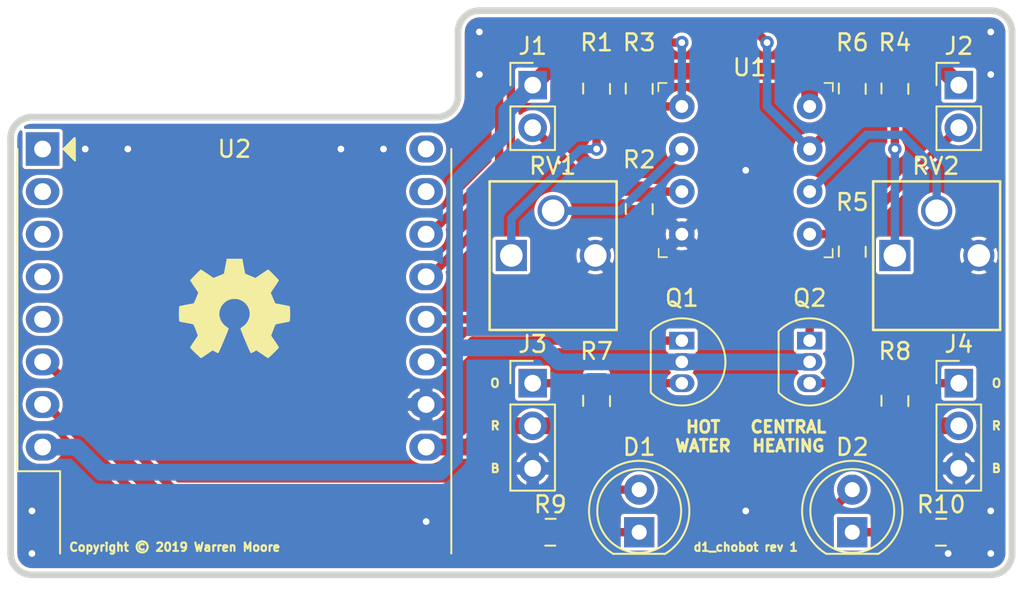
<source format=kicad_pcb>
(kicad_pcb (version 20171130) (host pcbnew "(5.1.4-0-10_14)")

  (general
    (thickness 1.6)
    (drawings 22)
    (tracks 109)
    (zones 0)
    (modules 23)
    (nets 27)
  )

  (page A4)
  (layers
    (0 F.Cu signal)
    (31 B.Cu signal)
    (32 B.Adhes user)
    (33 F.Adhes user)
    (34 B.Paste user)
    (35 F.Paste user)
    (36 B.SilkS user)
    (37 F.SilkS user)
    (38 B.Mask user)
    (39 F.Mask user)
    (40 Dwgs.User user)
    (41 Cmts.User user)
    (42 Eco1.User user)
    (43 Eco2.User user)
    (44 Edge.Cuts user)
    (45 Margin user)
    (46 B.CrtYd user)
    (47 F.CrtYd user)
    (48 B.Fab user)
    (49 F.Fab user)
  )

  (setup
    (last_trace_width 0.1524)
    (user_trace_width 0.5)
    (user_trace_width 1)
    (trace_clearance 0.1524)
    (zone_clearance 0.2)
    (zone_45_only no)
    (trace_min 0.1524)
    (via_size 0.8)
    (via_drill 0.4)
    (via_min_size 0.508)
    (via_min_drill 0.254)
    (uvia_size 0.3)
    (uvia_drill 0.1)
    (uvias_allowed no)
    (uvia_min_size 0.2)
    (uvia_min_drill 0.1)
    (edge_width 0.05)
    (segment_width 0.2)
    (pcb_text_width 0.3)
    (pcb_text_size 1.5 1.5)
    (mod_edge_width 0.12)
    (mod_text_size 1 1)
    (mod_text_width 0.15)
    (pad_size 1.524 1.524)
    (pad_drill 0.762)
    (pad_to_mask_clearance 0.0762)
    (solder_mask_min_width 0.1016)
    (aux_axis_origin 0 0)
    (visible_elements FFFFFF7F)
    (pcbplotparams
      (layerselection 0x010fc_ffffffff)
      (usegerberextensions false)
      (usegerberattributes false)
      (usegerberadvancedattributes false)
      (creategerberjobfile false)
      (excludeedgelayer true)
      (linewidth 0.100000)
      (plotframeref false)
      (viasonmask false)
      (mode 1)
      (useauxorigin false)
      (hpglpennumber 1)
      (hpglpenspeed 20)
      (hpglpendiameter 15.000000)
      (psnegative false)
      (psa4output false)
      (plotreference true)
      (plotvalue true)
      (plotinvisibletext false)
      (padsonsilk false)
      (subtractmaskfromsilk false)
      (outputformat 1)
      (mirror false)
      (drillshape 1)
      (scaleselection 1)
      (outputdirectory ""))
  )

  (net 0 "")
  (net 1 "Net-(D1-Pad1)")
  (net 2 LED_HW)
  (net 3 LED_CH)
  (net 4 "Net-(D2-Pad1)")
  (net 5 +3V3)
  (net 6 "Net-(J1-Pad2)")
  (net 7 "Net-(J2-Pad2)")
  (net 8 "Net-(J3-Pad1)")
  (net 9 +5V)
  (net 10 GND)
  (net 11 "Net-(J4-Pad1)")
  (net 12 PWM_HW)
  (net 13 PWM_CH)
  (net 14 "Net-(R1-Pad2)")
  (net 15 LDR_HW)
  (net 16 LDR_CH)
  (net 17 "Net-(RV1-Pad2)")
  (net 18 "Net-(RV2-Pad2)")
  (net 19 "Net-(U2-Pad5)")
  (net 20 "Net-(U2-Pad2)")
  (net 21 "Net-(U2-Pad1)")
  (net 22 "Net-(U2-Pad16)")
  (net 23 "Net-(U2-Pad15)")
  (net 24 "Net-(R4-Pad2)")
  (net 25 "Net-(U2-Pad4)")
  (net 26 "Net-(U2-Pad3)")

  (net_class Default "This is the default net class."
    (clearance 0.1524)
    (trace_width 0.1524)
    (via_dia 0.8)
    (via_drill 0.4)
    (uvia_dia 0.3)
    (uvia_drill 0.1)
    (add_net +3V3)
    (add_net +5V)
    (add_net GND)
    (add_net LDR_CH)
    (add_net LDR_HW)
    (add_net LED_CH)
    (add_net LED_HW)
    (add_net "Net-(D1-Pad1)")
    (add_net "Net-(D2-Pad1)")
    (add_net "Net-(J1-Pad2)")
    (add_net "Net-(J2-Pad2)")
    (add_net "Net-(J3-Pad1)")
    (add_net "Net-(J4-Pad1)")
    (add_net "Net-(R1-Pad2)")
    (add_net "Net-(R4-Pad2)")
    (add_net "Net-(RV1-Pad2)")
    (add_net "Net-(RV2-Pad2)")
    (add_net "Net-(U2-Pad1)")
    (add_net "Net-(U2-Pad15)")
    (add_net "Net-(U2-Pad16)")
    (add_net "Net-(U2-Pad2)")
    (add_net "Net-(U2-Pad3)")
    (add_net "Net-(U2-Pad4)")
    (add_net "Net-(U2-Pad5)")
    (add_net PWM_CH)
    (add_net PWM_HW)
  )

  (module Symbol:OSHW-Symbol_6.7x6mm_SilkScreen (layer F.Cu) (tedit 0) (tstamp 5D747506)
    (at 152.4 90.805)
    (descr "Open Source Hardware Symbol")
    (tags "Logo Symbol OSHW")
    (attr virtual)
    (fp_text reference REF** (at 0 0) (layer F.SilkS) hide
      (effects (font (size 1 1) (thickness 0.15)))
    )
    (fp_text value OSHW-Symbol_6.7x6mm_SilkScreen (at 0.75 0) (layer F.Fab) hide
      (effects (font (size 1 1) (thickness 0.15)))
    )
    (fp_poly (pts (xy 0.555814 -2.531069) (xy 0.639635 -2.086445) (xy 0.94892 -1.958947) (xy 1.258206 -1.831449)
      (xy 1.629246 -2.083754) (xy 1.733157 -2.154004) (xy 1.827087 -2.216728) (xy 1.906652 -2.269062)
      (xy 1.96747 -2.308143) (xy 2.005157 -2.331107) (xy 2.015421 -2.336058) (xy 2.03391 -2.323324)
      (xy 2.07342 -2.288118) (xy 2.129522 -2.234938) (xy 2.197787 -2.168282) (xy 2.273786 -2.092646)
      (xy 2.353092 -2.012528) (xy 2.431275 -1.932426) (xy 2.503907 -1.856836) (xy 2.566559 -1.790255)
      (xy 2.614803 -1.737182) (xy 2.64421 -1.702113) (xy 2.651241 -1.690377) (xy 2.641123 -1.66874)
      (xy 2.612759 -1.621338) (xy 2.569129 -1.552807) (xy 2.513218 -1.467785) (xy 2.448006 -1.370907)
      (xy 2.410219 -1.31565) (xy 2.341343 -1.214752) (xy 2.28014 -1.123701) (xy 2.229578 -1.04703)
      (xy 2.192628 -0.989272) (xy 2.172258 -0.954957) (xy 2.169197 -0.947746) (xy 2.176136 -0.927252)
      (xy 2.195051 -0.879487) (xy 2.223087 -0.811168) (xy 2.257391 -0.729011) (xy 2.295109 -0.63973)
      (xy 2.333387 -0.550042) (xy 2.36937 -0.466662) (xy 2.400206 -0.396306) (xy 2.423039 -0.34569)
      (xy 2.435017 -0.321529) (xy 2.435724 -0.320578) (xy 2.454531 -0.315964) (xy 2.504618 -0.305672)
      (xy 2.580793 -0.290713) (xy 2.677865 -0.272099) (xy 2.790643 -0.250841) (xy 2.856442 -0.238582)
      (xy 2.97695 -0.215638) (xy 3.085797 -0.193805) (xy 3.177476 -0.174278) (xy 3.246481 -0.158252)
      (xy 3.287304 -0.146921) (xy 3.295511 -0.143326) (xy 3.303548 -0.118994) (xy 3.310033 -0.064041)
      (xy 3.31497 0.015108) (xy 3.318364 0.112026) (xy 3.320218 0.220287) (xy 3.320538 0.333465)
      (xy 3.319327 0.445135) (xy 3.31659 0.548868) (xy 3.312331 0.638241) (xy 3.306555 0.706826)
      (xy 3.299267 0.748197) (xy 3.294895 0.75681) (xy 3.268764 0.767133) (xy 3.213393 0.781892)
      (xy 3.136107 0.799352) (xy 3.04423 0.81778) (xy 3.012158 0.823741) (xy 2.857524 0.852066)
      (xy 2.735375 0.874876) (xy 2.641673 0.89308) (xy 2.572384 0.907583) (xy 2.523471 0.919292)
      (xy 2.490897 0.929115) (xy 2.470628 0.937956) (xy 2.458626 0.946724) (xy 2.456947 0.948457)
      (xy 2.440184 0.976371) (xy 2.414614 1.030695) (xy 2.382788 1.104777) (xy 2.34726 1.191965)
      (xy 2.310583 1.285608) (xy 2.275311 1.379052) (xy 2.243996 1.465647) (xy 2.219193 1.53874)
      (xy 2.203454 1.591678) (xy 2.199332 1.617811) (xy 2.199676 1.618726) (xy 2.213641 1.640086)
      (xy 2.245322 1.687084) (xy 2.291391 1.754827) (xy 2.348518 1.838423) (xy 2.413373 1.932982)
      (xy 2.431843 1.959854) (xy 2.497699 2.057275) (xy 2.55565 2.146163) (xy 2.602538 2.221412)
      (xy 2.635207 2.27792) (xy 2.6505 2.310581) (xy 2.651241 2.314593) (xy 2.638392 2.335684)
      (xy 2.602888 2.377464) (xy 2.549293 2.435445) (xy 2.482171 2.505135) (xy 2.406087 2.582045)
      (xy 2.325604 2.661683) (xy 2.245287 2.739561) (xy 2.169699 2.811186) (xy 2.103405 2.87207)
      (xy 2.050969 2.917721) (xy 2.016955 2.94365) (xy 2.007545 2.947883) (xy 1.985643 2.937912)
      (xy 1.9408 2.91102) (xy 1.880321 2.871736) (xy 1.833789 2.840117) (xy 1.749475 2.782098)
      (xy 1.649626 2.713784) (xy 1.549473 2.645579) (xy 1.495627 2.609075) (xy 1.313371 2.4858)
      (xy 1.160381 2.56852) (xy 1.090682 2.604759) (xy 1.031414 2.632926) (xy 0.991311 2.648991)
      (xy 0.981103 2.651226) (xy 0.968829 2.634722) (xy 0.944613 2.588082) (xy 0.910263 2.515609)
      (xy 0.867588 2.421606) (xy 0.818394 2.310374) (xy 0.76449 2.186215) (xy 0.707684 2.053432)
      (xy 0.649782 1.916327) (xy 0.592593 1.779202) (xy 0.537924 1.646358) (xy 0.487584 1.522098)
      (xy 0.44338 1.410725) (xy 0.407119 1.316539) (xy 0.380609 1.243844) (xy 0.365658 1.196941)
      (xy 0.363254 1.180833) (xy 0.382311 1.160286) (xy 0.424036 1.126933) (xy 0.479706 1.087702)
      (xy 0.484378 1.084599) (xy 0.628264 0.969423) (xy 0.744283 0.835053) (xy 0.83143 0.685784)
      (xy 0.888699 0.525913) (xy 0.915086 0.359737) (xy 0.909585 0.191552) (xy 0.87119 0.025655)
      (xy 0.798895 -0.133658) (xy 0.777626 -0.168513) (xy 0.666996 -0.309263) (xy 0.536302 -0.422286)
      (xy 0.390064 -0.506997) (xy 0.232808 -0.562806) (xy 0.069057 -0.589126) (xy -0.096667 -0.58537)
      (xy -0.259838 -0.55095) (xy -0.415935 -0.485277) (xy -0.560433 -0.387765) (xy -0.605131 -0.348187)
      (xy -0.718888 -0.224297) (xy -0.801782 -0.093876) (xy -0.858644 0.052315) (xy -0.890313 0.197088)
      (xy -0.898131 0.35986) (xy -0.872062 0.52344) (xy -0.814755 0.682298) (xy -0.728856 0.830906)
      (xy -0.617014 0.963735) (xy -0.481877 1.075256) (xy -0.464117 1.087011) (xy -0.40785 1.125508)
      (xy -0.365077 1.158863) (xy -0.344628 1.18016) (xy -0.344331 1.180833) (xy -0.348721 1.203871)
      (xy -0.366124 1.256157) (xy -0.394732 1.33339) (xy -0.432735 1.431268) (xy -0.478326 1.545491)
      (xy -0.529697 1.671758) (xy -0.585038 1.805767) (xy -0.642542 1.943218) (xy -0.700399 2.079808)
      (xy -0.756802 2.211237) (xy -0.809942 2.333205) (xy -0.85801 2.441409) (xy -0.899199 2.531549)
      (xy -0.931699 2.599323) (xy -0.953703 2.64043) (xy -0.962564 2.651226) (xy -0.98964 2.642819)
      (xy -1.040303 2.620272) (xy -1.105817 2.587613) (xy -1.141841 2.56852) (xy -1.294832 2.4858)
      (xy -1.477088 2.609075) (xy -1.570125 2.672228) (xy -1.671985 2.741727) (xy -1.767438 2.807165)
      (xy -1.81525 2.840117) (xy -1.882495 2.885273) (xy -1.939436 2.921057) (xy -1.978646 2.942938)
      (xy -1.991381 2.947563) (xy -2.009917 2.935085) (xy -2.050941 2.900252) (xy -2.110475 2.846678)
      (xy -2.184542 2.777983) (xy -2.269165 2.697781) (xy -2.322685 2.646286) (xy -2.416319 2.554286)
      (xy -2.497241 2.471999) (xy -2.562177 2.402945) (xy -2.607858 2.350644) (xy -2.631011 2.318616)
      (xy -2.633232 2.312116) (xy -2.622924 2.287394) (xy -2.594439 2.237405) (xy -2.550937 2.167212)
      (xy -2.495577 2.081875) (xy -2.43152 1.986456) (xy -2.413303 1.959854) (xy -2.346927 1.863167)
      (xy -2.287378 1.776117) (xy -2.237984 1.703595) (xy -2.202075 1.650493) (xy -2.182981 1.621703)
      (xy -2.181136 1.618726) (xy -2.183895 1.595782) (xy -2.198538 1.545336) (xy -2.222513 1.474041)
      (xy -2.253266 1.388547) (xy -2.288244 1.295507) (xy -2.324893 1.201574) (xy -2.360661 1.113399)
      (xy -2.392994 1.037634) (xy -2.419338 0.980931) (xy -2.437142 0.949943) (xy -2.438407 0.948457)
      (xy -2.449294 0.939601) (xy -2.467682 0.930843) (xy -2.497606 0.921277) (xy -2.543103 0.909996)
      (xy -2.608209 0.896093) (xy -2.696961 0.878663) (xy -2.813393 0.856798) (xy -2.961542 0.829591)
      (xy -2.993618 0.823741) (xy -3.088686 0.805374) (xy -3.171565 0.787405) (xy -3.23493 0.771569)
      (xy -3.271458 0.7596) (xy -3.276356 0.75681) (xy -3.284427 0.732072) (xy -3.290987 0.67679)
      (xy -3.296033 0.597389) (xy -3.299559 0.500296) (xy -3.301561 0.391938) (xy -3.302036 0.27874)
      (xy -3.300977 0.167128) (xy -3.298382 0.063529) (xy -3.294246 -0.025632) (xy -3.288563 -0.093928)
      (xy -3.281331 -0.134934) (xy -3.276971 -0.143326) (xy -3.252698 -0.151792) (xy -3.197426 -0.165565)
      (xy -3.116662 -0.18345) (xy -3.015912 -0.204252) (xy -2.900683 -0.226777) (xy -2.837902 -0.238582)
      (xy -2.718787 -0.260849) (xy -2.612565 -0.281021) (xy -2.524427 -0.298085) (xy -2.459566 -0.311031)
      (xy -2.423174 -0.318845) (xy -2.417184 -0.320578) (xy -2.407061 -0.34011) (xy -2.385662 -0.387157)
      (xy -2.355839 -0.454997) (xy -2.320445 -0.536909) (xy -2.282332 -0.626172) (xy -2.244353 -0.716065)
      (xy -2.20936 -0.799865) (xy -2.180206 -0.870853) (xy -2.159743 -0.922306) (xy -2.150823 -0.947503)
      (xy -2.150657 -0.948604) (xy -2.160769 -0.968481) (xy -2.189117 -1.014223) (xy -2.232723 -1.081283)
      (xy -2.288606 -1.165116) (xy -2.353787 -1.261174) (xy -2.391679 -1.31635) (xy -2.460725 -1.417519)
      (xy -2.52205 -1.50937) (xy -2.572663 -1.587256) (xy -2.609571 -1.646531) (xy -2.629782 -1.682549)
      (xy -2.632701 -1.690623) (xy -2.620153 -1.709416) (xy -2.585463 -1.749543) (xy -2.533063 -1.806507)
      (xy -2.467384 -1.875815) (xy -2.392856 -1.952969) (xy -2.313913 -2.033475) (xy -2.234983 -2.112837)
      (xy -2.1605 -2.18656) (xy -2.094894 -2.250148) (xy -2.042596 -2.299106) (xy -2.008039 -2.328939)
      (xy -1.996478 -2.336058) (xy -1.977654 -2.326047) (xy -1.932631 -2.297922) (xy -1.865787 -2.254546)
      (xy -1.781499 -2.198782) (xy -1.684144 -2.133494) (xy -1.610707 -2.083754) (xy -1.239667 -1.831449)
      (xy -0.621095 -2.086445) (xy -0.537275 -2.531069) (xy -0.453454 -2.975693) (xy 0.471994 -2.975693)
      (xy 0.555814 -2.531069)) (layer F.SilkS) (width 0.01))
  )

  (module wamo_footprints:3306P-1-202 (layer F.Cu) (tedit 5D74138A) (tstamp 5D763917)
    (at 196.7484 87.6554)
    (path /5D7384A1)
    (fp_text reference RV2 (at -2.54 -5.3594) (layer F.SilkS)
      (effects (font (size 1 1) (thickness 0.15)))
    )
    (fp_text value 100K (at -2.4892 -0.0127) (layer F.SilkS) hide
      (effects (font (size 1 1) (thickness 0.15)))
    )
    (fp_circle (center -4.9784 4.0386) (end -4.8514 4.0386) (layer F.Fab) (width 0.1524))
    (fp_line (start 1.4224 4.8006) (end -6.4008 4.8006) (layer F.CrtYd) (width 0.1524))
    (fp_line (start 1.4224 -4.826) (end 1.4224 4.8006) (layer F.CrtYd) (width 0.1524))
    (fp_line (start -6.4008 -4.826) (end 1.4224 -4.826) (layer F.CrtYd) (width 0.1524))
    (fp_line (start -6.4008 4.8006) (end -6.4008 -4.826) (layer F.CrtYd) (width 0.1524))
    (fp_line (start -6.1468 -4.318) (end -6.1468 4.2926) (layer F.Fab) (width 0.1524))
    (fp_line (start 1.1684 -4.318) (end -6.1468 -4.318) (layer F.Fab) (width 0.1524))
    (fp_line (start 1.1684 4.2926) (end 1.1684 -4.318) (layer F.Fab) (width 0.1524))
    (fp_line (start -6.1468 4.2926) (end 1.1684 4.2926) (layer F.Fab) (width 0.1524))
    (fp_line (start -6.2738 -4.445) (end -6.2738 4.4196) (layer F.SilkS) (width 0.1524))
    (fp_line (start 1.2954 -4.445) (end -6.2738 -4.445) (layer F.SilkS) (width 0.1524))
    (fp_line (start 1.2954 4.4196) (end 1.2954 -4.445) (layer F.SilkS) (width 0.1524))
    (fp_line (start -6.2738 4.4196) (end 1.2954 4.4196) (layer F.SilkS) (width 0.1524))
    (fp_text user * (at 0 0) (layer F.Fab)
      (effects (font (size 1 1) (thickness 0.15)))
    )
    (fp_text user "Copyright 2016 Accelerated Designs. All rights reserved." (at 0 0) (layer Cmts.User)
      (effects (font (size 0.127 0.127) (thickness 0.002)))
    )
    (pad 3 thru_hole circle (at 0.0254 -0.0254) (size 1.8542 1.8542) (drill 1.3462) (layers *.Cu *.Mask)
      (net 10 GND))
    (pad 2 thru_hole circle (at -2.4892 -2.6924) (size 1.8542 1.8542) (drill 1.3462) (layers *.Cu *.Mask)
      (net 18 "Net-(RV2-Pad2)"))
    (pad 1 thru_hole rect (at -4.9784 -0.0254) (size 1.8542 1.8542) (drill 1.3462) (layers *.Cu *.Mask)
      (net 24 "Net-(R4-Pad2)"))
  )

  (module wamo_footprints:3306P-1-202 (layer F.Cu) (tedit 5D74137C) (tstamp 5D741295)
    (at 173.8884 87.6554)
    (path /5D71A0C4)
    (fp_text reference RV1 (at -2.5146 -5.3594) (layer F.SilkS)
      (effects (font (size 1 1) (thickness 0.15)))
    )
    (fp_text value 100K (at -2.4892 2.5146) (layer F.SilkS) hide
      (effects (font (size 1 1) (thickness 0.15)))
    )
    (fp_text user "Copyright 2016 Accelerated Designs. All rights reserved." (at 0 0) (layer Cmts.User)
      (effects (font (size 0.127 0.127) (thickness 0.002)))
    )
    (fp_text user * (at 0 0) (layer F.Fab)
      (effects (font (size 1 1) (thickness 0.15)))
    )
    (fp_line (start -6.2738 4.4196) (end 1.2954 4.4196) (layer F.SilkS) (width 0.1524))
    (fp_line (start 1.2954 4.4196) (end 1.2954 -4.445) (layer F.SilkS) (width 0.1524))
    (fp_line (start 1.2954 -4.445) (end -6.2738 -4.445) (layer F.SilkS) (width 0.1524))
    (fp_line (start -6.2738 -4.445) (end -6.2738 4.4196) (layer F.SilkS) (width 0.1524))
    (fp_line (start -6.1468 4.2926) (end 1.1684 4.2926) (layer F.Fab) (width 0.1524))
    (fp_line (start 1.1684 4.2926) (end 1.1684 -4.318) (layer F.Fab) (width 0.1524))
    (fp_line (start 1.1684 -4.318) (end -6.1468 -4.318) (layer F.Fab) (width 0.1524))
    (fp_line (start -6.1468 -4.318) (end -6.1468 4.2926) (layer F.Fab) (width 0.1524))
    (fp_line (start -6.4008 4.8006) (end -6.4008 -4.826) (layer F.CrtYd) (width 0.1524))
    (fp_line (start -6.4008 -4.826) (end 1.4224 -4.826) (layer F.CrtYd) (width 0.1524))
    (fp_line (start 1.4224 -4.826) (end 1.4224 4.8006) (layer F.CrtYd) (width 0.1524))
    (fp_line (start 1.4224 4.8006) (end -6.4008 4.8006) (layer F.CrtYd) (width 0.1524))
    (fp_circle (center -4.9784 4.0386) (end -4.8514 4.0386) (layer F.Fab) (width 0.1524))
    (pad 1 thru_hole rect (at -4.9784 -0.0254) (size 1.8542 1.8542) (drill 1.3462) (layers *.Cu *.Mask)
      (net 14 "Net-(R1-Pad2)"))
    (pad 2 thru_hole circle (at -2.4892 -2.6924) (size 1.8542 1.8542) (drill 1.3462) (layers *.Cu *.Mask)
      (net 17 "Net-(RV1-Pad2)"))
    (pad 3 thru_hole circle (at 0.0254 -0.0254) (size 1.8542 1.8542) (drill 1.3462) (layers *.Cu *.Mask)
      (net 10 GND))
  )

  (module Module:WEMOS_D1_mini_light (layer F.Cu) (tedit 5D7412F9) (tstamp 5D7663B3)
    (at 140.97 81.28)
    (descr "16-pin module, column spacing 22.86 mm (900 mils), https://wiki.wemos.cc/products:d1:d1_mini, https://c1.staticflickr.com/1/734/31400410271_f278b087db_z.jpg")
    (tags "ESP8266 WiFi microcontroller")
    (path /5D75BE19)
    (fp_text reference U2 (at 11.43 0) (layer F.SilkS)
      (effects (font (size 1 1) (thickness 0.15)))
    )
    (fp_text value WeMos_D1_mini (at 11.7 0) (layer F.Fab)
      (effects (font (size 1 1) (thickness 0.15)))
    )
    (fp_text user "No copper" (at 11.43 -3.81) (layer Cmts.User)
      (effects (font (size 1 1) (thickness 0.15)))
    )
    (fp_text user "KEEP OUT" (at 11.43 -6.35) (layer Cmts.User)
      (effects (font (size 1 1) (thickness 0.15)))
    )
    (fp_line (start 1.04 19.22) (end 1.04 24.13) (layer F.SilkS) (width 0.12))
    (fp_line (start -1.5 19.22) (end 1.04 19.22) (layer F.SilkS) (width 0.12))
    (fp_arc (start 22.23 -6.21) (end 24.23 -6.19) (angle -90) (layer F.Fab) (width 0.1))
    (fp_arc (start 0.63 -6.21) (end 0.63 -8.21) (angle -90) (layer F.Fab) (width 0.1))
    (fp_line (start -0.37 0) (end -1.37 -1) (layer F.Fab) (width 0.1))
    (fp_line (start -1.37 1) (end -0.37 0) (layer F.Fab) (width 0.1))
    (fp_line (start -1.37 -6.21) (end -1.37 -1) (layer F.Fab) (width 0.1))
    (fp_line (start 1.17 19.09) (end 1.17 25.99) (layer F.Fab) (width 0.1))
    (fp_line (start -1.37 19.09) (end 1.17 19.09) (layer F.Fab) (width 0.1))
    (fp_line (start -1.35 -7.4) (end -0.55 -8.2) (layer Dwgs.User) (width 0.1))
    (fp_line (start -1.3 -5.45) (end 1.45 -8.2) (layer Dwgs.User) (width 0.1))
    (fp_line (start -1.35 -3.4) (end 3.45 -8.2) (layer Dwgs.User) (width 0.1))
    (fp_line (start 22.65 -1.4) (end 24.25 -3) (layer Dwgs.User) (width 0.1))
    (fp_line (start 20.65 -1.4) (end 24.25 -5) (layer Dwgs.User) (width 0.1))
    (fp_line (start 18.65 -1.4) (end 24.25 -7) (layer Dwgs.User) (width 0.1))
    (fp_line (start 16.65 -1.4) (end 23.45 -8.2) (layer Dwgs.User) (width 0.1))
    (fp_line (start 14.65 -1.4) (end 21.45 -8.2) (layer Dwgs.User) (width 0.1))
    (fp_line (start 12.65 -1.4) (end 19.45 -8.2) (layer Dwgs.User) (width 0.1))
    (fp_line (start 10.65 -1.4) (end 17.45 -8.2) (layer Dwgs.User) (width 0.1))
    (fp_line (start 8.65 -1.4) (end 15.45 -8.2) (layer Dwgs.User) (width 0.1))
    (fp_line (start 6.65 -1.4) (end 13.45 -8.2) (layer Dwgs.User) (width 0.1))
    (fp_line (start 4.65 -1.4) (end 11.45 -8.2) (layer Dwgs.User) (width 0.1))
    (fp_line (start 2.65 -1.4) (end 9.45 -8.2) (layer Dwgs.User) (width 0.1))
    (fp_line (start 0.65 -1.4) (end 7.45 -8.2) (layer Dwgs.User) (width 0.1))
    (fp_line (start -1.35 -1.4) (end 5.45 -8.2) (layer Dwgs.User) (width 0.1))
    (fp_line (start -1.35 -8.2) (end -1.35 -1.4) (layer Dwgs.User) (width 0.1))
    (fp_line (start 24.25 -8.2) (end -1.35 -8.2) (layer Dwgs.User) (width 0.1))
    (fp_line (start 24.25 -1.4) (end 24.25 -8.2) (layer Dwgs.User) (width 0.1))
    (fp_line (start -1.35 -1.4) (end 24.25 -1.4) (layer Dwgs.User) (width 0.1))
    (fp_poly (pts (xy 1.905 0.635) (xy 1.905 -0.635) (xy 1.27 0)) (layer F.SilkS) (width 0.15))
    (fp_line (start -1.62 26.24) (end -1.62 -8.46) (layer F.CrtYd) (width 0.05))
    (fp_line (start 24.48 26.24) (end -1.62 26.24) (layer F.CrtYd) (width 0.05))
    (fp_line (start 24.48 -8.41) (end 24.48 26.24) (layer F.CrtYd) (width 0.05))
    (fp_line (start -1.62 -8.46) (end 24.48 -8.46) (layer F.CrtYd) (width 0.05))
    (fp_text user %R (at 11.43 10) (layer F.Fab)
      (effects (font (size 1 1) (thickness 0.15)))
    )
    (fp_line (start -1.37 1) (end -1.37 19.09) (layer F.Fab) (width 0.1))
    (fp_line (start 22.23 -8.21) (end 0.63 -8.21) (layer F.Fab) (width 0.1))
    (fp_line (start 24.23 25.99) (end 24.23 -6.21) (layer F.Fab) (width 0.1))
    (fp_line (start 1.17 25.99) (end 24.23 25.99) (layer F.Fab) (width 0.1))
    (fp_line (start 24.36 24.13) (end 24.36 0) (layer F.SilkS) (width 0.12))
    (fp_line (start -1.5 19.22) (end -1.5 0) (layer F.SilkS) (width 0.12))
    (pad 16 thru_hole oval (at 22.86 0) (size 2 1.6) (drill 1) (layers *.Cu *.Mask)
      (net 22 "Net-(U2-Pad16)"))
    (pad 15 thru_hole oval (at 22.86 2.54) (size 2 1.6) (drill 1) (layers *.Cu *.Mask)
      (net 23 "Net-(U2-Pad15)"))
    (pad 14 thru_hole oval (at 22.86 5.08) (size 2 1.6) (drill 1) (layers *.Cu *.Mask)
      (net 16 LDR_CH))
    (pad 13 thru_hole oval (at 22.86 7.62) (size 2 1.6) (drill 1) (layers *.Cu *.Mask)
      (net 15 LDR_HW))
    (pad 12 thru_hole oval (at 22.86 10.16) (size 2 1.6) (drill 1) (layers *.Cu *.Mask)
      (net 13 PWM_CH))
    (pad 11 thru_hole oval (at 22.86 12.7) (size 2 1.6) (drill 1) (layers *.Cu *.Mask)
      (net 12 PWM_HW))
    (pad 10 thru_hole oval (at 22.86 15.24) (size 2 1.6) (drill 1) (layers *.Cu *.Mask)
      (net 10 GND))
    (pad 9 thru_hole oval (at 22.86 17.78) (size 2 1.6) (drill 1) (layers *.Cu *.Mask)
      (net 9 +5V))
    (pad 8 thru_hole oval (at 0 17.78) (size 2 1.6) (drill 1) (layers *.Cu *.Mask)
      (net 5 +3V3))
    (pad 7 thru_hole oval (at 0 15.24) (size 2 1.6) (drill 1) (layers *.Cu *.Mask)
      (net 3 LED_CH))
    (pad 6 thru_hole oval (at 0 12.7) (size 2 1.6) (drill 1) (layers *.Cu *.Mask)
      (net 2 LED_HW))
    (pad 5 thru_hole oval (at 0 10.16) (size 2 1.6) (drill 1) (layers *.Cu *.Mask)
      (net 19 "Net-(U2-Pad5)"))
    (pad 4 thru_hole oval (at 0 7.62) (size 2 1.6) (drill 1) (layers *.Cu *.Mask)
      (net 25 "Net-(U2-Pad4)"))
    (pad 3 thru_hole oval (at 0 5.08) (size 2 1.6) (drill 1) (layers *.Cu *.Mask)
      (net 26 "Net-(U2-Pad3)"))
    (pad 1 thru_hole rect (at 0 0) (size 2 2) (drill 1) (layers *.Cu *.Mask)
      (net 21 "Net-(U2-Pad1)"))
    (pad 2 thru_hole oval (at 0 2.54) (size 2 1.6) (drill 1) (layers *.Cu *.Mask)
      (net 20 "Net-(U2-Pad2)"))
    (model ${KISYS3DMOD}/Module.3dshapes/WEMOS_D1_mini_light.wrl
      (at (xyz 0 0 0))
      (scale (xyz 1 1 1))
      (rotate (xyz 0 0 0))
    )
    (model ${KISYS3DMOD}/Connector_PinHeader_2.54mm.3dshapes/PinHeader_1x08_P2.54mm_Vertical.wrl
      (offset (xyz 0 0 9.5))
      (scale (xyz 1 1 1))
      (rotate (xyz 0 -180 0))
    )
    (model ${KISYS3DMOD}/Connector_PinHeader_2.54mm.3dshapes/PinHeader_1x08_P2.54mm_Vertical.wrl
      (offset (xyz 22.86 0 9.5))
      (scale (xyz 1 1 1))
      (rotate (xyz 0 -180 0))
    )
    (model ${KISYS3DMOD}/Connector_PinSocket_2.54mm.3dshapes/PinSocket_1x08_P2.54mm_Vertical.wrl
      (at (xyz 0 0 0))
      (scale (xyz 1 1 1))
      (rotate (xyz 0 0 0))
    )
    (model ${KISYS3DMOD}/Connector_PinSocket_2.54mm.3dshapes/PinSocket_1x08_P2.54mm_Vertical.wrl
      (offset (xyz 22.86 0 0))
      (scale (xyz 1 1 1))
      (rotate (xyz 0 0 0))
    )
  )

  (module LED_THT:LED_D5.0mm (layer F.Cu) (tedit 5995936A) (tstamp 5D7637B7)
    (at 176.53 104.14 90)
    (descr "LED, diameter 5.0mm, 2 pins, http://cdn-reichelt.de/documents/datenblatt/A500/LL-504BC2E-009.pdf")
    (tags "LED diameter 5.0mm 2 pins")
    (path /5D7F88B4)
    (fp_text reference D1 (at 5.08 0 180) (layer F.SilkS)
      (effects (font (size 1 1) (thickness 0.15)))
    )
    (fp_text value LED (at 1.27 3.96 90) (layer F.Fab)
      (effects (font (size 1 1) (thickness 0.15)))
    )
    (fp_arc (start 1.27 0) (end -1.23 -1.469694) (angle 299.1) (layer F.Fab) (width 0.1))
    (fp_arc (start 1.27 0) (end -1.29 -1.54483) (angle 148.9) (layer F.SilkS) (width 0.12))
    (fp_arc (start 1.27 0) (end -1.29 1.54483) (angle -148.9) (layer F.SilkS) (width 0.12))
    (fp_circle (center 1.27 0) (end 3.77 0) (layer F.Fab) (width 0.1))
    (fp_circle (center 1.27 0) (end 3.77 0) (layer F.SilkS) (width 0.12))
    (fp_line (start -1.23 -1.469694) (end -1.23 1.469694) (layer F.Fab) (width 0.1))
    (fp_line (start -1.29 -1.545) (end -1.29 1.545) (layer F.SilkS) (width 0.12))
    (fp_line (start -1.95 -3.25) (end -1.95 3.25) (layer F.CrtYd) (width 0.05))
    (fp_line (start -1.95 3.25) (end 4.5 3.25) (layer F.CrtYd) (width 0.05))
    (fp_line (start 4.5 3.25) (end 4.5 -3.25) (layer F.CrtYd) (width 0.05))
    (fp_line (start 4.5 -3.25) (end -1.95 -3.25) (layer F.CrtYd) (width 0.05))
    (fp_text user %R (at 1.25 0 90) (layer F.Fab)
      (effects (font (size 0.8 0.8) (thickness 0.2)))
    )
    (pad 1 thru_hole rect (at 0 0 90) (size 1.8 1.8) (drill 0.9) (layers *.Cu *.Mask)
      (net 1 "Net-(D1-Pad1)"))
    (pad 2 thru_hole circle (at 2.54 0 90) (size 1.8 1.8) (drill 0.9) (layers *.Cu *.Mask)
      (net 2 LED_HW))
    (model ${KISYS3DMOD}/LED_THT.3dshapes/LED_D5.0mm.wrl
      (at (xyz 0 0 0))
      (scale (xyz 1 1 1))
      (rotate (xyz 0 0 0))
    )
  )

  (module LED_THT:LED_D5.0mm (layer F.Cu) (tedit 5995936A) (tstamp 5D7637C9)
    (at 189.23 104.14 90)
    (descr "LED, diameter 5.0mm, 2 pins, http://cdn-reichelt.de/documents/datenblatt/A500/LL-504BC2E-009.pdf")
    (tags "LED diameter 5.0mm 2 pins")
    (path /5D7FFF31)
    (fp_text reference D2 (at 5.08 0 180) (layer F.SilkS)
      (effects (font (size 1 1) (thickness 0.15)))
    )
    (fp_text value LED (at 1.27 3.96 90) (layer F.Fab)
      (effects (font (size 1 1) (thickness 0.15)))
    )
    (fp_text user %R (at 1.25 0 90) (layer F.Fab)
      (effects (font (size 0.8 0.8) (thickness 0.2)))
    )
    (fp_line (start 4.5 -3.25) (end -1.95 -3.25) (layer F.CrtYd) (width 0.05))
    (fp_line (start 4.5 3.25) (end 4.5 -3.25) (layer F.CrtYd) (width 0.05))
    (fp_line (start -1.95 3.25) (end 4.5 3.25) (layer F.CrtYd) (width 0.05))
    (fp_line (start -1.95 -3.25) (end -1.95 3.25) (layer F.CrtYd) (width 0.05))
    (fp_line (start -1.29 -1.545) (end -1.29 1.545) (layer F.SilkS) (width 0.12))
    (fp_line (start -1.23 -1.469694) (end -1.23 1.469694) (layer F.Fab) (width 0.1))
    (fp_circle (center 1.27 0) (end 3.77 0) (layer F.SilkS) (width 0.12))
    (fp_circle (center 1.27 0) (end 3.77 0) (layer F.Fab) (width 0.1))
    (fp_arc (start 1.27 0) (end -1.29 1.54483) (angle -148.9) (layer F.SilkS) (width 0.12))
    (fp_arc (start 1.27 0) (end -1.29 -1.54483) (angle 148.9) (layer F.SilkS) (width 0.12))
    (fp_arc (start 1.27 0) (end -1.23 -1.469694) (angle 299.1) (layer F.Fab) (width 0.1))
    (pad 2 thru_hole circle (at 2.54 0 90) (size 1.8 1.8) (drill 0.9) (layers *.Cu *.Mask)
      (net 3 LED_CH))
    (pad 1 thru_hole rect (at 0 0 90) (size 1.8 1.8) (drill 0.9) (layers *.Cu *.Mask)
      (net 4 "Net-(D2-Pad1)"))
    (model ${KISYS3DMOD}/LED_THT.3dshapes/LED_D5.0mm.wrl
      (at (xyz 0 0 0))
      (scale (xyz 1 1 1))
      (rotate (xyz 0 0 0))
    )
  )

  (module Connector_PinHeader_2.54mm:PinHeader_1x02_P2.54mm_Vertical (layer F.Cu) (tedit 59FED5CC) (tstamp 5D7637DF)
    (at 170.18 77.47)
    (descr "Through hole straight pin header, 1x02, 2.54mm pitch, single row")
    (tags "Through hole pin header THT 1x02 2.54mm single row")
    (path /5D721C01)
    (fp_text reference J1 (at 0 -2.33) (layer F.SilkS)
      (effects (font (size 1 1) (thickness 0.15)))
    )
    (fp_text value "LDR HW" (at 0 4.87) (layer F.Fab)
      (effects (font (size 1 1) (thickness 0.15)))
    )
    (fp_line (start -0.635 -1.27) (end 1.27 -1.27) (layer F.Fab) (width 0.1))
    (fp_line (start 1.27 -1.27) (end 1.27 3.81) (layer F.Fab) (width 0.1))
    (fp_line (start 1.27 3.81) (end -1.27 3.81) (layer F.Fab) (width 0.1))
    (fp_line (start -1.27 3.81) (end -1.27 -0.635) (layer F.Fab) (width 0.1))
    (fp_line (start -1.27 -0.635) (end -0.635 -1.27) (layer F.Fab) (width 0.1))
    (fp_line (start -1.33 3.87) (end 1.33 3.87) (layer F.SilkS) (width 0.12))
    (fp_line (start -1.33 1.27) (end -1.33 3.87) (layer F.SilkS) (width 0.12))
    (fp_line (start 1.33 1.27) (end 1.33 3.87) (layer F.SilkS) (width 0.12))
    (fp_line (start -1.33 1.27) (end 1.33 1.27) (layer F.SilkS) (width 0.12))
    (fp_line (start -1.33 0) (end -1.33 -1.33) (layer F.SilkS) (width 0.12))
    (fp_line (start -1.33 -1.33) (end 0 -1.33) (layer F.SilkS) (width 0.12))
    (fp_line (start -1.8 -1.8) (end -1.8 4.35) (layer F.CrtYd) (width 0.05))
    (fp_line (start -1.8 4.35) (end 1.8 4.35) (layer F.CrtYd) (width 0.05))
    (fp_line (start 1.8 4.35) (end 1.8 -1.8) (layer F.CrtYd) (width 0.05))
    (fp_line (start 1.8 -1.8) (end -1.8 -1.8) (layer F.CrtYd) (width 0.05))
    (fp_text user %R (at 0 1.27 90) (layer F.Fab)
      (effects (font (size 1 1) (thickness 0.15)))
    )
    (pad 1 thru_hole rect (at 0 0) (size 1.7 1.7) (drill 1) (layers *.Cu *.Mask)
      (net 5 +3V3))
    (pad 2 thru_hole oval (at 0 2.54) (size 1.7 1.7) (drill 1) (layers *.Cu *.Mask)
      (net 6 "Net-(J1-Pad2)"))
    (model ${KISYS3DMOD}/Connector_PinHeader_2.54mm.3dshapes/PinHeader_1x02_P2.54mm_Vertical.wrl
      (at (xyz 0 0 0))
      (scale (xyz 1 1 1))
      (rotate (xyz 0 0 0))
    )
  )

  (module Connector_PinHeader_2.54mm:PinHeader_1x02_P2.54mm_Vertical (layer F.Cu) (tedit 59FED5CC) (tstamp 5D7637F5)
    (at 195.58 77.47)
    (descr "Through hole straight pin header, 1x02, 2.54mm pitch, single row")
    (tags "Through hole pin header THT 1x02 2.54mm single row")
    (path /5D7384BC)
    (fp_text reference J2 (at 0 -2.33) (layer F.SilkS)
      (effects (font (size 1 1) (thickness 0.15)))
    )
    (fp_text value "LDR CH" (at 0 4.87) (layer F.Fab)
      (effects (font (size 1 1) (thickness 0.15)))
    )
    (fp_text user %R (at 0 1.27 90) (layer F.Fab)
      (effects (font (size 1 1) (thickness 0.15)))
    )
    (fp_line (start 1.8 -1.8) (end -1.8 -1.8) (layer F.CrtYd) (width 0.05))
    (fp_line (start 1.8 4.35) (end 1.8 -1.8) (layer F.CrtYd) (width 0.05))
    (fp_line (start -1.8 4.35) (end 1.8 4.35) (layer F.CrtYd) (width 0.05))
    (fp_line (start -1.8 -1.8) (end -1.8 4.35) (layer F.CrtYd) (width 0.05))
    (fp_line (start -1.33 -1.33) (end 0 -1.33) (layer F.SilkS) (width 0.12))
    (fp_line (start -1.33 0) (end -1.33 -1.33) (layer F.SilkS) (width 0.12))
    (fp_line (start -1.33 1.27) (end 1.33 1.27) (layer F.SilkS) (width 0.12))
    (fp_line (start 1.33 1.27) (end 1.33 3.87) (layer F.SilkS) (width 0.12))
    (fp_line (start -1.33 1.27) (end -1.33 3.87) (layer F.SilkS) (width 0.12))
    (fp_line (start -1.33 3.87) (end 1.33 3.87) (layer F.SilkS) (width 0.12))
    (fp_line (start -1.27 -0.635) (end -0.635 -1.27) (layer F.Fab) (width 0.1))
    (fp_line (start -1.27 3.81) (end -1.27 -0.635) (layer F.Fab) (width 0.1))
    (fp_line (start 1.27 3.81) (end -1.27 3.81) (layer F.Fab) (width 0.1))
    (fp_line (start 1.27 -1.27) (end 1.27 3.81) (layer F.Fab) (width 0.1))
    (fp_line (start -0.635 -1.27) (end 1.27 -1.27) (layer F.Fab) (width 0.1))
    (pad 2 thru_hole oval (at 0 2.54) (size 1.7 1.7) (drill 1) (layers *.Cu *.Mask)
      (net 7 "Net-(J2-Pad2)"))
    (pad 1 thru_hole rect (at 0 0) (size 1.7 1.7) (drill 1) (layers *.Cu *.Mask)
      (net 5 +3V3))
    (model ${KISYS3DMOD}/Connector_PinHeader_2.54mm.3dshapes/PinHeader_1x02_P2.54mm_Vertical.wrl
      (at (xyz 0 0 0))
      (scale (xyz 1 1 1))
      (rotate (xyz 0 0 0))
    )
  )

  (module Connector_PinHeader_2.54mm:PinHeader_1x03_P2.54mm_Vertical (layer F.Cu) (tedit 59FED5CC) (tstamp 5D76380C)
    (at 170.18 95.25)
    (descr "Through hole straight pin header, 1x03, 2.54mm pitch, single row")
    (tags "Through hole pin header THT 1x03 2.54mm single row")
    (path /5D76E0EB)
    (fp_text reference J3 (at 0 -2.33) (layer F.SilkS)
      (effects (font (size 1 1) (thickness 0.15)))
    )
    (fp_text value "PWM HW" (at 0 7.41) (layer F.Fab)
      (effects (font (size 1 1) (thickness 0.15)))
    )
    (fp_line (start -0.635 -1.27) (end 1.27 -1.27) (layer F.Fab) (width 0.1))
    (fp_line (start 1.27 -1.27) (end 1.27 6.35) (layer F.Fab) (width 0.1))
    (fp_line (start 1.27 6.35) (end -1.27 6.35) (layer F.Fab) (width 0.1))
    (fp_line (start -1.27 6.35) (end -1.27 -0.635) (layer F.Fab) (width 0.1))
    (fp_line (start -1.27 -0.635) (end -0.635 -1.27) (layer F.Fab) (width 0.1))
    (fp_line (start -1.33 6.41) (end 1.33 6.41) (layer F.SilkS) (width 0.12))
    (fp_line (start -1.33 1.27) (end -1.33 6.41) (layer F.SilkS) (width 0.12))
    (fp_line (start 1.33 1.27) (end 1.33 6.41) (layer F.SilkS) (width 0.12))
    (fp_line (start -1.33 1.27) (end 1.33 1.27) (layer F.SilkS) (width 0.12))
    (fp_line (start -1.33 0) (end -1.33 -1.33) (layer F.SilkS) (width 0.12))
    (fp_line (start -1.33 -1.33) (end 0 -1.33) (layer F.SilkS) (width 0.12))
    (fp_line (start -1.8 -1.8) (end -1.8 6.85) (layer F.CrtYd) (width 0.05))
    (fp_line (start -1.8 6.85) (end 1.8 6.85) (layer F.CrtYd) (width 0.05))
    (fp_line (start 1.8 6.85) (end 1.8 -1.8) (layer F.CrtYd) (width 0.05))
    (fp_line (start 1.8 -1.8) (end -1.8 -1.8) (layer F.CrtYd) (width 0.05))
    (fp_text user %R (at 0 2.54 90) (layer F.Fab)
      (effects (font (size 1 1) (thickness 0.15)))
    )
    (pad 1 thru_hole rect (at 0 0) (size 1.7 1.7) (drill 1) (layers *.Cu *.Mask)
      (net 8 "Net-(J3-Pad1)"))
    (pad 2 thru_hole oval (at 0 2.54) (size 1.7 1.7) (drill 1) (layers *.Cu *.Mask)
      (net 9 +5V))
    (pad 3 thru_hole oval (at 0 5.08) (size 1.7 1.7) (drill 1) (layers *.Cu *.Mask)
      (net 10 GND))
    (model ${KISYS3DMOD}/Connector_PinHeader_2.54mm.3dshapes/PinHeader_1x03_P2.54mm_Vertical.wrl
      (at (xyz 0 0 0))
      (scale (xyz 1 1 1))
      (rotate (xyz 0 0 0))
    )
  )

  (module Connector_PinHeader_2.54mm:PinHeader_1x03_P2.54mm_Vertical (layer F.Cu) (tedit 59FED5CC) (tstamp 5D763823)
    (at 195.58 95.25)
    (descr "Through hole straight pin header, 1x03, 2.54mm pitch, single row")
    (tags "Through hole pin header THT 1x03 2.54mm single row")
    (path /5D7975C8)
    (fp_text reference J4 (at 0 -2.33) (layer F.SilkS)
      (effects (font (size 1 1) (thickness 0.15)))
    )
    (fp_text value "PWM CH" (at 0 7.41) (layer F.Fab)
      (effects (font (size 1 1) (thickness 0.15)))
    )
    (fp_text user %R (at 0 2.54 90) (layer F.Fab)
      (effects (font (size 1 1) (thickness 0.15)))
    )
    (fp_line (start 1.8 -1.8) (end -1.8 -1.8) (layer F.CrtYd) (width 0.05))
    (fp_line (start 1.8 6.85) (end 1.8 -1.8) (layer F.CrtYd) (width 0.05))
    (fp_line (start -1.8 6.85) (end 1.8 6.85) (layer F.CrtYd) (width 0.05))
    (fp_line (start -1.8 -1.8) (end -1.8 6.85) (layer F.CrtYd) (width 0.05))
    (fp_line (start -1.33 -1.33) (end 0 -1.33) (layer F.SilkS) (width 0.12))
    (fp_line (start -1.33 0) (end -1.33 -1.33) (layer F.SilkS) (width 0.12))
    (fp_line (start -1.33 1.27) (end 1.33 1.27) (layer F.SilkS) (width 0.12))
    (fp_line (start 1.33 1.27) (end 1.33 6.41) (layer F.SilkS) (width 0.12))
    (fp_line (start -1.33 1.27) (end -1.33 6.41) (layer F.SilkS) (width 0.12))
    (fp_line (start -1.33 6.41) (end 1.33 6.41) (layer F.SilkS) (width 0.12))
    (fp_line (start -1.27 -0.635) (end -0.635 -1.27) (layer F.Fab) (width 0.1))
    (fp_line (start -1.27 6.35) (end -1.27 -0.635) (layer F.Fab) (width 0.1))
    (fp_line (start 1.27 6.35) (end -1.27 6.35) (layer F.Fab) (width 0.1))
    (fp_line (start 1.27 -1.27) (end 1.27 6.35) (layer F.Fab) (width 0.1))
    (fp_line (start -0.635 -1.27) (end 1.27 -1.27) (layer F.Fab) (width 0.1))
    (pad 3 thru_hole oval (at 0 5.08) (size 1.7 1.7) (drill 1) (layers *.Cu *.Mask)
      (net 10 GND))
    (pad 2 thru_hole oval (at 0 2.54) (size 1.7 1.7) (drill 1) (layers *.Cu *.Mask)
      (net 9 +5V))
    (pad 1 thru_hole rect (at 0 0) (size 1.7 1.7) (drill 1) (layers *.Cu *.Mask)
      (net 11 "Net-(J4-Pad1)"))
    (model ${KISYS3DMOD}/Connector_PinHeader_2.54mm.3dshapes/PinHeader_1x03_P2.54mm_Vertical.wrl
      (at (xyz 0 0 0))
      (scale (xyz 1 1 1))
      (rotate (xyz 0 0 0))
    )
  )

  (module Package_TO_SOT_THT:TO-92_Inline (layer F.Cu) (tedit 5A1DD157) (tstamp 5D763835)
    (at 179.07 92.71 270)
    (descr "TO-92 leads in-line, narrow, oval pads, drill 0.75mm (see NXP sot054_po.pdf)")
    (tags "to-92 sc-43 sc-43a sot54 PA33 transistor")
    (path /5D788BDB)
    (fp_text reference Q1 (at -2.54 0 180) (layer F.SilkS)
      (effects (font (size 1 1) (thickness 0.15)))
    )
    (fp_text value 2N7000 (at 1.27 2.79 90) (layer F.Fab)
      (effects (font (size 1 1) (thickness 0.15)))
    )
    (fp_text user %R (at 1.27 -3.56 90) (layer F.Fab)
      (effects (font (size 1 1) (thickness 0.15)))
    )
    (fp_line (start -0.53 1.85) (end 3.07 1.85) (layer F.SilkS) (width 0.12))
    (fp_line (start -0.5 1.75) (end 3 1.75) (layer F.Fab) (width 0.1))
    (fp_line (start -1.46 -2.73) (end 4 -2.73) (layer F.CrtYd) (width 0.05))
    (fp_line (start -1.46 -2.73) (end -1.46 2.01) (layer F.CrtYd) (width 0.05))
    (fp_line (start 4 2.01) (end 4 -2.73) (layer F.CrtYd) (width 0.05))
    (fp_line (start 4 2.01) (end -1.46 2.01) (layer F.CrtYd) (width 0.05))
    (fp_arc (start 1.27 0) (end 1.27 -2.48) (angle 135) (layer F.Fab) (width 0.1))
    (fp_arc (start 1.27 0) (end 1.27 -2.6) (angle -135) (layer F.SilkS) (width 0.12))
    (fp_arc (start 1.27 0) (end 1.27 -2.48) (angle -135) (layer F.Fab) (width 0.1))
    (fp_arc (start 1.27 0) (end 1.27 -2.6) (angle 135) (layer F.SilkS) (width 0.12))
    (pad 2 thru_hole oval (at 1.27 0 270) (size 1.05 1.5) (drill 0.75) (layers *.Cu *.Mask)
      (net 5 +3V3))
    (pad 3 thru_hole oval (at 2.54 0 270) (size 1.05 1.5) (drill 0.75) (layers *.Cu *.Mask)
      (net 8 "Net-(J3-Pad1)"))
    (pad 1 thru_hole rect (at 0 0 270) (size 1.05 1.5) (drill 0.75) (layers *.Cu *.Mask)
      (net 12 PWM_HW))
    (model ${KISYS3DMOD}/Package_TO_SOT_THT.3dshapes/TO-92_Inline.wrl
      (at (xyz 0 0 0))
      (scale (xyz 1 1 1))
      (rotate (xyz 0 0 0))
    )
  )

  (module Package_TO_SOT_THT:TO-92_Inline (layer F.Cu) (tedit 5A1DD157) (tstamp 5D763847)
    (at 186.69 92.71 270)
    (descr "TO-92 leads in-line, narrow, oval pads, drill 0.75mm (see NXP sot054_po.pdf)")
    (tags "to-92 sc-43 sc-43a sot54 PA33 transistor")
    (path /5D7975E7)
    (fp_text reference Q2 (at -2.54 0 180) (layer F.SilkS)
      (effects (font (size 1 1) (thickness 0.15)))
    )
    (fp_text value 2N7000 (at 1.27 2.79 90) (layer F.Fab)
      (effects (font (size 1 1) (thickness 0.15)))
    )
    (fp_arc (start 1.27 0) (end 1.27 -2.6) (angle 135) (layer F.SilkS) (width 0.12))
    (fp_arc (start 1.27 0) (end 1.27 -2.48) (angle -135) (layer F.Fab) (width 0.1))
    (fp_arc (start 1.27 0) (end 1.27 -2.6) (angle -135) (layer F.SilkS) (width 0.12))
    (fp_arc (start 1.27 0) (end 1.27 -2.48) (angle 135) (layer F.Fab) (width 0.1))
    (fp_line (start 4 2.01) (end -1.46 2.01) (layer F.CrtYd) (width 0.05))
    (fp_line (start 4 2.01) (end 4 -2.73) (layer F.CrtYd) (width 0.05))
    (fp_line (start -1.46 -2.73) (end -1.46 2.01) (layer F.CrtYd) (width 0.05))
    (fp_line (start -1.46 -2.73) (end 4 -2.73) (layer F.CrtYd) (width 0.05))
    (fp_line (start -0.5 1.75) (end 3 1.75) (layer F.Fab) (width 0.1))
    (fp_line (start -0.53 1.85) (end 3.07 1.85) (layer F.SilkS) (width 0.12))
    (fp_text user %R (at 1.27 -3.56 90) (layer F.Fab)
      (effects (font (size 1 1) (thickness 0.15)))
    )
    (pad 1 thru_hole rect (at 0 0 270) (size 1.05 1.5) (drill 0.75) (layers *.Cu *.Mask)
      (net 13 PWM_CH))
    (pad 3 thru_hole oval (at 2.54 0 270) (size 1.05 1.5) (drill 0.75) (layers *.Cu *.Mask)
      (net 11 "Net-(J4-Pad1)"))
    (pad 2 thru_hole oval (at 1.27 0 270) (size 1.05 1.5) (drill 0.75) (layers *.Cu *.Mask)
      (net 5 +3V3))
    (model ${KISYS3DMOD}/Package_TO_SOT_THT.3dshapes/TO-92_Inline.wrl
      (at (xyz 0 0 0))
      (scale (xyz 1 1 1))
      (rotate (xyz 0 0 0))
    )
  )

  (module Digikey:0805 (layer F.Cu) (tedit 5D288D36) (tstamp 5D763FD2)
    (at 173.99 77.69 270)
    (path /5D718F72)
    (attr smd)
    (fp_text reference R1 (at -2.76 0 180) (layer F.SilkS)
      (effects (font (size 1 1) (thickness 0.15)))
    )
    (fp_text value 10K (at 0 1.95 90) (layer F.Fab)
      (effects (font (size 1 1) (thickness 0.15)))
    )
    (fp_line (start -0.95 -0.675) (end -0.95 0.675) (layer F.Fab) (width 0.12))
    (fp_line (start 0.95 -0.675) (end 0.95 0.675) (layer F.Fab) (width 0.12))
    (fp_line (start -0.95 -0.68) (end 0.95 -0.68) (layer F.Fab) (width 0.12))
    (fp_line (start -0.95 0.68) (end 0.95 0.68) (layer F.Fab) (width 0.12))
    (fp_line (start -0.3 -0.8) (end 0.3 -0.8) (layer F.SilkS) (width 0.12))
    (fp_line (start -0.32 0.8) (end 0.28 0.8) (layer F.SilkS) (width 0.12))
    (fp_line (start -1.9 0.93) (end -1.9 -0.93) (layer F.CrtYd) (width 0.05))
    (fp_line (start 1.9 0.93) (end 1.9 -0.93) (layer F.CrtYd) (width 0.05))
    (fp_line (start -1.9 -0.93) (end 1.9 -0.93) (layer F.CrtYd) (width 0.05))
    (fp_line (start -1.9 0.93) (end 1.9 0.93) (layer F.CrtYd) (width 0.05))
    (pad 1 smd rect (at -1.05 0 270) (size 1.2 1.2) (layers F.Cu F.Paste F.Mask)
      (net 5 +3V3))
    (pad 2 smd rect (at 1.05 0 270) (size 1.2 1.2) (layers F.Cu F.Paste F.Mask)
      (net 14 "Net-(R1-Pad2)"))
  )

  (module Digikey:0805 (layer F.Cu) (tedit 5D288D36) (tstamp 5D763867)
    (at 176.53 84.87 270)
    (path /5D7198D8)
    (attr smd)
    (fp_text reference R2 (at -2.955 0 180) (layer F.SilkS)
      (effects (font (size 1 1) (thickness 0.15)))
    )
    (fp_text value 10K (at 0 1.95 90) (layer F.Fab)
      (effects (font (size 1 1) (thickness 0.15)))
    )
    (fp_line (start -1.9 0.93) (end 1.9 0.93) (layer F.CrtYd) (width 0.05))
    (fp_line (start -1.9 -0.93) (end 1.9 -0.93) (layer F.CrtYd) (width 0.05))
    (fp_line (start 1.9 0.93) (end 1.9 -0.93) (layer F.CrtYd) (width 0.05))
    (fp_line (start -1.9 0.93) (end -1.9 -0.93) (layer F.CrtYd) (width 0.05))
    (fp_line (start -0.32 0.8) (end 0.28 0.8) (layer F.SilkS) (width 0.12))
    (fp_line (start -0.3 -0.8) (end 0.3 -0.8) (layer F.SilkS) (width 0.12))
    (fp_line (start -0.95 0.68) (end 0.95 0.68) (layer F.Fab) (width 0.12))
    (fp_line (start -0.95 -0.68) (end 0.95 -0.68) (layer F.Fab) (width 0.12))
    (fp_line (start 0.95 -0.675) (end 0.95 0.675) (layer F.Fab) (width 0.12))
    (fp_line (start -0.95 -0.675) (end -0.95 0.675) (layer F.Fab) (width 0.12))
    (pad 2 smd rect (at 1.05 0 270) (size 1.2 1.2) (layers F.Cu F.Paste F.Mask)
      (net 10 GND))
    (pad 1 smd rect (at -1.05 0 270) (size 1.2 1.2) (layers F.Cu F.Paste F.Mask)
      (net 6 "Net-(J1-Pad2)"))
  )

  (module Digikey:0805 (layer F.Cu) (tedit 5D288D36) (tstamp 5D763877)
    (at 176.53 77.69 270)
    (path /5D720127)
    (attr smd)
    (fp_text reference R3 (at -2.76 0 180) (layer F.SilkS)
      (effects (font (size 1 1) (thickness 0.15)))
    )
    (fp_text value 10K (at 0 1.95 90) (layer F.Fab)
      (effects (font (size 1 1) (thickness 0.15)))
    )
    (fp_line (start -0.95 -0.675) (end -0.95 0.675) (layer F.Fab) (width 0.12))
    (fp_line (start 0.95 -0.675) (end 0.95 0.675) (layer F.Fab) (width 0.12))
    (fp_line (start -0.95 -0.68) (end 0.95 -0.68) (layer F.Fab) (width 0.12))
    (fp_line (start -0.95 0.68) (end 0.95 0.68) (layer F.Fab) (width 0.12))
    (fp_line (start -0.3 -0.8) (end 0.3 -0.8) (layer F.SilkS) (width 0.12))
    (fp_line (start -0.32 0.8) (end 0.28 0.8) (layer F.SilkS) (width 0.12))
    (fp_line (start -1.9 0.93) (end -1.9 -0.93) (layer F.CrtYd) (width 0.05))
    (fp_line (start 1.9 0.93) (end 1.9 -0.93) (layer F.CrtYd) (width 0.05))
    (fp_line (start -1.9 -0.93) (end 1.9 -0.93) (layer F.CrtYd) (width 0.05))
    (fp_line (start -1.9 0.93) (end 1.9 0.93) (layer F.CrtYd) (width 0.05))
    (pad 1 smd rect (at -1.05 0 270) (size 1.2 1.2) (layers F.Cu F.Paste F.Mask)
      (net 5 +3V3))
    (pad 2 smd rect (at 1.05 0 270) (size 1.2 1.2) (layers F.Cu F.Paste F.Mask)
      (net 15 LDR_HW))
  )

  (module Digikey:0805 (layer F.Cu) (tedit 5D288D36) (tstamp 5D763887)
    (at 189.23 87.41 270)
    (path /5D738497)
    (attr smd)
    (fp_text reference R5 (at -2.955 0 180) (layer F.SilkS)
      (effects (font (size 1 1) (thickness 0.15)))
    )
    (fp_text value 10K (at 0 1.95 90) (layer F.Fab)
      (effects (font (size 1 1) (thickness 0.15)))
    )
    (fp_line (start -0.95 -0.675) (end -0.95 0.675) (layer F.Fab) (width 0.12))
    (fp_line (start 0.95 -0.675) (end 0.95 0.675) (layer F.Fab) (width 0.12))
    (fp_line (start -0.95 -0.68) (end 0.95 -0.68) (layer F.Fab) (width 0.12))
    (fp_line (start -0.95 0.68) (end 0.95 0.68) (layer F.Fab) (width 0.12))
    (fp_line (start -0.3 -0.8) (end 0.3 -0.8) (layer F.SilkS) (width 0.12))
    (fp_line (start -0.32 0.8) (end 0.28 0.8) (layer F.SilkS) (width 0.12))
    (fp_line (start -1.9 0.93) (end -1.9 -0.93) (layer F.CrtYd) (width 0.05))
    (fp_line (start 1.9 0.93) (end 1.9 -0.93) (layer F.CrtYd) (width 0.05))
    (fp_line (start -1.9 -0.93) (end 1.9 -0.93) (layer F.CrtYd) (width 0.05))
    (fp_line (start -1.9 0.93) (end 1.9 0.93) (layer F.CrtYd) (width 0.05))
    (pad 1 smd rect (at -1.05 0 270) (size 1.2 1.2) (layers F.Cu F.Paste F.Mask)
      (net 7 "Net-(J2-Pad2)"))
    (pad 2 smd rect (at 1.05 0 270) (size 1.2 1.2) (layers F.Cu F.Paste F.Mask)
      (net 10 GND))
  )

  (module Digikey:0805 (layer F.Cu) (tedit 5D288D36) (tstamp 5D763897)
    (at 191.77 77.69 270)
    (path /5D73848D)
    (attr smd)
    (fp_text reference R4 (at -2.76 0 180) (layer F.SilkS)
      (effects (font (size 1 1) (thickness 0.15)))
    )
    (fp_text value 10K (at 0 1.95 90) (layer F.Fab)
      (effects (font (size 1 1) (thickness 0.15)))
    )
    (fp_line (start -1.9 0.93) (end 1.9 0.93) (layer F.CrtYd) (width 0.05))
    (fp_line (start -1.9 -0.93) (end 1.9 -0.93) (layer F.CrtYd) (width 0.05))
    (fp_line (start 1.9 0.93) (end 1.9 -0.93) (layer F.CrtYd) (width 0.05))
    (fp_line (start -1.9 0.93) (end -1.9 -0.93) (layer F.CrtYd) (width 0.05))
    (fp_line (start -0.32 0.8) (end 0.28 0.8) (layer F.SilkS) (width 0.12))
    (fp_line (start -0.3 -0.8) (end 0.3 -0.8) (layer F.SilkS) (width 0.12))
    (fp_line (start -0.95 0.68) (end 0.95 0.68) (layer F.Fab) (width 0.12))
    (fp_line (start -0.95 -0.68) (end 0.95 -0.68) (layer F.Fab) (width 0.12))
    (fp_line (start 0.95 -0.675) (end 0.95 0.675) (layer F.Fab) (width 0.12))
    (fp_line (start -0.95 -0.675) (end -0.95 0.675) (layer F.Fab) (width 0.12))
    (pad 2 smd rect (at 1.05 0 270) (size 1.2 1.2) (layers F.Cu F.Paste F.Mask)
      (net 24 "Net-(R4-Pad2)"))
    (pad 1 smd rect (at -1.05 0 270) (size 1.2 1.2) (layers F.Cu F.Paste F.Mask)
      (net 5 +3V3))
  )

  (module Digikey:0805 (layer F.Cu) (tedit 5D288D36) (tstamp 5D768FBE)
    (at 189.23 77.69 270)
    (path /5D7384AC)
    (attr smd)
    (fp_text reference R6 (at -2.76 0 180) (layer F.SilkS)
      (effects (font (size 1 1) (thickness 0.15)))
    )
    (fp_text value 10K (at 0 1.95 90) (layer F.Fab)
      (effects (font (size 1 1) (thickness 0.15)))
    )
    (fp_line (start -1.9 0.93) (end 1.9 0.93) (layer F.CrtYd) (width 0.05))
    (fp_line (start -1.9 -0.93) (end 1.9 -0.93) (layer F.CrtYd) (width 0.05))
    (fp_line (start 1.9 0.93) (end 1.9 -0.93) (layer F.CrtYd) (width 0.05))
    (fp_line (start -1.9 0.93) (end -1.9 -0.93) (layer F.CrtYd) (width 0.05))
    (fp_line (start -0.32 0.8) (end 0.28 0.8) (layer F.SilkS) (width 0.12))
    (fp_line (start -0.3 -0.8) (end 0.3 -0.8) (layer F.SilkS) (width 0.12))
    (fp_line (start -0.95 0.68) (end 0.95 0.68) (layer F.Fab) (width 0.12))
    (fp_line (start -0.95 -0.68) (end 0.95 -0.68) (layer F.Fab) (width 0.12))
    (fp_line (start 0.95 -0.675) (end 0.95 0.675) (layer F.Fab) (width 0.12))
    (fp_line (start -0.95 -0.675) (end -0.95 0.675) (layer F.Fab) (width 0.12))
    (pad 2 smd rect (at 1.05 0 270) (size 1.2 1.2) (layers F.Cu F.Paste F.Mask)
      (net 16 LDR_CH))
    (pad 1 smd rect (at -1.05 0 270) (size 1.2 1.2) (layers F.Cu F.Paste F.Mask)
      (net 5 +3V3))
  )

  (module Digikey:0805 (layer F.Cu) (tedit 5D288D36) (tstamp 5D7638B7)
    (at 173.99 96.3 90)
    (path /5D78A0E7)
    (attr smd)
    (fp_text reference R7 (at 2.955 0 180) (layer F.SilkS)
      (effects (font (size 1 1) (thickness 0.15)))
    )
    (fp_text value 2K2 (at 0 1.95 90) (layer F.Fab)
      (effects (font (size 1 1) (thickness 0.15)))
    )
    (fp_line (start -0.95 -0.675) (end -0.95 0.675) (layer F.Fab) (width 0.12))
    (fp_line (start 0.95 -0.675) (end 0.95 0.675) (layer F.Fab) (width 0.12))
    (fp_line (start -0.95 -0.68) (end 0.95 -0.68) (layer F.Fab) (width 0.12))
    (fp_line (start -0.95 0.68) (end 0.95 0.68) (layer F.Fab) (width 0.12))
    (fp_line (start -0.3 -0.8) (end 0.3 -0.8) (layer F.SilkS) (width 0.12))
    (fp_line (start -0.32 0.8) (end 0.28 0.8) (layer F.SilkS) (width 0.12))
    (fp_line (start -1.9 0.93) (end -1.9 -0.93) (layer F.CrtYd) (width 0.05))
    (fp_line (start 1.9 0.93) (end 1.9 -0.93) (layer F.CrtYd) (width 0.05))
    (fp_line (start -1.9 -0.93) (end 1.9 -0.93) (layer F.CrtYd) (width 0.05))
    (fp_line (start -1.9 0.93) (end 1.9 0.93) (layer F.CrtYd) (width 0.05))
    (pad 1 smd rect (at -1.05 0 90) (size 1.2 1.2) (layers F.Cu F.Paste F.Mask)
      (net 9 +5V))
    (pad 2 smd rect (at 1.05 0 90) (size 1.2 1.2) (layers F.Cu F.Paste F.Mask)
      (net 8 "Net-(J3-Pad1)"))
  )

  (module Digikey:0805 (layer F.Cu) (tedit 5D288D36) (tstamp 5D7638C7)
    (at 191.77 96.3 90)
    (path /5D7975F1)
    (attr smd)
    (fp_text reference R8 (at 2.955 0 180) (layer F.SilkS)
      (effects (font (size 1 1) (thickness 0.15)))
    )
    (fp_text value 2K2 (at 0 1.95 90) (layer F.Fab)
      (effects (font (size 1 1) (thickness 0.15)))
    )
    (fp_line (start -1.9 0.93) (end 1.9 0.93) (layer F.CrtYd) (width 0.05))
    (fp_line (start -1.9 -0.93) (end 1.9 -0.93) (layer F.CrtYd) (width 0.05))
    (fp_line (start 1.9 0.93) (end 1.9 -0.93) (layer F.CrtYd) (width 0.05))
    (fp_line (start -1.9 0.93) (end -1.9 -0.93) (layer F.CrtYd) (width 0.05))
    (fp_line (start -0.32 0.8) (end 0.28 0.8) (layer F.SilkS) (width 0.12))
    (fp_line (start -0.3 -0.8) (end 0.3 -0.8) (layer F.SilkS) (width 0.12))
    (fp_line (start -0.95 0.68) (end 0.95 0.68) (layer F.Fab) (width 0.12))
    (fp_line (start -0.95 -0.68) (end 0.95 -0.68) (layer F.Fab) (width 0.12))
    (fp_line (start 0.95 -0.675) (end 0.95 0.675) (layer F.Fab) (width 0.12))
    (fp_line (start -0.95 -0.675) (end -0.95 0.675) (layer F.Fab) (width 0.12))
    (pad 2 smd rect (at 1.05 0 90) (size 1.2 1.2) (layers F.Cu F.Paste F.Mask)
      (net 11 "Net-(J4-Pad1)"))
    (pad 1 smd rect (at -1.05 0 90) (size 1.2 1.2) (layers F.Cu F.Paste F.Mask)
      (net 9 +5V))
  )

  (module Digikey:0805 (layer F.Cu) (tedit 5D288D36) (tstamp 5D7638D7)
    (at 171.23 104.14 180)
    (path /5D7F98D1)
    (attr smd)
    (fp_text reference R9 (at 0 1.651) (layer F.SilkS)
      (effects (font (size 1 1) (thickness 0.15)))
    )
    (fp_text value 2K2 (at 0 1.95) (layer F.Fab)
      (effects (font (size 1 1) (thickness 0.15)))
    )
    (fp_line (start -0.95 -0.675) (end -0.95 0.675) (layer F.Fab) (width 0.12))
    (fp_line (start 0.95 -0.675) (end 0.95 0.675) (layer F.Fab) (width 0.12))
    (fp_line (start -0.95 -0.68) (end 0.95 -0.68) (layer F.Fab) (width 0.12))
    (fp_line (start -0.95 0.68) (end 0.95 0.68) (layer F.Fab) (width 0.12))
    (fp_line (start -0.3 -0.8) (end 0.3 -0.8) (layer F.SilkS) (width 0.12))
    (fp_line (start -0.32 0.8) (end 0.28 0.8) (layer F.SilkS) (width 0.12))
    (fp_line (start -1.9 0.93) (end -1.9 -0.93) (layer F.CrtYd) (width 0.05))
    (fp_line (start 1.9 0.93) (end 1.9 -0.93) (layer F.CrtYd) (width 0.05))
    (fp_line (start -1.9 -0.93) (end 1.9 -0.93) (layer F.CrtYd) (width 0.05))
    (fp_line (start -1.9 0.93) (end 1.9 0.93) (layer F.CrtYd) (width 0.05))
    (pad 1 smd rect (at -1.05 0 180) (size 1.2 1.2) (layers F.Cu F.Paste F.Mask)
      (net 1 "Net-(D1-Pad1)"))
    (pad 2 smd rect (at 1.05 0 180) (size 1.2 1.2) (layers F.Cu F.Paste F.Mask)
      (net 10 GND))
  )

  (module Digikey:0805 (layer F.Cu) (tedit 5D288D36) (tstamp 5D7638E7)
    (at 194.53 104.14)
    (path /5D7FFF3B)
    (attr smd)
    (fp_text reference R10 (at 0 -1.651) (layer F.SilkS)
      (effects (font (size 1 1) (thickness 0.15)))
    )
    (fp_text value 2K2 (at 0 1.95) (layer F.Fab)
      (effects (font (size 1 1) (thickness 0.15)))
    )
    (fp_line (start -1.9 0.93) (end 1.9 0.93) (layer F.CrtYd) (width 0.05))
    (fp_line (start -1.9 -0.93) (end 1.9 -0.93) (layer F.CrtYd) (width 0.05))
    (fp_line (start 1.9 0.93) (end 1.9 -0.93) (layer F.CrtYd) (width 0.05))
    (fp_line (start -1.9 0.93) (end -1.9 -0.93) (layer F.CrtYd) (width 0.05))
    (fp_line (start -0.32 0.8) (end 0.28 0.8) (layer F.SilkS) (width 0.12))
    (fp_line (start -0.3 -0.8) (end 0.3 -0.8) (layer F.SilkS) (width 0.12))
    (fp_line (start -0.95 0.68) (end 0.95 0.68) (layer F.Fab) (width 0.12))
    (fp_line (start -0.95 -0.68) (end 0.95 -0.68) (layer F.Fab) (width 0.12))
    (fp_line (start 0.95 -0.675) (end 0.95 0.675) (layer F.Fab) (width 0.12))
    (fp_line (start -0.95 -0.675) (end -0.95 0.675) (layer F.Fab) (width 0.12))
    (pad 2 smd rect (at 1.05 0) (size 1.2 1.2) (layers F.Cu F.Paste F.Mask)
      (net 10 GND))
    (pad 1 smd rect (at -1.05 0) (size 1.2 1.2) (layers F.Cu F.Paste F.Mask)
      (net 4 "Net-(D2-Pad1)"))
  )

  (module Digikey:SOCKET_DIP-8_7.62mm_Conn (layer F.Cu) (tedit 5AA7D2DA) (tstamp 5D767979)
    (at 179.07 78.74)
    (descr http://www.assmann-wsw.com/fileadmin/datasheets/ASS_0810_CO.pdf)
    (path /5D717D6D)
    (fp_text reference U1 (at 4.04 -2.32) (layer F.SilkS)
      (effects (font (size 1 1) (thickness 0.15)))
    )
    (fp_text value LM393 (at 3.66 10.5) (layer F.Fab)
      (effects (font (size 1 1) (thickness 0.15)))
    )
    (fp_line (start -1.28 -1.27) (end -1.28 8.89) (layer F.Fab) (width 0.1))
    (fp_line (start -1.28 -1.27) (end 8.88 -1.27) (layer F.Fab) (width 0.1))
    (fp_line (start 8.88 -1.27) (end 8.88 8.89) (layer F.Fab) (width 0.1))
    (fp_line (start -1.28 8.89) (end 8.88 8.89) (layer F.Fab) (width 0.1))
    (fp_line (start 9 -1.4) (end 8.5 -1.4) (layer F.SilkS) (width 0.1))
    (fp_line (start 9 -1.4) (end 9 -0.9) (layer F.SilkS) (width 0.1))
    (fp_line (start -1.4 -1.4) (end -0.9 -1.4) (layer F.SilkS) (width 0.1))
    (fp_line (start -1.4 -1.4) (end -1.4 -0.9) (layer F.SilkS) (width 0.1))
    (fp_line (start -1.38 8.99) (end -1.38 8.49) (layer F.SilkS) (width 0.1))
    (fp_line (start -1.38 8.99) (end -0.88 8.99) (layer F.SilkS) (width 0.1))
    (fp_line (start 8.99 9) (end 8.49 9) (layer F.SilkS) (width 0.1))
    (fp_line (start 8.99 9) (end 8.99 8.5) (layer F.SilkS) (width 0.1))
    (fp_text user %R (at 3.7 2.6) (layer F.Fab)
      (effects (font (size 1 1) (thickness 0.15)))
    )
    (fp_line (start 9.13 -1.52) (end -1.53 -1.52) (layer F.CrtYd) (width 0.05))
    (fp_line (start 9.13 -1.52) (end 9.13 9.14) (layer F.CrtYd) (width 0.05))
    (fp_line (start 9.13 9.14) (end -1.53 9.14) (layer F.CrtYd) (width 0.05))
    (fp_line (start -1.53 -1.52) (end -1.53 9.14) (layer F.CrtYd) (width 0.05))
    (pad 8 thru_hole circle (at 7.62 0) (size 1.524 1.524) (drill 0.762) (layers *.Cu *.Mask)
      (net 5 +3V3))
    (pad 7 thru_hole circle (at 7.62 2.54) (size 1.524 1.524) (drill 0.762) (layers *.Cu *.Mask)
      (net 16 LDR_CH))
    (pad 6 thru_hole circle (at 7.62 5.08) (size 1.524 1.524) (drill 0.762) (layers *.Cu *.Mask)
      (net 18 "Net-(RV2-Pad2)"))
    (pad 5 thru_hole circle (at 7.62 7.62) (size 1.524 1.524) (drill 0.762) (layers *.Cu *.Mask)
      (net 7 "Net-(J2-Pad2)"))
    (pad 4 thru_hole circle (at 0 7.62) (size 1.524 1.524) (drill 0.762) (layers *.Cu *.Mask)
      (net 10 GND))
    (pad 3 thru_hole circle (at 0 5.08) (size 1.524 1.524) (drill 0.762) (layers *.Cu *.Mask)
      (net 6 "Net-(J1-Pad2)"))
    (pad 2 thru_hole circle (at 0 2.54) (size 1.524 1.524) (drill 0.762) (layers *.Cu *.Mask)
      (net 17 "Net-(RV1-Pad2)"))
    (pad 1 thru_hole circle (at 0 0) (size 1.524 1.524) (drill 0.762) (layers *.Cu *.Mask)
      (net 15 LDR_HW))
  )

  (gr_text R (at 197.485 97.79) (layer F.SilkS) (tstamp 5D74790E)
    (effects (font (size 0.5 0.5) (thickness 0.125)) (justify left))
  )
  (gr_text B (at 197.485 100.33) (layer F.SilkS) (tstamp 5D74790D)
    (effects (font (size 0.5 0.5) (thickness 0.125)) (justify left))
  )
  (gr_text O (at 197.485 95.25) (layer F.SilkS) (tstamp 5D74790C)
    (effects (font (size 0.5 0.5) (thickness 0.125)) (justify left))
  )
  (gr_text B (at 168.275 100.33) (layer F.SilkS) (tstamp 5D7478ED)
    (effects (font (size 0.5 0.5) (thickness 0.125)) (justify right))
  )
  (gr_text R (at 168.275 97.79) (layer F.SilkS) (tstamp 5D7478ED)
    (effects (font (size 0.5 0.5) (thickness 0.125)) (justify right))
  )
  (gr_text O (at 168.275 95.25) (layer F.SilkS)
    (effects (font (size 0.5 0.5) (thickness 0.125)) (justify right))
  )
  (gr_text "d1_chobot rev 1" (at 182.88 105.029) (layer F.SilkS)
    (effects (font (size 0.5 0.5) (thickness 0.125)))
  )
  (gr_text "Copyright © 2019 Warren Moore" (at 148.844 105.029) (layer F.SilkS)
    (effects (font (size 0.5 0.5) (thickness 0.125)))
  )
  (gr_text "CENTRAL\nHEATING" (at 185.42 98.425) (layer F.SilkS)
    (effects (font (size 0.7 0.7) (thickness 0.175)))
  )
  (gr_text "HOT\nWATER" (at 180.34 98.425) (layer F.SilkS)
    (effects (font (size 0.7 0.7) (thickness 0.175)))
  )
  (gr_arc (start 140.335 80.645) (end 140.335 79.375) (angle -90) (layer Edge.Cuts) (width 0.4) (tstamp 5D741028))
  (gr_arc (start 140.335 105.41) (end 139.065 105.41) (angle -90) (layer Edge.Cuts) (width 0.4) (tstamp 5D741028))
  (gr_arc (start 197.485 105.41) (end 197.485 106.68) (angle -90) (layer Edge.Cuts) (width 0.4) (tstamp 5D741028))
  (gr_arc (start 197.485 74.295) (end 198.755 74.295) (angle -90) (layer Edge.Cuts) (width 0.4) (tstamp 5D741028))
  (gr_arc (start 164.465 78.105) (end 164.465 79.375) (angle -90) (layer Edge.Cuts) (width 0.4) (tstamp 5D741028))
  (gr_arc (start 167.005 74.295) (end 167.005 73.025) (angle -90) (layer Edge.Cuts) (width 0.4) (tstamp 5D741033))
  (gr_line (start 165.735 78.105) (end 165.735 74.295) (layer Edge.Cuts) (width 0.4))
  (gr_line (start 140.335 79.375) (end 164.465 79.375) (layer Edge.Cuts) (width 0.4))
  (gr_line (start 139.065 105.41) (end 139.065 80.645) (layer Edge.Cuts) (width 0.4) (tstamp 5D741121))
  (gr_line (start 197.485 106.68) (end 140.335 106.68) (layer Edge.Cuts) (width 0.4))
  (gr_line (start 198.755 74.295) (end 198.755 105.41) (layer Edge.Cuts) (width 0.4))
  (gr_line (start 167.005 73.025) (end 197.485 73.025) (layer Edge.Cuts) (width 0.4))

  (via (at 143.51 81.28) (size 0.8) (drill 0.4) (layers F.Cu B.Cu) (net 0))
  (via (at 146.05 81.28) (size 0.8) (drill 0.4) (layers F.Cu B.Cu) (net 0))
  (via (at 161.29 81.28) (size 0.8) (drill 0.4) (layers F.Cu B.Cu) (net 0))
  (via (at 158.75 81.28) (size 0.8) (drill 0.4) (layers F.Cu B.Cu) (net 0))
  (segment (start 172.28 104.14) (end 176.53 104.14) (width 0.5) (layer F.Cu) (net 1))
  (segment (start 175.257208 101.6) (end 176.53 101.6) (width 0.5) (layer F.Cu) (net 2))
  (segment (start 148.820001 101.630001) (end 175.227207 101.630001) (width 0.5) (layer F.Cu) (net 2))
  (segment (start 141.17 93.98) (end 148.820001 101.630001) (width 0.5) (layer F.Cu) (net 2))
  (segment (start 175.227207 101.630001) (end 175.257208 101.6) (width 0.5) (layer F.Cu) (net 2))
  (segment (start 140.97 93.98) (end 141.17 93.98) (width 0.5) (layer F.Cu) (net 2))
  (segment (start 188.330001 102.499999) (end 189.23 101.6) (width 0.5) (layer F.Cu) (net 3))
  (segment (start 150.140001 105.490001) (end 185.339999 105.490001) (width 0.5) (layer F.Cu) (net 3))
  (segment (start 185.339999 105.490001) (end 188.330001 102.499999) (width 0.5) (layer F.Cu) (net 3))
  (segment (start 141.17 96.52) (end 150.140001 105.490001) (width 0.5) (layer F.Cu) (net 3))
  (segment (start 140.97 96.52) (end 141.17 96.52) (width 0.5) (layer F.Cu) (net 3))
  (segment (start 189.23 104.14) (end 193.48 104.14) (width 0.5) (layer F.Cu) (net 4))
  (segment (start 171.01 76.64) (end 170.18 77.47) (width 1) (layer F.Cu) (net 5))
  (segment (start 173.99 76.64) (end 171.01 76.64) (width 1) (layer F.Cu) (net 5))
  (segment (start 173.99 76.64) (end 176.53 76.64) (width 1) (layer F.Cu) (net 5))
  (segment (start 189.23 76.64) (end 191.77 76.64) (width 1) (layer F.Cu) (net 5))
  (segment (start 194.75 76.64) (end 195.58 77.47) (width 1) (layer F.Cu) (net 5))
  (segment (start 191.77 76.64) (end 194.75 76.64) (width 1) (layer F.Cu) (net 5))
  (segment (start 186.69 77.08) (end 186.25 76.64) (width 1) (layer F.Cu) (net 5))
  (segment (start 186.69 78.74) (end 186.69 77.08) (width 1) (layer F.Cu) (net 5))
  (segment (start 186.25 76.64) (end 189.23 76.64) (width 1) (layer F.Cu) (net 5))
  (segment (start 176.53 76.64) (end 186.25 76.64) (width 1) (layer F.Cu) (net 5) (tstamp 5D74114B))
  (segment (start 144.47001 100.56001) (end 142.97 99.06) (width 1) (layer B.Cu) (net 5))
  (segment (start 164.651324 100.56001) (end 144.47001 100.56001) (width 1) (layer B.Cu) (net 5))
  (segment (start 142.97 99.06) (end 140.97 99.06) (width 1) (layer B.Cu) (net 5))
  (segment (start 165.53001 99.681324) (end 164.651324 100.56001) (width 1) (layer B.Cu) (net 5))
  (segment (start 186.69 93.98) (end 179.07 93.98) (width 1) (layer B.Cu) (net 5))
  (segment (start 170.890011 93.14001) (end 165.53001 93.14001) (width 1) (layer B.Cu) (net 5))
  (segment (start 165.53001 93.14001) (end 165.53001 99.681324) (width 1) (layer B.Cu) (net 5))
  (segment (start 171.730001 93.98) (end 170.890011 93.14001) (width 1) (layer B.Cu) (net 5))
  (segment (start 179.07 93.98) (end 171.730001 93.98) (width 1) (layer B.Cu) (net 5))
  (segment (start 165.53001 83.38999) (end 168.629999 80.290001) (width 1) (layer B.Cu) (net 5))
  (segment (start 165.53001 93.14001) (end 165.53001 83.38999) (width 1) (layer B.Cu) (net 5))
  (segment (start 168.629999 79.020001) (end 168.629999 80.290001) (width 1) (layer B.Cu) (net 5))
  (segment (start 170.18 77.47) (end 168.629999 79.020001) (width 1) (layer B.Cu) (net 5))
  (segment (start 179.07 83.82) (end 176.53 83.82) (width 0.5) (layer F.Cu) (net 6))
  (segment (start 173.99 83.82) (end 170.18 80.01) (width 0.5) (layer F.Cu) (net 6))
  (segment (start 176.53 83.82) (end 173.99 83.82) (width 0.5) (layer F.Cu) (net 6))
  (segment (start 186.69 86.36) (end 189.23 86.36) (width 0.5) (layer F.Cu) (net 7))
  (segment (start 189.23 86.36) (end 195.58 80.01) (width 0.5) (layer F.Cu) (net 7))
  (segment (start 170.18 95.25) (end 173.99 95.25) (width 0.5) (layer F.Cu) (net 8))
  (segment (start 173.99 95.25) (end 179.07 95.25) (width 0.5) (layer F.Cu) (net 8))
  (segment (start 163.83 99.06) (end 166.37 99.06) (width 1) (layer F.Cu) (net 9))
  (segment (start 167.64 97.79) (end 170.18 97.79) (width 1) (layer F.Cu) (net 9))
  (segment (start 166.37 99.06) (end 167.64 97.79) (width 1) (layer F.Cu) (net 9))
  (segment (start 173.55 97.79) (end 173.99 97.35) (width 1) (layer F.Cu) (net 9))
  (segment (start 170.18 97.79) (end 173.55 97.79) (width 1) (layer F.Cu) (net 9))
  (segment (start 173.99 97.35) (end 191.77 97.35) (width 1) (layer F.Cu) (net 9))
  (segment (start 192.21 97.79) (end 191.77 97.35) (width 1) (layer F.Cu) (net 9))
  (segment (start 195.58 97.79) (end 192.21 97.79) (width 1) (layer F.Cu) (net 9))
  (via (at 197.485 105.41) (size 0.8) (drill 0.4) (layers F.Cu B.Cu) (net 10))
  (via (at 197.485 102.87) (size 0.8) (drill 0.4) (layers F.Cu B.Cu) (net 10))
  (via (at 194.945 105.41) (size 0.8) (drill 0.4) (layers F.Cu B.Cu) (net 10))
  (via (at 140.335 105.41) (size 0.8) (drill 0.4) (layers F.Cu B.Cu) (net 10))
  (via (at 140.335 102.87) (size 0.8) (drill 0.4) (layers F.Cu B.Cu) (net 10))
  (via (at 197.485 74.295) (size 0.8) (drill 0.4) (layers F.Cu B.Cu) (net 10))
  (via (at 197.485 76.835) (size 0.8) (drill 0.4) (layers F.Cu B.Cu) (net 10))
  (via (at 167.005 74.295) (size 0.8) (drill 0.4) (layers F.Cu B.Cu) (net 10))
  (via (at 167.005 76.835) (size 0.8) (drill 0.4) (layers F.Cu B.Cu) (net 10))
  (via (at 163.83 103.505) (size 0.8) (drill 0.4) (layers F.Cu B.Cu) (net 10))
  (via (at 182.88 102.87) (size 0.8) (drill 0.4) (layers F.Cu B.Cu) (net 10))
  (via (at 182.88 82.55) (size 0.8) (drill 0.4) (layers F.Cu B.Cu) (net 10))
  (segment (start 186.69 95.25) (end 191.77 95.25) (width 0.5) (layer F.Cu) (net 11))
  (segment (start 191.77 95.25) (end 195.58 95.25) (width 0.5) (layer F.Cu) (net 11))
  (segment (start 177.82 92.71) (end 179.07 92.71) (width 0.5) (layer F.Cu) (net 12))
  (segment (start 165.33 93.98) (end 166.6 92.71) (width 0.5) (layer F.Cu) (net 12))
  (segment (start 166.6 92.71) (end 177.82 92.71) (width 0.5) (layer F.Cu) (net 12))
  (segment (start 163.83 93.98) (end 165.33 93.98) (width 0.5) (layer F.Cu) (net 12))
  (segment (start 186.69 91.685) (end 186.69 92.71) (width 0.5) (layer F.Cu) (net 13))
  (segment (start 186.445 91.44) (end 186.69 91.685) (width 0.5) (layer F.Cu) (net 13))
  (segment (start 163.83 91.44) (end 186.445 91.44) (width 0.5) (layer F.Cu) (net 13))
  (via (at 173.99 81.28) (size 0.8) (drill 0.4) (layers F.Cu B.Cu) (net 14))
  (segment (start 173.99 78.74) (end 173.99 81.28) (width 0.5) (layer F.Cu) (net 14))
  (segment (start 168.91 86.2029) (end 168.91 87.63) (width 0.5) (layer B.Cu) (net 14))
  (segment (start 168.91 85.41409) (end 168.91 86.2029) (width 0.5) (layer B.Cu) (net 14))
  (segment (start 173.04409 81.28) (end 168.91 85.41409) (width 0.5) (layer B.Cu) (net 14))
  (segment (start 173.99 81.28) (end 173.04409 81.28) (width 0.5) (layer B.Cu) (net 14))
  (segment (start 179.07 78.74) (end 176.53 78.74) (width 0.5) (layer F.Cu) (net 15))
  (via (at 179.07 74.93) (size 0.8) (drill 0.4) (layers F.Cu B.Cu) (net 15))
  (segment (start 168.879999 76.259999) (end 170.209998 74.93) (width 0.5) (layer F.Cu) (net 15))
  (segment (start 168.879999 84.050001) (end 168.879999 76.259999) (width 0.5) (layer F.Cu) (net 15))
  (segment (start 164.03 88.9) (end 168.879999 84.050001) (width 0.5) (layer F.Cu) (net 15))
  (segment (start 170.209998 74.93) (end 179.07 74.93) (width 0.5) (layer F.Cu) (net 15))
  (segment (start 163.83 88.9) (end 164.03 88.9) (width 0.5) (layer F.Cu) (net 15))
  (segment (start 179.07 74.93) (end 179.07 78.74) (width 0.5) (layer B.Cu) (net 15))
  (segment (start 189.23 78.74) (end 186.69 81.28) (width 0.5) (layer F.Cu) (net 16))
  (via (at 184.15 74.93) (size 0.8) (drill 0.4) (layers F.Cu B.Cu) (net 16))
  (segment (start 183.299999 74.079999) (end 184.15 74.93) (width 0.5) (layer F.Cu) (net 16))
  (segment (start 170.070036 74.079999) (end 183.299999 74.079999) (width 0.5) (layer F.Cu) (net 16))
  (segment (start 168.179989 82.210011) (end 168.179989 75.970046) (width 0.5) (layer F.Cu) (net 16))
  (segment (start 164.03 86.36) (end 168.179989 82.210011) (width 0.5) (layer F.Cu) (net 16))
  (segment (start 168.179989 75.970046) (end 170.070036 74.079999) (width 0.5) (layer F.Cu) (net 16))
  (segment (start 163.83 86.36) (end 164.03 86.36) (width 0.5) (layer F.Cu) (net 16))
  (segment (start 184.15 78.74) (end 186.69 81.28) (width 0.5) (layer B.Cu) (net 16))
  (segment (start 184.15 74.93) (end 184.15 78.74) (width 0.5) (layer B.Cu) (net 16))
  (segment (start 175.387 84.963) (end 179.07 81.28) (width 0.5) (layer B.Cu) (net 17))
  (segment (start 171.3992 84.963) (end 175.387 84.963) (width 0.5) (layer B.Cu) (net 17))
  (segment (start 194.2592 83.651883) (end 194.2592 84.963) (width 0.5) (layer B.Cu) (net 18))
  (segment (start 194.2592 82.511198) (end 194.2592 83.651883) (width 0.5) (layer B.Cu) (net 18))
  (segment (start 192.178001 80.429999) (end 194.2592 82.511198) (width 0.5) (layer B.Cu) (net 18))
  (segment (start 190.080001 80.429999) (end 192.178001 80.429999) (width 0.5) (layer B.Cu) (net 18))
  (segment (start 186.69 83.82) (end 190.080001 80.429999) (width 0.5) (layer B.Cu) (net 18))
  (via (at 191.77 81.28) (size 0.8) (drill 0.4) (layers F.Cu B.Cu) (net 24))
  (segment (start 191.77 78.74) (end 191.77 81.28) (width 0.5) (layer F.Cu) (net 24))
  (segment (start 191.77 81.28) (end 191.77 87.63) (width 0.5) (layer B.Cu) (net 24))

  (zone (net 10) (net_name GND) (layer F.Cu) (tstamp 5D747929) (hatch edge 0.508)
    (connect_pads (clearance 0.2))
    (min_thickness 0.2)
    (fill yes (arc_segments 32) (thermal_gap 0.2) (thermal_bridge_width 0.75))
    (polygon
      (pts
        (xy 199.39 107.95) (xy 199.39 72.39) (xy 138.43 72.39) (xy 138.43 107.95)
      )
    )
    (filled_polygon
      (pts
        (xy 197.634098 73.542017) (xy 197.777509 73.585316) (xy 197.909784 73.655647) (xy 198.025878 73.750332) (xy 198.12137 73.865761)
        (xy 198.192624 73.997543) (xy 198.236925 74.140653) (xy 198.255 74.312632) (xy 198.255001 105.385532) (xy 198.237983 105.559098)
        (xy 198.194684 105.702509) (xy 198.124351 105.834786) (xy 198.029669 105.950878) (xy 197.914239 106.04637) (xy 197.782456 106.117625)
        (xy 197.639347 106.161925) (xy 197.467368 106.18) (xy 140.359458 106.18) (xy 140.185902 106.162983) (xy 140.042491 106.119684)
        (xy 139.910214 106.049351) (xy 139.794122 105.954669) (xy 139.69863 105.839239) (xy 139.627375 105.707456) (xy 139.583075 105.564347)
        (xy 139.565 105.392368) (xy 139.565 99.06) (xy 139.664678 99.06) (xy 139.685916 99.275638) (xy 139.748816 99.482988)
        (xy 139.850958 99.674084) (xy 139.988419 99.841581) (xy 140.155916 99.979042) (xy 140.347012 100.081184) (xy 140.554362 100.144084)
        (xy 140.715964 100.16) (xy 141.224036 100.16) (xy 141.385638 100.144084) (xy 141.592988 100.081184) (xy 141.784084 99.979042)
        (xy 141.951581 99.841581) (xy 142.089042 99.674084) (xy 142.191184 99.482988) (xy 142.254084 99.275638) (xy 142.275322 99.06)
        (xy 142.254084 98.844362) (xy 142.191184 98.637012) (xy 142.089042 98.445916) (xy 141.951581 98.278419) (xy 141.784084 98.140958)
        (xy 141.592988 98.038816) (xy 141.385638 97.975916) (xy 141.224036 97.96) (xy 140.715964 97.96) (xy 140.554362 97.975916)
        (xy 140.347012 98.038816) (xy 140.155916 98.140958) (xy 139.988419 98.278419) (xy 139.850958 98.445916) (xy 139.748816 98.637012)
        (xy 139.685916 98.844362) (xy 139.664678 99.06) (xy 139.565 99.06) (xy 139.565 96.52) (xy 139.664678 96.52)
        (xy 139.685916 96.735638) (xy 139.748816 96.942988) (xy 139.850958 97.134084) (xy 139.988419 97.301581) (xy 140.155916 97.439042)
        (xy 140.347012 97.541184) (xy 140.554362 97.604084) (xy 140.715964 97.62) (xy 141.224036 97.62) (xy 141.385638 97.604084)
        (xy 141.455173 97.58299) (xy 149.731993 105.859811) (xy 149.749211 105.880791) (xy 149.770191 105.898009) (xy 149.770196 105.898014)
        (xy 149.832958 105.949522) (xy 149.875615 105.972322) (xy 149.928507 106.000593) (xy 150.032182 106.032043) (xy 150.112983 106.040001)
        (xy 150.112992 106.040001) (xy 150.14 106.042661) (xy 150.167008 106.040001) (xy 185.312991 106.040001) (xy 185.339999 106.042661)
        (xy 185.367007 106.040001) (xy 185.367017 106.040001) (xy 185.447818 106.032043) (xy 185.551493 106.000593) (xy 185.647041 105.949522)
        (xy 185.730789 105.880791) (xy 185.748012 105.859805) (xy 188.028549 103.579269) (xy 188.028549 105.04) (xy 188.034341 105.09881)
        (xy 188.051496 105.15536) (xy 188.079353 105.207477) (xy 188.116842 105.253158) (xy 188.162523 105.290647) (xy 188.21464 105.318504)
        (xy 188.27119 105.335659) (xy 188.33 105.341451) (xy 190.13 105.341451) (xy 190.18881 105.335659) (xy 190.24536 105.318504)
        (xy 190.297477 105.290647) (xy 190.343158 105.253158) (xy 190.380647 105.207477) (xy 190.408504 105.15536) (xy 190.425659 105.09881)
        (xy 190.431451 105.04) (xy 190.431451 104.69) (xy 192.578549 104.69) (xy 192.578549 104.74) (xy 192.584341 104.79881)
        (xy 192.601496 104.85536) (xy 192.629353 104.907477) (xy 192.666842 104.953158) (xy 192.712523 104.990647) (xy 192.76464 105.018504)
        (xy 192.82119 105.035659) (xy 192.88 105.041451) (xy 194.08 105.041451) (xy 194.13881 105.035659) (xy 194.19536 105.018504)
        (xy 194.247477 104.990647) (xy 194.293158 104.953158) (xy 194.330647 104.907477) (xy 194.358504 104.85536) (xy 194.375659 104.79881)
        (xy 194.381451 104.74) (xy 194.678548 104.74) (xy 194.68434 104.79881) (xy 194.701495 104.855361) (xy 194.729352 104.907478)
        (xy 194.766841 104.953159) (xy 194.812522 104.990648) (xy 194.864639 105.018505) (xy 194.92119 105.03566) (xy 194.98 105.041452)
        (xy 195.23 105.04) (xy 195.305 104.965) (xy 195.305 104.415) (xy 195.855 104.415) (xy 195.855 104.965)
        (xy 195.93 105.04) (xy 196.18 105.041452) (xy 196.23881 105.03566) (xy 196.295361 105.018505) (xy 196.347478 104.990648)
        (xy 196.393159 104.953159) (xy 196.430648 104.907478) (xy 196.458505 104.855361) (xy 196.47566 104.79881) (xy 196.481452 104.74)
        (xy 196.48 104.49) (xy 196.405 104.415) (xy 195.855 104.415) (xy 195.305 104.415) (xy 194.755 104.415)
        (xy 194.68 104.49) (xy 194.678548 104.74) (xy 194.381451 104.74) (xy 194.381451 103.54) (xy 194.678548 103.54)
        (xy 194.68 103.79) (xy 194.755 103.865) (xy 195.305 103.865) (xy 195.305 103.315) (xy 195.855 103.315)
        (xy 195.855 103.865) (xy 196.405 103.865) (xy 196.48 103.79) (xy 196.481452 103.54) (xy 196.47566 103.48119)
        (xy 196.458505 103.424639) (xy 196.430648 103.372522) (xy 196.393159 103.326841) (xy 196.347478 103.289352) (xy 196.295361 103.261495)
        (xy 196.23881 103.24434) (xy 196.18 103.238548) (xy 195.93 103.24) (xy 195.855 103.315) (xy 195.305 103.315)
        (xy 195.23 103.24) (xy 194.98 103.238548) (xy 194.92119 103.24434) (xy 194.864639 103.261495) (xy 194.812522 103.289352)
        (xy 194.766841 103.326841) (xy 194.729352 103.372522) (xy 194.701495 103.424639) (xy 194.68434 103.48119) (xy 194.678548 103.54)
        (xy 194.381451 103.54) (xy 194.375659 103.48119) (xy 194.358504 103.42464) (xy 194.330647 103.372523) (xy 194.293158 103.326842)
        (xy 194.247477 103.289353) (xy 194.19536 103.261496) (xy 194.13881 103.244341) (xy 194.08 103.238549) (xy 192.88 103.238549)
        (xy 192.82119 103.244341) (xy 192.76464 103.261496) (xy 192.712523 103.289353) (xy 192.666842 103.326842) (xy 192.629353 103.372523)
        (xy 192.601496 103.42464) (xy 192.584341 103.48119) (xy 192.578549 103.54) (xy 192.578549 103.59) (xy 190.431451 103.59)
        (xy 190.431451 103.24) (xy 190.425659 103.18119) (xy 190.408504 103.12464) (xy 190.380647 103.072523) (xy 190.343158 103.026842)
        (xy 190.297477 102.989353) (xy 190.24536 102.961496) (xy 190.18881 102.944341) (xy 190.13 102.938549) (xy 188.669269 102.938549)
        (xy 188.738014 102.869804) (xy 188.738019 102.869798) (xy 188.86156 102.746257) (xy 188.879973 102.753884) (xy 189.11181 102.8)
        (xy 189.34819 102.8) (xy 189.580027 102.753884) (xy 189.798413 102.663426) (xy 189.994955 102.532101) (xy 190.162101 102.364955)
        (xy 190.293426 102.168413) (xy 190.383884 101.950027) (xy 190.43 101.71819) (xy 190.43 101.48181) (xy 190.383884 101.249973)
        (xy 190.293426 101.031587) (xy 190.162101 100.835045) (xy 190.103351 100.776295) (xy 194.520131 100.776295) (xy 194.620079 100.96331)
        (xy 194.762076 101.138412) (xy 194.935506 101.282448) (xy 195.133703 101.389882) (xy 195.305 101.371649) (xy 195.305 100.605)
        (xy 195.855 100.605) (xy 195.855 101.371649) (xy 196.026297 101.389882) (xy 196.224494 101.282448) (xy 196.397924 101.138412)
        (xy 196.539921 100.96331) (xy 196.639869 100.776295) (xy 196.61923 100.605) (xy 195.855 100.605) (xy 195.305 100.605)
        (xy 194.54077 100.605) (xy 194.520131 100.776295) (xy 190.103351 100.776295) (xy 189.994955 100.667899) (xy 189.798413 100.536574)
        (xy 189.580027 100.446116) (xy 189.34819 100.4) (xy 189.11181 100.4) (xy 188.879973 100.446116) (xy 188.661587 100.536574)
        (xy 188.465045 100.667899) (xy 188.297899 100.835045) (xy 188.166574 101.031587) (xy 188.076116 101.249973) (xy 188.03 101.48181)
        (xy 188.03 101.71819) (xy 188.076116 101.950027) (xy 188.083743 101.96844) (xy 187.960202 102.091981) (xy 187.960196 102.091986)
        (xy 185.112182 104.940001) (xy 177.731451 104.940001) (xy 177.731451 103.24) (xy 177.725659 103.18119) (xy 177.708504 103.12464)
        (xy 177.680647 103.072523) (xy 177.643158 103.026842) (xy 177.597477 102.989353) (xy 177.54536 102.961496) (xy 177.48881 102.944341)
        (xy 177.43 102.938549) (xy 175.63 102.938549) (xy 175.57119 102.944341) (xy 175.51464 102.961496) (xy 175.462523 102.989353)
        (xy 175.416842 103.026842) (xy 175.379353 103.072523) (xy 175.351496 103.12464) (xy 175.334341 103.18119) (xy 175.328549 103.24)
        (xy 175.328549 103.59) (xy 173.181451 103.59) (xy 173.181451 103.54) (xy 173.175659 103.48119) (xy 173.158504 103.42464)
        (xy 173.130647 103.372523) (xy 173.093158 103.326842) (xy 173.047477 103.289353) (xy 172.99536 103.261496) (xy 172.93881 103.244341)
        (xy 172.88 103.238549) (xy 171.68 103.238549) (xy 171.62119 103.244341) (xy 171.56464 103.261496) (xy 171.512523 103.289353)
        (xy 171.466842 103.326842) (xy 171.429353 103.372523) (xy 171.401496 103.42464) (xy 171.384341 103.48119) (xy 171.378549 103.54)
        (xy 171.378549 104.74) (xy 171.384341 104.79881) (xy 171.401496 104.85536) (xy 171.429353 104.907477) (xy 171.456044 104.940001)
        (xy 171.003957 104.940001) (xy 171.030648 104.907478) (xy 171.058505 104.855361) (xy 171.07566 104.79881) (xy 171.081452 104.74)
        (xy 171.08 104.49) (xy 171.005 104.415) (xy 170.455 104.415) (xy 170.455 104.435) (xy 169.905 104.435)
        (xy 169.905 104.415) (xy 169.355 104.415) (xy 169.28 104.49) (xy 169.278548 104.74) (xy 169.28434 104.79881)
        (xy 169.301495 104.855361) (xy 169.329352 104.907478) (xy 169.356043 104.940001) (xy 150.367819 104.940001) (xy 148.967818 103.54)
        (xy 169.278548 103.54) (xy 169.28 103.79) (xy 169.355 103.865) (xy 169.905 103.865) (xy 169.905 103.315)
        (xy 170.455 103.315) (xy 170.455 103.865) (xy 171.005 103.865) (xy 171.08 103.79) (xy 171.081452 103.54)
        (xy 171.07566 103.48119) (xy 171.058505 103.424639) (xy 171.030648 103.372522) (xy 170.993159 103.326841) (xy 170.947478 103.289352)
        (xy 170.895361 103.261495) (xy 170.83881 103.24434) (xy 170.78 103.238548) (xy 170.53 103.24) (xy 170.455 103.315)
        (xy 169.905 103.315) (xy 169.83 103.24) (xy 169.58 103.238548) (xy 169.52119 103.24434) (xy 169.464639 103.261495)
        (xy 169.412522 103.289352) (xy 169.366841 103.326841) (xy 169.329352 103.372522) (xy 169.301495 103.424639) (xy 169.28434 103.48119)
        (xy 169.278548 103.54) (xy 148.967818 103.54) (xy 142.23299 96.805173) (xy 142.254084 96.735638) (xy 142.275322 96.52)
        (xy 142.254084 96.304362) (xy 142.191184 96.097012) (xy 142.089042 95.905916) (xy 141.951581 95.738419) (xy 141.784084 95.600958)
        (xy 141.592988 95.498816) (xy 141.385638 95.435916) (xy 141.224036 95.42) (xy 140.715964 95.42) (xy 140.554362 95.435916)
        (xy 140.347012 95.498816) (xy 140.155916 95.600958) (xy 139.988419 95.738419) (xy 139.850958 95.905916) (xy 139.748816 96.097012)
        (xy 139.685916 96.304362) (xy 139.664678 96.52) (xy 139.565 96.52) (xy 139.565 93.98) (xy 139.664678 93.98)
        (xy 139.685916 94.195638) (xy 139.748816 94.402988) (xy 139.850958 94.594084) (xy 139.988419 94.761581) (xy 140.155916 94.899042)
        (xy 140.347012 95.001184) (xy 140.554362 95.064084) (xy 140.715964 95.08) (xy 141.224036 95.08) (xy 141.385638 95.064084)
        (xy 141.455173 95.04299) (xy 148.411993 101.999811) (xy 148.429211 102.020791) (xy 148.450191 102.038009) (xy 148.450196 102.038014)
        (xy 148.512958 102.089522) (xy 148.564029 102.116819) (xy 148.608507 102.140593) (xy 148.712182 102.172043) (xy 148.792983 102.180001)
        (xy 148.792992 102.180001) (xy 148.82 102.182661) (xy 148.847008 102.180001) (xy 175.200199 102.180001) (xy 175.227207 102.182661)
        (xy 175.254215 102.180001) (xy 175.254225 102.180001) (xy 175.335026 102.172043) (xy 175.407691 102.15) (xy 175.458947 102.15)
        (xy 175.466574 102.168413) (xy 175.597899 102.364955) (xy 175.765045 102.532101) (xy 175.961587 102.663426) (xy 176.179973 102.753884)
        (xy 176.41181 102.8) (xy 176.64819 102.8) (xy 176.880027 102.753884) (xy 177.098413 102.663426) (xy 177.294955 102.532101)
        (xy 177.462101 102.364955) (xy 177.593426 102.168413) (xy 177.683884 101.950027) (xy 177.73 101.71819) (xy 177.73 101.48181)
        (xy 177.683884 101.249973) (xy 177.593426 101.031587) (xy 177.462101 100.835045) (xy 177.294955 100.667899) (xy 177.098413 100.536574)
        (xy 176.880027 100.446116) (xy 176.64819 100.4) (xy 176.41181 100.4) (xy 176.179973 100.446116) (xy 175.961587 100.536574)
        (xy 175.765045 100.667899) (xy 175.597899 100.835045) (xy 175.466574 101.031587) (xy 175.458947 101.05) (xy 175.284219 101.05)
        (xy 175.257208 101.04734) (xy 175.230198 101.05) (xy 175.23019 101.05) (xy 175.149389 101.057958) (xy 175.076724 101.080001)
        (xy 171.045292 101.080001) (xy 171.139921 100.96331) (xy 171.239869 100.776295) (xy 171.21923 100.605) (xy 170.455 100.605)
        (xy 170.455 100.625) (xy 169.905 100.625) (xy 169.905 100.605) (xy 169.14077 100.605) (xy 169.120131 100.776295)
        (xy 169.220079 100.96331) (xy 169.314708 101.080001) (xy 149.047819 101.080001) (xy 147.027818 99.06) (xy 162.524678 99.06)
        (xy 162.545916 99.275638) (xy 162.608816 99.482988) (xy 162.710958 99.674084) (xy 162.848419 99.841581) (xy 163.015916 99.979042)
        (xy 163.207012 100.081184) (xy 163.414362 100.144084) (xy 163.575964 100.16) (xy 164.084036 100.16) (xy 164.245638 100.144084)
        (xy 164.452988 100.081184) (xy 164.644084 99.979042) (xy 164.760252 99.883705) (xy 169.120131 99.883705) (xy 169.14077 100.055)
        (xy 169.905 100.055) (xy 169.905 99.288351) (xy 170.455 99.288351) (xy 170.455 100.055) (xy 171.21923 100.055)
        (xy 171.239869 99.883705) (xy 194.520131 99.883705) (xy 194.54077 100.055) (xy 195.305 100.055) (xy 195.305 99.288351)
        (xy 195.855 99.288351) (xy 195.855 100.055) (xy 196.61923 100.055) (xy 196.639869 99.883705) (xy 196.539921 99.69669)
        (xy 196.397924 99.521588) (xy 196.224494 99.377552) (xy 196.026297 99.270118) (xy 195.855 99.288351) (xy 195.305 99.288351)
        (xy 195.133703 99.270118) (xy 194.935506 99.377552) (xy 194.762076 99.521588) (xy 194.620079 99.69669) (xy 194.520131 99.883705)
        (xy 171.239869 99.883705) (xy 171.139921 99.69669) (xy 170.997924 99.521588) (xy 170.824494 99.377552) (xy 170.626297 99.270118)
        (xy 170.455 99.288351) (xy 169.905 99.288351) (xy 169.733703 99.270118) (xy 169.535506 99.377552) (xy 169.362076 99.521588)
        (xy 169.220079 99.69669) (xy 169.120131 99.883705) (xy 164.760252 99.883705) (xy 164.789137 99.86) (xy 166.330709 99.86)
        (xy 166.37 99.86387) (xy 166.409291 99.86) (xy 166.409293 99.86) (xy 166.526827 99.848424) (xy 166.677628 99.802679)
        (xy 166.816606 99.728393) (xy 166.938422 99.628422) (xy 166.963473 99.597897) (xy 167.971371 98.59) (xy 169.348854 98.59)
        (xy 169.362893 98.607107) (xy 169.538003 98.750816) (xy 169.737785 98.857602) (xy 169.954561 98.92336) (xy 170.123508 98.94)
        (xy 170.236492 98.94) (xy 170.405439 98.92336) (xy 170.622215 98.857602) (xy 170.821997 98.750816) (xy 170.997107 98.607107)
        (xy 171.011146 98.59) (xy 173.510709 98.59) (xy 173.55 98.59387) (xy 173.589291 98.59) (xy 173.589293 98.59)
        (xy 173.706827 98.578424) (xy 173.857628 98.532679) (xy 173.996606 98.458393) (xy 174.118422 98.358422) (xy 174.143473 98.327897)
        (xy 174.219919 98.251451) (xy 174.59 98.251451) (xy 174.64881 98.245659) (xy 174.70536 98.228504) (xy 174.757477 98.200647)
        (xy 174.803158 98.163158) (xy 174.813956 98.15) (xy 190.946044 98.15) (xy 190.956842 98.163158) (xy 191.002523 98.200647)
        (xy 191.05464 98.228504) (xy 191.11119 98.245659) (xy 191.17 98.251451) (xy 191.540081 98.251451) (xy 191.616527 98.327897)
        (xy 191.641578 98.358422) (xy 191.763394 98.458393) (xy 191.902372 98.532679) (xy 192.053173 98.578424) (xy 192.170707 98.59)
        (xy 192.170709 98.59) (xy 192.21 98.59387) (xy 192.249291 98.59) (xy 194.748854 98.59) (xy 194.762893 98.607107)
        (xy 194.938003 98.750816) (xy 195.137785 98.857602) (xy 195.354561 98.92336) (xy 195.523508 98.94) (xy 195.636492 98.94)
        (xy 195.805439 98.92336) (xy 196.022215 98.857602) (xy 196.221997 98.750816) (xy 196.397107 98.607107) (xy 196.540816 98.431997)
        (xy 196.647602 98.232215) (xy 196.71336 98.015439) (xy 196.735564 97.79) (xy 196.71336 97.564561) (xy 196.647602 97.347785)
        (xy 196.540816 97.148003) (xy 196.397107 96.972893) (xy 196.221997 96.829184) (xy 196.022215 96.722398) (xy 195.805439 96.65664)
        (xy 195.636492 96.64) (xy 195.523508 96.64) (xy 195.354561 96.65664) (xy 195.137785 96.722398) (xy 194.938003 96.829184)
        (xy 194.762893 96.972893) (xy 194.748854 96.99) (xy 192.671451 96.99) (xy 192.671451 96.75) (xy 192.665659 96.69119)
        (xy 192.648504 96.63464) (xy 192.620647 96.582523) (xy 192.583158 96.536842) (xy 192.537477 96.499353) (xy 192.48536 96.471496)
        (xy 192.42881 96.454341) (xy 192.37 96.448549) (xy 191.17 96.448549) (xy 191.11119 96.454341) (xy 191.05464 96.471496)
        (xy 191.002523 96.499353) (xy 190.956842 96.536842) (xy 190.946044 96.55) (xy 174.813956 96.55) (xy 174.803158 96.536842)
        (xy 174.757477 96.499353) (xy 174.70536 96.471496) (xy 174.64881 96.454341) (xy 174.59 96.448549) (xy 173.39 96.448549)
        (xy 173.33119 96.454341) (xy 173.27464 96.471496) (xy 173.222523 96.499353) (xy 173.176842 96.536842) (xy 173.139353 96.582523)
        (xy 173.111496 96.63464) (xy 173.094341 96.69119) (xy 173.088549 96.75) (xy 173.088549 96.99) (xy 171.011146 96.99)
        (xy 170.997107 96.972893) (xy 170.821997 96.829184) (xy 170.622215 96.722398) (xy 170.405439 96.65664) (xy 170.236492 96.64)
        (xy 170.123508 96.64) (xy 169.954561 96.65664) (xy 169.737785 96.722398) (xy 169.538003 96.829184) (xy 169.362893 96.972893)
        (xy 169.348854 96.99) (xy 167.679282 96.99) (xy 167.639999 96.986131) (xy 167.600716 96.99) (xy 167.600707 96.99)
        (xy 167.483173 97.001576) (xy 167.332372 97.047321) (xy 167.193393 97.121607) (xy 167.10619 97.193173) (xy 167.071578 97.221578)
        (xy 167.046531 97.252098) (xy 166.03863 98.26) (xy 164.789137 98.26) (xy 164.644084 98.140958) (xy 164.452988 98.038816)
        (xy 164.245638 97.975916) (xy 164.084036 97.96) (xy 163.575964 97.96) (xy 163.414362 97.975916) (xy 163.207012 98.038816)
        (xy 163.015916 98.140958) (xy 162.848419 98.278419) (xy 162.710958 98.445916) (xy 162.608816 98.637012) (xy 162.545916 98.844362)
        (xy 162.524678 99.06) (xy 147.027818 99.06) (xy 144.926046 96.958228) (xy 162.621062 96.958228) (xy 162.703612 97.100356)
        (xy 162.834634 97.269934) (xy 162.996222 97.410692) (xy 163.182165 97.517222) (xy 163.385318 97.585429) (xy 163.555 97.535589)
        (xy 163.555 96.795) (xy 164.105 96.795) (xy 164.105 97.535589) (xy 164.274682 97.585429) (xy 164.477835 97.517222)
        (xy 164.663778 97.410692) (xy 164.825366 97.269934) (xy 164.956388 97.100356) (xy 165.038938 96.958228) (xy 165.017421 96.795)
        (xy 164.105 96.795) (xy 163.555 96.795) (xy 162.642579 96.795) (xy 162.621062 96.958228) (xy 144.926046 96.958228)
        (xy 144.04959 96.081772) (xy 162.621062 96.081772) (xy 162.642579 96.245) (xy 163.555 96.245) (xy 163.555 95.504411)
        (xy 164.105 95.504411) (xy 164.105 96.245) (xy 165.017421 96.245) (xy 165.038938 96.081772) (xy 164.956388 95.939644)
        (xy 164.825366 95.770066) (xy 164.663778 95.629308) (xy 164.477835 95.522778) (xy 164.274682 95.454571) (xy 164.105 95.504411)
        (xy 163.555 95.504411) (xy 163.385318 95.454571) (xy 163.182165 95.522778) (xy 162.996222 95.629308) (xy 162.834634 95.770066)
        (xy 162.703612 95.939644) (xy 162.621062 96.081772) (xy 144.04959 96.081772) (xy 142.23299 94.265173) (xy 142.254084 94.195638)
        (xy 142.275322 93.98) (xy 142.254084 93.764362) (xy 142.191184 93.557012) (xy 142.089042 93.365916) (xy 141.951581 93.198419)
        (xy 141.784084 93.060958) (xy 141.592988 92.958816) (xy 141.385638 92.895916) (xy 141.224036 92.88) (xy 140.715964 92.88)
        (xy 140.554362 92.895916) (xy 140.347012 92.958816) (xy 140.155916 93.060958) (xy 139.988419 93.198419) (xy 139.850958 93.365916)
        (xy 139.748816 93.557012) (xy 139.685916 93.764362) (xy 139.664678 93.98) (xy 139.565 93.98) (xy 139.565 91.44)
        (xy 139.664678 91.44) (xy 139.685916 91.655638) (xy 139.748816 91.862988) (xy 139.850958 92.054084) (xy 139.988419 92.221581)
        (xy 140.155916 92.359042) (xy 140.347012 92.461184) (xy 140.554362 92.524084) (xy 140.715964 92.54) (xy 141.224036 92.54)
        (xy 141.385638 92.524084) (xy 141.592988 92.461184) (xy 141.784084 92.359042) (xy 141.951581 92.221581) (xy 142.089042 92.054084)
        (xy 142.191184 91.862988) (xy 142.254084 91.655638) (xy 142.275322 91.44) (xy 162.524678 91.44) (xy 162.545916 91.655638)
        (xy 162.608816 91.862988) (xy 162.710958 92.054084) (xy 162.848419 92.221581) (xy 163.015916 92.359042) (xy 163.207012 92.461184)
        (xy 163.414362 92.524084) (xy 163.575964 92.54) (xy 164.084036 92.54) (xy 164.245638 92.524084) (xy 164.452988 92.461184)
        (xy 164.644084 92.359042) (xy 164.811581 92.221581) (xy 164.949042 92.054084) (xy 164.983295 91.99) (xy 178.09194 91.99)
        (xy 178.069353 92.017523) (xy 178.041496 92.06964) (xy 178.024341 92.12619) (xy 178.021011 92.16) (xy 166.627007 92.16)
        (xy 166.599999 92.15734) (xy 166.572991 92.16) (xy 166.572982 92.16) (xy 166.492181 92.167958) (xy 166.388506 92.199408)
        (xy 166.292958 92.250479) (xy 166.292956 92.25048) (xy 166.292957 92.25048) (xy 166.230195 92.301987) (xy 166.23019 92.301992)
        (xy 166.20921 92.31921) (xy 166.191992 92.34019) (xy 165.102183 93.43) (xy 164.983295 93.43) (xy 164.949042 93.365916)
        (xy 164.811581 93.198419) (xy 164.644084 93.060958) (xy 164.452988 92.958816) (xy 164.245638 92.895916) (xy 164.084036 92.88)
        (xy 163.575964 92.88) (xy 163.414362 92.895916) (xy 163.207012 92.958816) (xy 163.015916 93.060958) (xy 162.848419 93.198419)
        (xy 162.710958 93.365916) (xy 162.608816 93.557012) (xy 162.545916 93.764362) (xy 162.524678 93.98) (xy 162.545916 94.195638)
        (xy 162.608816 94.402988) (xy 162.710958 94.594084) (xy 162.848419 94.761581) (xy 163.015916 94.899042) (xy 163.207012 95.001184)
        (xy 163.414362 95.064084) (xy 163.575964 95.08) (xy 164.084036 95.08) (xy 164.245638 95.064084) (xy 164.452988 95.001184)
        (xy 164.644084 94.899042) (xy 164.811581 94.761581) (xy 164.949042 94.594084) (xy 164.983295 94.53) (xy 165.302992 94.53)
        (xy 165.33 94.53266) (xy 165.357008 94.53) (xy 165.357018 94.53) (xy 165.437819 94.522042) (xy 165.541494 94.490592)
        (xy 165.637042 94.439521) (xy 165.72079 94.37079) (xy 165.738013 94.349804) (xy 166.827818 93.26) (xy 178.021011 93.26)
        (xy 178.024341 93.29381) (xy 178.041496 93.35036) (xy 178.069353 93.402477) (xy 178.106842 93.448158) (xy 178.152523 93.485647)
        (xy 178.17402 93.497137) (xy 178.155719 93.519437) (xy 178.079112 93.662759) (xy 178.031938 93.818272) (xy 178.016009 93.98)
        (xy 178.031938 94.141728) (xy 178.079112 94.297241) (xy 178.155719 94.440563) (xy 178.258815 94.566185) (xy 178.318296 94.615)
        (xy 178.258815 94.663815) (xy 178.229119 94.7) (xy 174.891451 94.7) (xy 174.891451 94.65) (xy 174.885659 94.59119)
        (xy 174.868504 94.53464) (xy 174.840647 94.482523) (xy 174.803158 94.436842) (xy 174.757477 94.399353) (xy 174.70536 94.371496)
        (xy 174.64881 94.354341) (xy 174.59 94.348549) (xy 173.39 94.348549) (xy 173.33119 94.354341) (xy 173.27464 94.371496)
        (xy 173.222523 94.399353) (xy 173.176842 94.436842) (xy 173.139353 94.482523) (xy 173.111496 94.53464) (xy 173.094341 94.59119)
        (xy 173.088549 94.65) (xy 173.088549 94.7) (xy 171.331451 94.7) (xy 171.331451 94.4) (xy 171.325659 94.34119)
        (xy 171.308504 94.28464) (xy 171.280647 94.232523) (xy 171.243158 94.186842) (xy 171.197477 94.149353) (xy 171.14536 94.121496)
        (xy 171.08881 94.104341) (xy 171.03 94.098549) (xy 169.33 94.098549) (xy 169.27119 94.104341) (xy 169.21464 94.121496)
        (xy 169.162523 94.149353) (xy 169.116842 94.186842) (xy 169.079353 94.232523) (xy 169.051496 94.28464) (xy 169.034341 94.34119)
        (xy 169.028549 94.4) (xy 169.028549 96.1) (xy 169.034341 96.15881) (xy 169.051496 96.21536) (xy 169.079353 96.267477)
        (xy 169.116842 96.313158) (xy 169.162523 96.350647) (xy 169.21464 96.378504) (xy 169.27119 96.395659) (xy 169.33 96.401451)
        (xy 171.03 96.401451) (xy 171.08881 96.395659) (xy 171.14536 96.378504) (xy 171.197477 96.350647) (xy 171.243158 96.313158)
        (xy 171.280647 96.267477) (xy 171.308504 96.21536) (xy 171.325659 96.15881) (xy 171.331451 96.1) (xy 171.331451 95.8)
        (xy 173.088549 95.8) (xy 173.088549 95.85) (xy 173.094341 95.90881) (xy 173.111496 95.96536) (xy 173.139353 96.017477)
        (xy 173.176842 96.063158) (xy 173.222523 96.100647) (xy 173.27464 96.128504) (xy 173.33119 96.145659) (xy 173.39 96.151451)
        (xy 174.59 96.151451) (xy 174.64881 96.145659) (xy 174.70536 96.128504) (xy 174.757477 96.100647) (xy 174.803158 96.063158)
        (xy 174.840647 96.017477) (xy 174.868504 95.96536) (xy 174.885659 95.90881) (xy 174.891451 95.85) (xy 174.891451 95.8)
        (xy 178.229119 95.8) (xy 178.258815 95.836185) (xy 178.384437 95.939281) (xy 178.527759 96.015888) (xy 178.683272 96.063062)
        (xy 178.804479 96.075) (xy 179.335521 96.075) (xy 179.456728 96.063062) (xy 179.612241 96.015888) (xy 179.755563 95.939281)
        (xy 179.881185 95.836185) (xy 179.984281 95.710563) (xy 180.060888 95.567241) (xy 180.108062 95.411728) (xy 180.123991 95.25)
        (xy 180.108062 95.088272) (xy 180.060888 94.932759) (xy 179.984281 94.789437) (xy 179.881185 94.663815) (xy 179.821704 94.615)
        (xy 179.881185 94.566185) (xy 179.984281 94.440563) (xy 180.060888 94.297241) (xy 180.108062 94.141728) (xy 180.123991 93.98)
        (xy 180.108062 93.818272) (xy 180.060888 93.662759) (xy 179.984281 93.519437) (xy 179.96598 93.497137) (xy 179.987477 93.485647)
        (xy 180.033158 93.448158) (xy 180.070647 93.402477) (xy 180.098504 93.35036) (xy 180.115659 93.29381) (xy 180.121451 93.235)
        (xy 180.121451 92.185) (xy 180.115659 92.12619) (xy 180.098504 92.06964) (xy 180.070647 92.017523) (xy 180.04806 91.99)
        (xy 185.71194 91.99) (xy 185.689353 92.017523) (xy 185.661496 92.06964) (xy 185.644341 92.12619) (xy 185.638549 92.185)
        (xy 185.638549 93.235) (xy 185.644341 93.29381) (xy 185.661496 93.35036) (xy 185.689353 93.402477) (xy 185.726842 93.448158)
        (xy 185.772523 93.485647) (xy 185.79402 93.497137) (xy 185.775719 93.519437) (xy 185.699112 93.662759) (xy 185.651938 93.818272)
        (xy 185.636009 93.98) (xy 185.651938 94.141728) (xy 185.699112 94.297241) (xy 185.775719 94.440563) (xy 185.878815 94.566185)
        (xy 185.938296 94.615) (xy 185.878815 94.663815) (xy 185.775719 94.789437) (xy 185.699112 94.932759) (xy 185.651938 95.088272)
        (xy 185.636009 95.25) (xy 185.651938 95.411728) (xy 185.699112 95.567241) (xy 185.775719 95.710563) (xy 185.878815 95.836185)
        (xy 186.004437 95.939281) (xy 186.147759 96.015888) (xy 186.303272 96.063062) (xy 186.424479 96.075) (xy 186.955521 96.075)
        (xy 187.076728 96.063062) (xy 187.232241 96.015888) (xy 187.375563 95.939281) (xy 187.501185 95.836185) (xy 187.530881 95.8)
        (xy 190.868549 95.8) (xy 190.868549 95.85) (xy 190.874341 95.90881) (xy 190.891496 95.96536) (xy 190.919353 96.017477)
        (xy 190.956842 96.063158) (xy 191.002523 96.100647) (xy 191.05464 96.128504) (xy 191.11119 96.145659) (xy 191.17 96.151451)
        (xy 192.37 96.151451) (xy 192.42881 96.145659) (xy 192.48536 96.128504) (xy 192.537477 96.100647) (xy 192.583158 96.063158)
        (xy 192.620647 96.017477) (xy 192.648504 95.96536) (xy 192.665659 95.90881) (xy 192.671451 95.85) (xy 192.671451 95.8)
        (xy 194.428549 95.8) (xy 194.428549 96.1) (xy 194.434341 96.15881) (xy 194.451496 96.21536) (xy 194.479353 96.267477)
        (xy 194.516842 96.313158) (xy 194.562523 96.350647) (xy 194.61464 96.378504) (xy 194.67119 96.395659) (xy 194.73 96.401451)
        (xy 196.43 96.401451) (xy 196.48881 96.395659) (xy 196.54536 96.378504) (xy 196.597477 96.350647) (xy 196.643158 96.313158)
        (xy 196.680647 96.267477) (xy 196.708504 96.21536) (xy 196.725659 96.15881) (xy 196.731451 96.1) (xy 196.731451 94.4)
        (xy 196.725659 94.34119) (xy 196.708504 94.28464) (xy 196.680647 94.232523) (xy 196.643158 94.186842) (xy 196.597477 94.149353)
        (xy 196.54536 94.121496) (xy 196.48881 94.104341) (xy 196.43 94.098549) (xy 194.73 94.098549) (xy 194.67119 94.104341)
        (xy 194.61464 94.121496) (xy 194.562523 94.149353) (xy 194.516842 94.186842) (xy 194.479353 94.232523) (xy 194.451496 94.28464)
        (xy 194.434341 94.34119) (xy 194.428549 94.4) (xy 194.428549 94.7) (xy 192.671451 94.7) (xy 192.671451 94.65)
        (xy 192.665659 94.59119) (xy 192.648504 94.53464) (xy 192.620647 94.482523) (xy 192.583158 94.436842) (xy 192.537477 94.399353)
        (xy 192.48536 94.371496) (xy 192.42881 94.354341) (xy 192.37 94.348549) (xy 191.17 94.348549) (xy 191.11119 94.354341)
        (xy 191.05464 94.371496) (xy 191.002523 94.399353) (xy 190.956842 94.436842) (xy 190.919353 94.482523) (xy 190.891496 94.53464)
        (xy 190.874341 94.59119) (xy 190.868549 94.65) (xy 190.868549 94.7) (xy 187.530881 94.7) (xy 187.501185 94.663815)
        (xy 187.441704 94.615) (xy 187.501185 94.566185) (xy 187.604281 94.440563) (xy 187.680888 94.297241) (xy 187.728062 94.141728)
        (xy 187.743991 93.98) (xy 187.728062 93.818272) (xy 187.680888 93.662759) (xy 187.604281 93.519437) (xy 187.58598 93.497137)
        (xy 187.607477 93.485647) (xy 187.653158 93.448158) (xy 187.690647 93.402477) (xy 187.718504 93.35036) (xy 187.735659 93.29381)
        (xy 187.741451 93.235) (xy 187.741451 92.185) (xy 187.735659 92.12619) (xy 187.718504 92.06964) (xy 187.690647 92.017523)
        (xy 187.653158 91.971842) (xy 187.607477 91.934353) (xy 187.55536 91.906496) (xy 187.49881 91.889341) (xy 187.44 91.883549)
        (xy 187.24 91.883549) (xy 187.24 91.712007) (xy 187.24266 91.684999) (xy 187.24 91.657991) (xy 187.24 91.657982)
        (xy 187.232042 91.577181) (xy 187.200592 91.473506) (xy 187.149521 91.377958) (xy 187.08079 91.29421) (xy 187.059804 91.276987)
        (xy 186.853013 91.070196) (xy 186.83579 91.04921) (xy 186.752042 90.980479) (xy 186.656494 90.929408) (xy 186.552819 90.897958)
        (xy 186.472018 90.89) (xy 186.472008 90.89) (xy 186.445 90.88734) (xy 186.417992 90.89) (xy 164.983295 90.89)
        (xy 164.949042 90.825916) (xy 164.811581 90.658419) (xy 164.644084 90.520958) (xy 164.452988 90.418816) (xy 164.245638 90.355916)
        (xy 164.084036 90.34) (xy 163.575964 90.34) (xy 163.414362 90.355916) (xy 163.207012 90.418816) (xy 163.015916 90.520958)
        (xy 162.848419 90.658419) (xy 162.710958 90.825916) (xy 162.608816 91.017012) (xy 162.545916 91.224362) (xy 162.524678 91.44)
        (xy 142.275322 91.44) (xy 142.254084 91.224362) (xy 142.191184 91.017012) (xy 142.089042 90.825916) (xy 141.951581 90.658419)
        (xy 141.784084 90.520958) (xy 141.592988 90.418816) (xy 141.385638 90.355916) (xy 141.224036 90.34) (xy 140.715964 90.34)
        (xy 140.554362 90.355916) (xy 140.347012 90.418816) (xy 140.155916 90.520958) (xy 139.988419 90.658419) (xy 139.850958 90.825916)
        (xy 139.748816 91.017012) (xy 139.685916 91.224362) (xy 139.664678 91.44) (xy 139.565 91.44) (xy 139.565 88.9)
        (xy 139.664678 88.9) (xy 139.685916 89.115638) (xy 139.748816 89.322988) (xy 139.850958 89.514084) (xy 139.988419 89.681581)
        (xy 140.155916 89.819042) (xy 140.347012 89.921184) (xy 140.554362 89.984084) (xy 140.715964 90) (xy 141.224036 90)
        (xy 141.385638 89.984084) (xy 141.592988 89.921184) (xy 141.784084 89.819042) (xy 141.951581 89.681581) (xy 142.089042 89.514084)
        (xy 142.191184 89.322988) (xy 142.254084 89.115638) (xy 142.275322 88.9) (xy 142.254084 88.684362) (xy 142.191184 88.477012)
        (xy 142.089042 88.285916) (xy 141.951581 88.118419) (xy 141.784084 87.980958) (xy 141.592988 87.878816) (xy 141.385638 87.815916)
        (xy 141.224036 87.8) (xy 140.715964 87.8) (xy 140.554362 87.815916) (xy 140.347012 87.878816) (xy 140.155916 87.980958)
        (xy 139.988419 88.118419) (xy 139.850958 88.285916) (xy 139.748816 88.477012) (xy 139.685916 88.684362) (xy 139.664678 88.9)
        (xy 139.565 88.9) (xy 139.565 86.36) (xy 139.664678 86.36) (xy 139.685916 86.575638) (xy 139.748816 86.782988)
        (xy 139.850958 86.974084) (xy 139.988419 87.141581) (xy 140.155916 87.279042) (xy 140.347012 87.381184) (xy 140.554362 87.444084)
        (xy 140.715964 87.46) (xy 141.224036 87.46) (xy 141.385638 87.444084) (xy 141.592988 87.381184) (xy 141.784084 87.279042)
        (xy 141.951581 87.141581) (xy 142.089042 86.974084) (xy 142.191184 86.782988) (xy 142.254084 86.575638) (xy 142.275322 86.36)
        (xy 162.524678 86.36) (xy 162.545916 86.575638) (xy 162.608816 86.782988) (xy 162.710958 86.974084) (xy 162.848419 87.141581)
        (xy 163.015916 87.279042) (xy 163.207012 87.381184) (xy 163.414362 87.444084) (xy 163.575964 87.46) (xy 164.084036 87.46)
        (xy 164.245638 87.444084) (xy 164.452988 87.381184) (xy 164.644084 87.279042) (xy 164.811581 87.141581) (xy 164.949042 86.974084)
        (xy 165.051184 86.782988) (xy 165.114084 86.575638) (xy 165.135322 86.36) (xy 165.114084 86.144362) (xy 165.09299 86.074827)
        (xy 168.329999 82.837818) (xy 168.329999 83.822183) (xy 164.315173 87.83701) (xy 164.245638 87.815916) (xy 164.084036 87.8)
        (xy 163.575964 87.8) (xy 163.414362 87.815916) (xy 163.207012 87.878816) (xy 163.015916 87.980958) (xy 162.848419 88.118419)
        (xy 162.710958 88.285916) (xy 162.608816 88.477012) (xy 162.545916 88.684362) (xy 162.524678 88.9) (xy 162.545916 89.115638)
        (xy 162.608816 89.322988) (xy 162.710958 89.514084) (xy 162.848419 89.681581) (xy 163.015916 89.819042) (xy 163.207012 89.921184)
        (xy 163.414362 89.984084) (xy 163.575964 90) (xy 164.084036 90) (xy 164.245638 89.984084) (xy 164.452988 89.921184)
        (xy 164.644084 89.819042) (xy 164.811581 89.681581) (xy 164.949042 89.514084) (xy 165.051184 89.322988) (xy 165.114084 89.115638)
        (xy 165.119563 89.06) (xy 188.328548 89.06) (xy 188.33434 89.11881) (xy 188.351495 89.175361) (xy 188.379352 89.227478)
        (xy 188.416841 89.273159) (xy 188.462522 89.310648) (xy 188.514639 89.338505) (xy 188.57119 89.35566) (xy 188.63 89.361452)
        (xy 188.88 89.36) (xy 188.955 89.285) (xy 188.955 88.735) (xy 189.505 88.735) (xy 189.505 89.285)
        (xy 189.58 89.36) (xy 189.83 89.361452) (xy 189.88881 89.35566) (xy 189.945361 89.338505) (xy 189.997478 89.310648)
        (xy 190.043159 89.273159) (xy 190.080648 89.227478) (xy 190.108505 89.175361) (xy 190.12566 89.11881) (xy 190.131452 89.06)
        (xy 190.13 88.81) (xy 190.055 88.735) (xy 189.505 88.735) (xy 188.955 88.735) (xy 188.405 88.735)
        (xy 188.33 88.81) (xy 188.328548 89.06) (xy 165.119563 89.06) (xy 165.135322 88.9) (xy 165.114084 88.684362)
        (xy 165.09299 88.614827) (xy 167.004917 86.7029) (xy 167.681449 86.7029) (xy 167.681449 88.5571) (xy 167.687241 88.61591)
        (xy 167.704396 88.67246) (xy 167.732253 88.724577) (xy 167.769742 88.770258) (xy 167.815423 88.807747) (xy 167.86754 88.835604)
        (xy 167.92409 88.852759) (xy 167.9829 88.858551) (xy 169.8371 88.858551) (xy 169.89591 88.852759) (xy 169.95246 88.835604)
        (xy 170.004577 88.807747) (xy 170.050258 88.770258) (xy 170.087747 88.724577) (xy 170.115604 88.67246) (xy 170.131552 88.619887)
        (xy 173.312822 88.619887) (xy 173.429773 88.764063) (xy 173.660318 88.836701) (xy 173.900605 88.862966) (xy 174.141398 88.84185)
        (xy 174.373445 88.774162) (xy 174.397827 88.764063) (xy 174.514778 88.619887) (xy 173.9138 88.018909) (xy 173.312822 88.619887)
        (xy 170.131552 88.619887) (xy 170.132759 88.61591) (xy 170.138551 88.5571) (xy 170.138551 87.616805) (xy 172.680834 87.616805)
        (xy 172.70195 87.857598) (xy 172.769638 88.089645) (xy 172.779737 88.114027) (xy 172.923913 88.230978) (xy 173.524891 87.63)
        (xy 174.302709 87.63) (xy 174.903687 88.230978) (xy 175.047863 88.114027) (xy 175.120501 87.883482) (xy 175.123067 87.86)
        (xy 188.328548 87.86) (xy 188.33 88.11) (xy 188.405 88.185) (xy 188.955 88.185) (xy 188.955 87.635)
        (xy 189.505 87.635) (xy 189.505 88.185) (xy 190.055 88.185) (xy 190.13 88.11) (xy 190.131452 87.86)
        (xy 190.12566 87.80119) (xy 190.108505 87.744639) (xy 190.080648 87.692522) (xy 190.043159 87.646841) (xy 189.997478 87.609352)
        (xy 189.945361 87.581495) (xy 189.88881 87.56434) (xy 189.83 87.558548) (xy 189.58 87.56) (xy 189.505 87.635)
        (xy 188.955 87.635) (xy 188.88 87.56) (xy 188.63 87.558548) (xy 188.57119 87.56434) (xy 188.514639 87.581495)
        (xy 188.462522 87.609352) (xy 188.416841 87.646841) (xy 188.379352 87.692522) (xy 188.351495 87.744639) (xy 188.33434 87.80119)
        (xy 188.328548 87.86) (xy 175.123067 87.86) (xy 175.146766 87.643195) (xy 175.12565 87.402402) (xy 175.074928 87.228515)
        (xy 178.590394 87.228515) (xy 178.686416 87.355816) (xy 178.88806 87.411514) (xy 179.096696 87.426805) (xy 179.304306 87.401098)
        (xy 179.453584 87.355816) (xy 179.549606 87.228515) (xy 179.07 86.748909) (xy 178.590394 87.228515) (xy 175.074928 87.228515)
        (xy 175.057962 87.170355) (xy 175.047863 87.145973) (xy 174.903687 87.029022) (xy 174.302709 87.63) (xy 173.524891 87.63)
        (xy 172.923913 87.029022) (xy 172.779737 87.145973) (xy 172.707099 87.376518) (xy 172.680834 87.616805) (xy 170.138551 87.616805)
        (xy 170.138551 86.7029) (xy 170.132759 86.64409) (xy 170.131553 86.640113) (xy 173.312822 86.640113) (xy 173.9138 87.241091)
        (xy 174.514778 86.640113) (xy 174.417347 86.52) (xy 175.628548 86.52) (xy 175.63434 86.57881) (xy 175.651495 86.635361)
        (xy 175.679352 86.687478) (xy 175.716841 86.733159) (xy 175.762522 86.770648) (xy 175.814639 86.798505) (xy 175.87119 86.81566)
        (xy 175.93 86.821452) (xy 176.18 86.82) (xy 176.255 86.745) (xy 176.255 86.195) (xy 176.805 86.195)
        (xy 176.805 86.745) (xy 176.88 86.82) (xy 177.13 86.821452) (xy 177.18881 86.81566) (xy 177.245361 86.798505)
        (xy 177.297478 86.770648) (xy 177.343159 86.733159) (xy 177.380648 86.687478) (xy 177.408505 86.635361) (xy 177.42566 86.57881)
        (xy 177.431452 86.52) (xy 177.430678 86.386696) (xy 178.003195 86.386696) (xy 178.028902 86.594306) (xy 178.074184 86.743584)
        (xy 178.201485 86.839606) (xy 178.681091 86.36) (xy 179.458909 86.36) (xy 179.938515 86.839606) (xy 180.065816 86.743584)
        (xy 180.121514 86.54194) (xy 180.136805 86.333304) (xy 180.127159 86.255402) (xy 185.628 86.255402) (xy 185.628 86.464598)
        (xy 185.668812 86.669774) (xy 185.748867 86.863046) (xy 185.86509 87.036986) (xy 186.013014 87.18491) (xy 186.186954 87.301133)
        (xy 186.380226 87.381188) (xy 186.585402 87.422) (xy 186.794598 87.422) (xy 186.999774 87.381188) (xy 187.193046 87.301133)
        (xy 187.366986 87.18491) (xy 187.51491 87.036986) (xy 187.599759 86.91) (xy 188.328549 86.91) (xy 188.328549 86.96)
        (xy 188.334341 87.01881) (xy 188.351496 87.07536) (xy 188.379353 87.127477) (xy 188.416842 87.173158) (xy 188.462523 87.210647)
        (xy 188.51464 87.238504) (xy 188.57119 87.255659) (xy 188.63 87.261451) (xy 189.83 87.261451) (xy 189.88881 87.255659)
        (xy 189.94536 87.238504) (xy 189.997477 87.210647) (xy 190.043158 87.173158) (xy 190.080647 87.127477) (xy 190.108504 87.07536)
        (xy 190.125659 87.01881) (xy 190.131451 86.96) (xy 190.131451 86.7029) (xy 190.541449 86.7029) (xy 190.541449 88.5571)
        (xy 190.547241 88.61591) (xy 190.564396 88.67246) (xy 190.592253 88.724577) (xy 190.629742 88.770258) (xy 190.675423 88.807747)
        (xy 190.72754 88.835604) (xy 190.78409 88.852759) (xy 190.8429 88.858551) (xy 192.6971 88.858551) (xy 192.75591 88.852759)
        (xy 192.81246 88.835604) (xy 192.864577 88.807747) (xy 192.910258 88.770258) (xy 192.947747 88.724577) (xy 192.975604 88.67246)
        (xy 192.991552 88.619887) (xy 196.172822 88.619887) (xy 196.289773 88.764063) (xy 196.520318 88.836701) (xy 196.760605 88.862966)
        (xy 197.001398 88.84185) (xy 197.233445 88.774162) (xy 197.257827 88.764063) (xy 197.374778 88.619887) (xy 196.7738 88.018909)
        (xy 196.172822 88.619887) (xy 192.991552 88.619887) (xy 192.992759 88.61591) (xy 192.998551 88.5571) (xy 192.998551 87.616805)
        (xy 195.540834 87.616805) (xy 195.56195 87.857598) (xy 195.629638 88.089645) (xy 195.639737 88.114027) (xy 195.783913 88.230978)
        (xy 196.384891 87.63) (xy 197.162709 87.63) (xy 197.763687 88.230978) (xy 197.907863 88.114027) (xy 197.980501 87.883482)
        (xy 198.006766 87.643195) (xy 197.98565 87.402402) (xy 197.917962 87.170355) (xy 197.907863 87.145973) (xy 197.763687 87.029022)
        (xy 197.162709 87.63) (xy 196.384891 87.63) (xy 195.783913 87.029022) (xy 195.639737 87.145973) (xy 195.567099 87.376518)
        (xy 195.540834 87.616805) (xy 192.998551 87.616805) (xy 192.998551 86.7029) (xy 192.992759 86.64409) (xy 192.991553 86.640113)
        (xy 196.172822 86.640113) (xy 196.7738 87.241091) (xy 197.374778 86.640113) (xy 197.257827 86.495937) (xy 197.027282 86.423299)
        (xy 196.786995 86.397034) (xy 196.546202 86.41815) (xy 196.314155 86.485838) (xy 196.289773 86.495937) (xy 196.172822 86.640113)
        (xy 192.991553 86.640113) (xy 192.975604 86.58754) (xy 192.947747 86.535423) (xy 192.910258 86.489742) (xy 192.864577 86.452253)
        (xy 192.81246 86.424396) (xy 192.75591 86.407241) (xy 192.6971 86.401449) (xy 190.8429 86.401449) (xy 190.78409 86.407241)
        (xy 190.72754 86.424396) (xy 190.675423 86.452253) (xy 190.629742 86.489742) (xy 190.592253 86.535423) (xy 190.564396 86.58754)
        (xy 190.547241 86.64409) (xy 190.541449 86.7029) (xy 190.131451 86.7029) (xy 190.131451 86.236366) (xy 191.525676 84.842141)
        (xy 193.0321 84.842141) (xy 193.0321 85.083859) (xy 193.079257 85.320932) (xy 193.171758 85.54425) (xy 193.30605 85.74523)
        (xy 193.47697 85.91615) (xy 193.67795 86.050442) (xy 193.901268 86.142943) (xy 194.138341 86.1901) (xy 194.380059 86.1901)
        (xy 194.617132 86.142943) (xy 194.84045 86.050442) (xy 195.04143 85.91615) (xy 195.21235 85.74523) (xy 195.346642 85.54425)
        (xy 195.439143 85.320932) (xy 195.4863 85.083859) (xy 195.4863 84.842141) (xy 195.439143 84.605068) (xy 195.346642 84.38175)
        (xy 195.21235 84.18077) (xy 195.04143 84.00985) (xy 194.84045 83.875558) (xy 194.617132 83.783057) (xy 194.380059 83.7359)
        (xy 194.138341 83.7359) (xy 193.901268 83.783057) (xy 193.67795 83.875558) (xy 193.47697 84.00985) (xy 193.30605 84.18077)
        (xy 193.171758 84.38175) (xy 193.079257 84.605068) (xy 193.0321 84.842141) (xy 191.525676 84.842141) (xy 195.254739 81.113079)
        (xy 195.354561 81.14336) (xy 195.523508 81.16) (xy 195.636492 81.16) (xy 195.805439 81.14336) (xy 196.022215 81.077602)
        (xy 196.221997 80.970816) (xy 196.397107 80.827107) (xy 196.540816 80.651997) (xy 196.647602 80.452215) (xy 196.71336 80.235439)
        (xy 196.735564 80.01) (xy 196.71336 79.784561) (xy 196.647602 79.567785) (xy 196.540816 79.368003) (xy 196.397107 79.192893)
        (xy 196.221997 79.049184) (xy 196.022215 78.942398) (xy 195.805439 78.87664) (xy 195.636492 78.86) (xy 195.523508 78.86)
        (xy 195.354561 78.87664) (xy 195.137785 78.942398) (xy 194.938003 79.049184) (xy 194.762893 79.192893) (xy 194.619184 79.368003)
        (xy 194.512398 79.567785) (xy 194.44664 79.784561) (xy 194.424436 80.01) (xy 194.44664 80.235439) (xy 194.476921 80.335261)
        (xy 189.353634 85.458549) (xy 188.63 85.458549) (xy 188.57119 85.464341) (xy 188.51464 85.481496) (xy 188.462523 85.509353)
        (xy 188.416842 85.546842) (xy 188.379353 85.592523) (xy 188.351496 85.64464) (xy 188.334341 85.70119) (xy 188.328549 85.76)
        (xy 188.328549 85.81) (xy 187.599759 85.81) (xy 187.51491 85.683014) (xy 187.366986 85.53509) (xy 187.193046 85.418867)
        (xy 186.999774 85.338812) (xy 186.794598 85.298) (xy 186.585402 85.298) (xy 186.380226 85.338812) (xy 186.186954 85.418867)
        (xy 186.013014 85.53509) (xy 185.86509 85.683014) (xy 185.748867 85.856954) (xy 185.668812 86.050226) (xy 185.628 86.255402)
        (xy 180.127159 86.255402) (xy 180.111098 86.125694) (xy 180.065816 85.976416) (xy 179.938515 85.880394) (xy 179.458909 86.36)
        (xy 178.681091 86.36) (xy 178.201485 85.880394) (xy 178.074184 85.976416) (xy 178.018486 86.17806) (xy 178.003195 86.386696)
        (xy 177.430678 86.386696) (xy 177.43 86.27) (xy 177.355 86.195) (xy 176.805 86.195) (xy 176.255 86.195)
        (xy 175.705 86.195) (xy 175.63 86.27) (xy 175.628548 86.52) (xy 174.417347 86.52) (xy 174.397827 86.495937)
        (xy 174.167282 86.423299) (xy 173.926995 86.397034) (xy 173.686202 86.41815) (xy 173.454155 86.485838) (xy 173.429773 86.495937)
        (xy 173.312822 86.640113) (xy 170.131553 86.640113) (xy 170.115604 86.58754) (xy 170.087747 86.535423) (xy 170.050258 86.489742)
        (xy 170.004577 86.452253) (xy 169.95246 86.424396) (xy 169.89591 86.407241) (xy 169.8371 86.401449) (xy 167.9829 86.401449)
        (xy 167.92409 86.407241) (xy 167.86754 86.424396) (xy 167.815423 86.452253) (xy 167.769742 86.489742) (xy 167.732253 86.535423)
        (xy 167.704396 86.58754) (xy 167.687241 86.64409) (xy 167.681449 86.7029) (xy 167.004917 86.7029) (xy 168.865676 84.842141)
        (xy 170.1721 84.842141) (xy 170.1721 85.083859) (xy 170.219257 85.320932) (xy 170.311758 85.54425) (xy 170.44605 85.74523)
        (xy 170.61697 85.91615) (xy 170.81795 86.050442) (xy 171.041268 86.142943) (xy 171.278341 86.1901) (xy 171.520059 86.1901)
        (xy 171.757132 86.142943) (xy 171.98045 86.050442) (xy 172.18143 85.91615) (xy 172.35235 85.74523) (xy 172.486642 85.54425)
        (xy 172.579143 85.320932) (xy 172.579328 85.32) (xy 175.628548 85.32) (xy 175.63 85.57) (xy 175.705 85.645)
        (xy 176.255 85.645) (xy 176.255 85.095) (xy 176.805 85.095) (xy 176.805 85.645) (xy 177.355 85.645)
        (xy 177.43 85.57) (xy 177.430456 85.491485) (xy 178.590394 85.491485) (xy 179.07 85.971091) (xy 179.549606 85.491485)
        (xy 179.453584 85.364184) (xy 179.25194 85.308486) (xy 179.043304 85.293195) (xy 178.835694 85.318902) (xy 178.686416 85.364184)
        (xy 178.590394 85.491485) (xy 177.430456 85.491485) (xy 177.431452 85.32) (xy 177.42566 85.26119) (xy 177.408505 85.204639)
        (xy 177.380648 85.152522) (xy 177.343159 85.106841) (xy 177.297478 85.069352) (xy 177.245361 85.041495) (xy 177.18881 85.02434)
        (xy 177.13 85.018548) (xy 176.88 85.02) (xy 176.805 85.095) (xy 176.255 85.095) (xy 176.18 85.02)
        (xy 175.93 85.018548) (xy 175.87119 85.02434) (xy 175.814639 85.041495) (xy 175.762522 85.069352) (xy 175.716841 85.106841)
        (xy 175.679352 85.152522) (xy 175.651495 85.204639) (xy 175.63434 85.26119) (xy 175.628548 85.32) (xy 172.579328 85.32)
        (xy 172.6263 85.083859) (xy 172.6263 84.842141) (xy 172.579143 84.605068) (xy 172.486642 84.38175) (xy 172.35235 84.18077)
        (xy 172.18143 84.00985) (xy 171.98045 83.875558) (xy 171.757132 83.783057) (xy 171.520059 83.7359) (xy 171.278341 83.7359)
        (xy 171.041268 83.783057) (xy 170.81795 83.875558) (xy 170.61697 84.00985) (xy 170.44605 84.18077) (xy 170.311758 84.38175)
        (xy 170.219257 84.605068) (xy 170.1721 84.842141) (xy 168.865676 84.842141) (xy 169.249809 84.458009) (xy 169.270789 84.440791)
        (xy 169.288007 84.419811) (xy 169.288012 84.419806) (xy 169.339519 84.357044) (xy 169.353658 84.330592) (xy 169.390591 84.261495)
        (xy 169.422041 84.15782) (xy 169.429999 84.077019) (xy 169.429999 84.07701) (xy 169.432659 84.050002) (xy 169.429999 84.022994)
        (xy 169.429999 80.882179) (xy 169.538003 80.970816) (xy 169.737785 81.077602) (xy 169.954561 81.14336) (xy 170.123508 81.16)
        (xy 170.236492 81.16) (xy 170.405439 81.14336) (xy 170.505262 81.113079) (xy 173.581987 84.189804) (xy 173.59921 84.21079)
        (xy 173.620196 84.228013) (xy 173.660995 84.261496) (xy 173.682958 84.279521) (xy 173.778506 84.330592) (xy 173.882181 84.362042)
        (xy 173.962982 84.37) (xy 173.962989 84.37) (xy 173.99 84.37266) (xy 174.017011 84.37) (xy 175.628549 84.37)
        (xy 175.628549 84.42) (xy 175.634341 84.47881) (xy 175.651496 84.53536) (xy 175.679353 84.587477) (xy 175.716842 84.633158)
        (xy 175.762523 84.670647) (xy 175.81464 84.698504) (xy 175.87119 84.715659) (xy 175.93 84.721451) (xy 177.13 84.721451)
        (xy 177.18881 84.715659) (xy 177.24536 84.698504) (xy 177.297477 84.670647) (xy 177.343158 84.633158) (xy 177.380647 84.587477)
        (xy 177.408504 84.53536) (xy 177.425659 84.47881) (xy 177.431451 84.42) (xy 177.431451 84.37) (xy 178.160241 84.37)
        (xy 178.24509 84.496986) (xy 178.393014 84.64491) (xy 178.566954 84.761133) (xy 178.760226 84.841188) (xy 178.965402 84.882)
        (xy 179.174598 84.882) (xy 179.379774 84.841188) (xy 179.573046 84.761133) (xy 179.746986 84.64491) (xy 179.89491 84.496986)
        (xy 180.011133 84.323046) (xy 180.091188 84.129774) (xy 180.132 83.924598) (xy 180.132 83.715402) (xy 185.628 83.715402)
        (xy 185.628 83.924598) (xy 185.668812 84.129774) (xy 185.748867 84.323046) (xy 185.86509 84.496986) (xy 186.013014 84.64491)
        (xy 186.186954 84.761133) (xy 186.380226 84.841188) (xy 186.585402 84.882) (xy 186.794598 84.882) (xy 186.999774 84.841188)
        (xy 187.193046 84.761133) (xy 187.366986 84.64491) (xy 187.51491 84.496986) (xy 187.631133 84.323046) (xy 187.711188 84.129774)
        (xy 187.752 83.924598) (xy 187.752 83.715402) (xy 187.711188 83.510226) (xy 187.631133 83.316954) (xy 187.51491 83.143014)
        (xy 187.366986 82.99509) (xy 187.193046 82.878867) (xy 186.999774 82.798812) (xy 186.794598 82.758) (xy 186.585402 82.758)
        (xy 186.380226 82.798812) (xy 186.186954 82.878867) (xy 186.013014 82.99509) (xy 185.86509 83.143014) (xy 185.748867 83.316954)
        (xy 185.668812 83.510226) (xy 185.628 83.715402) (xy 180.132 83.715402) (xy 180.091188 83.510226) (xy 180.011133 83.316954)
        (xy 179.89491 83.143014) (xy 179.746986 82.99509) (xy 179.573046 82.878867) (xy 179.379774 82.798812) (xy 179.174598 82.758)
        (xy 178.965402 82.758) (xy 178.760226 82.798812) (xy 178.566954 82.878867) (xy 178.393014 82.99509) (xy 178.24509 83.143014)
        (xy 178.160241 83.27) (xy 177.431451 83.27) (xy 177.431451 83.22) (xy 177.425659 83.16119) (xy 177.408504 83.10464)
        (xy 177.380647 83.052523) (xy 177.343158 83.006842) (xy 177.297477 82.969353) (xy 177.24536 82.941496) (xy 177.18881 82.924341)
        (xy 177.13 82.918549) (xy 175.93 82.918549) (xy 175.87119 82.924341) (xy 175.81464 82.941496) (xy 175.762523 82.969353)
        (xy 175.716842 83.006842) (xy 175.679353 83.052523) (xy 175.651496 83.10464) (xy 175.634341 83.16119) (xy 175.628549 83.22)
        (xy 175.628549 83.27) (xy 174.217817 83.27) (xy 171.283079 80.335262) (xy 171.31336 80.235439) (xy 171.335564 80.01)
        (xy 171.31336 79.784561) (xy 171.247602 79.567785) (xy 171.140816 79.368003) (xy 170.997107 79.192893) (xy 170.821997 79.049184)
        (xy 170.622215 78.942398) (xy 170.405439 78.87664) (xy 170.236492 78.86) (xy 170.123508 78.86) (xy 169.954561 78.87664)
        (xy 169.737785 78.942398) (xy 169.538003 79.049184) (xy 169.429999 79.137821) (xy 169.429999 78.621451) (xy 171.03 78.621451)
        (xy 171.08881 78.615659) (xy 171.14536 78.598504) (xy 171.197477 78.570647) (xy 171.243158 78.533158) (xy 171.280647 78.487477)
        (xy 171.308504 78.43536) (xy 171.325659 78.37881) (xy 171.331451 78.32) (xy 171.331451 78.14) (xy 173.088549 78.14)
        (xy 173.088549 79.34) (xy 173.094341 79.39881) (xy 173.111496 79.45536) (xy 173.139353 79.507477) (xy 173.176842 79.553158)
        (xy 173.222523 79.590647) (xy 173.27464 79.618504) (xy 173.33119 79.635659) (xy 173.39 79.641451) (xy 173.44 79.641451)
        (xy 173.440001 80.843165) (xy 173.369668 80.948426) (xy 173.316901 81.075818) (xy 173.29 81.211056) (xy 173.29 81.348944)
        (xy 173.316901 81.484182) (xy 173.369668 81.611574) (xy 173.446274 81.726224) (xy 173.543776 81.823726) (xy 173.658426 81.900332)
        (xy 173.785818 81.953099) (xy 173.921056 81.98) (xy 174.058944 81.98) (xy 174.194182 81.953099) (xy 174.321574 81.900332)
        (xy 174.436224 81.823726) (xy 174.533726 81.726224) (xy 174.610332 81.611574) (xy 174.663099 81.484182) (xy 174.69 81.348944)
        (xy 174.69 81.211056) (xy 174.682908 81.175402) (xy 178.008 81.175402) (xy 178.008 81.384598) (xy 178.048812 81.589774)
        (xy 178.128867 81.783046) (xy 178.24509 81.956986) (xy 178.393014 82.10491) (xy 178.566954 82.221133) (xy 178.760226 82.301188)
        (xy 178.965402 82.342) (xy 179.174598 82.342) (xy 179.379774 82.301188) (xy 179.573046 82.221133) (xy 179.746986 82.10491)
        (xy 179.89491 81.956986) (xy 180.011133 81.783046) (xy 180.091188 81.589774) (xy 180.132 81.384598) (xy 180.132 81.175402)
        (xy 185.628 81.175402) (xy 185.628 81.384598) (xy 185.668812 81.589774) (xy 185.748867 81.783046) (xy 185.86509 81.956986)
        (xy 186.013014 82.10491) (xy 186.186954 82.221133) (xy 186.380226 82.301188) (xy 186.585402 82.342) (xy 186.794598 82.342)
        (xy 186.999774 82.301188) (xy 187.193046 82.221133) (xy 187.366986 82.10491) (xy 187.51491 81.956986) (xy 187.631133 81.783046)
        (xy 187.711188 81.589774) (xy 187.752 81.384598) (xy 187.752 81.175402) (xy 187.722205 81.025612) (xy 189.106367 79.641451)
        (xy 189.83 79.641451) (xy 189.88881 79.635659) (xy 189.94536 79.618504) (xy 189.997477 79.590647) (xy 190.043158 79.553158)
        (xy 190.080647 79.507477) (xy 190.108504 79.45536) (xy 190.125659 79.39881) (xy 190.131451 79.34) (xy 190.131451 78.14)
        (xy 190.868549 78.14) (xy 190.868549 79.34) (xy 190.874341 79.39881) (xy 190.891496 79.45536) (xy 190.919353 79.507477)
        (xy 190.956842 79.553158) (xy 191.002523 79.590647) (xy 191.05464 79.618504) (xy 191.11119 79.635659) (xy 191.17 79.641451)
        (xy 191.22 79.641451) (xy 191.220001 80.843165) (xy 191.149668 80.948426) (xy 191.096901 81.075818) (xy 191.07 81.211056)
        (xy 191.07 81.348944) (xy 191.096901 81.484182) (xy 191.149668 81.611574) (xy 191.226274 81.726224) (xy 191.323776 81.823726)
        (xy 191.438426 81.900332) (xy 191.565818 81.953099) (xy 191.701056 81.98) (xy 191.838944 81.98) (xy 191.974182 81.953099)
        (xy 192.101574 81.900332) (xy 192.216224 81.823726) (xy 192.313726 81.726224) (xy 192.390332 81.611574) (xy 192.443099 81.484182)
        (xy 192.47 81.348944) (xy 192.47 81.211056) (xy 192.443099 81.075818) (xy 192.390332 80.948426) (xy 192.32 80.843166)
        (xy 192.32 79.641451) (xy 192.37 79.641451) (xy 192.42881 79.635659) (xy 192.48536 79.618504) (xy 192.537477 79.590647)
        (xy 192.583158 79.553158) (xy 192.620647 79.507477) (xy 192.648504 79.45536) (xy 192.665659 79.39881) (xy 192.671451 79.34)
        (xy 192.671451 78.14) (xy 192.665659 78.08119) (xy 192.648504 78.02464) (xy 192.620647 77.972523) (xy 192.583158 77.926842)
        (xy 192.537477 77.889353) (xy 192.48536 77.861496) (xy 192.42881 77.844341) (xy 192.37 77.838549) (xy 191.17 77.838549)
        (xy 191.11119 77.844341) (xy 191.05464 77.861496) (xy 191.002523 77.889353) (xy 190.956842 77.926842) (xy 190.919353 77.972523)
        (xy 190.891496 78.02464) (xy 190.874341 78.08119) (xy 190.868549 78.14) (xy 190.131451 78.14) (xy 190.125659 78.08119)
        (xy 190.108504 78.02464) (xy 190.080647 77.972523) (xy 190.043158 77.926842) (xy 189.997477 77.889353) (xy 189.94536 77.861496)
        (xy 189.88881 77.844341) (xy 189.83 77.838549) (xy 188.63 77.838549) (xy 188.57119 77.844341) (xy 188.51464 77.861496)
        (xy 188.462523 77.889353) (xy 188.416842 77.926842) (xy 188.379353 77.972523) (xy 188.351496 78.02464) (xy 188.334341 78.08119)
        (xy 188.328549 78.14) (xy 188.328549 78.863633) (xy 186.944388 80.247795) (xy 186.794598 80.218) (xy 186.585402 80.218)
        (xy 186.380226 80.258812) (xy 186.186954 80.338867) (xy 186.013014 80.45509) (xy 185.86509 80.603014) (xy 185.748867 80.776954)
        (xy 185.668812 80.970226) (xy 185.628 81.175402) (xy 180.132 81.175402) (xy 180.091188 80.970226) (xy 180.011133 80.776954)
        (xy 179.89491 80.603014) (xy 179.746986 80.45509) (xy 179.573046 80.338867) (xy 179.379774 80.258812) (xy 179.174598 80.218)
        (xy 178.965402 80.218) (xy 178.760226 80.258812) (xy 178.566954 80.338867) (xy 178.393014 80.45509) (xy 178.24509 80.603014)
        (xy 178.128867 80.776954) (xy 178.048812 80.970226) (xy 178.008 81.175402) (xy 174.682908 81.175402) (xy 174.663099 81.075818)
        (xy 174.610332 80.948426) (xy 174.54 80.843166) (xy 174.54 79.641451) (xy 174.59 79.641451) (xy 174.64881 79.635659)
        (xy 174.70536 79.618504) (xy 174.757477 79.590647) (xy 174.803158 79.553158) (xy 174.840647 79.507477) (xy 174.868504 79.45536)
        (xy 174.885659 79.39881) (xy 174.891451 79.34) (xy 174.891451 78.14) (xy 175.628549 78.14) (xy 175.628549 79.34)
        (xy 175.634341 79.39881) (xy 175.651496 79.45536) (xy 175.679353 79.507477) (xy 175.716842 79.553158) (xy 175.762523 79.590647)
        (xy 175.81464 79.618504) (xy 175.87119 79.635659) (xy 175.93 79.641451) (xy 177.13 79.641451) (xy 177.18881 79.635659)
        (xy 177.24536 79.618504) (xy 177.297477 79.590647) (xy 177.343158 79.553158) (xy 177.380647 79.507477) (xy 177.408504 79.45536)
        (xy 177.425659 79.39881) (xy 177.431451 79.34) (xy 177.431451 79.29) (xy 178.160241 79.29) (xy 178.24509 79.416986)
        (xy 178.393014 79.56491) (xy 178.566954 79.681133) (xy 178.760226 79.761188) (xy 178.965402 79.802) (xy 179.174598 79.802)
        (xy 179.379774 79.761188) (xy 179.573046 79.681133) (xy 179.746986 79.56491) (xy 179.89491 79.416986) (xy 180.011133 79.243046)
        (xy 180.091188 79.049774) (xy 180.132 78.844598) (xy 180.132 78.635402) (xy 180.091188 78.430226) (xy 180.011133 78.236954)
        (xy 179.89491 78.063014) (xy 179.746986 77.91509) (xy 179.573046 77.798867) (xy 179.379774 77.718812) (xy 179.174598 77.678)
        (xy 178.965402 77.678) (xy 178.760226 77.718812) (xy 178.566954 77.798867) (xy 178.393014 77.91509) (xy 178.24509 78.063014)
        (xy 178.160241 78.19) (xy 177.431451 78.19) (xy 177.431451 78.14) (xy 177.425659 78.08119) (xy 177.408504 78.02464)
        (xy 177.380647 77.972523) (xy 177.343158 77.926842) (xy 177.297477 77.889353) (xy 177.24536 77.861496) (xy 177.18881 77.844341)
        (xy 177.13 77.838549) (xy 175.93 77.838549) (xy 175.87119 77.844341) (xy 175.81464 77.861496) (xy 175.762523 77.889353)
        (xy 175.716842 77.926842) (xy 175.679353 77.972523) (xy 175.651496 78.02464) (xy 175.634341 78.08119) (xy 175.628549 78.14)
        (xy 174.891451 78.14) (xy 174.885659 78.08119) (xy 174.868504 78.02464) (xy 174.840647 77.972523) (xy 174.803158 77.926842)
        (xy 174.757477 77.889353) (xy 174.70536 77.861496) (xy 174.64881 77.844341) (xy 174.59 77.838549) (xy 173.39 77.838549)
        (xy 173.33119 77.844341) (xy 173.27464 77.861496) (xy 173.222523 77.889353) (xy 173.176842 77.926842) (xy 173.139353 77.972523)
        (xy 173.111496 78.02464) (xy 173.094341 78.08119) (xy 173.088549 78.14) (xy 171.331451 78.14) (xy 171.331451 77.44992)
        (xy 171.341371 77.44) (xy 173.166044 77.44) (xy 173.176842 77.453158) (xy 173.222523 77.490647) (xy 173.27464 77.518504)
        (xy 173.33119 77.535659) (xy 173.39 77.541451) (xy 174.59 77.541451) (xy 174.64881 77.535659) (xy 174.70536 77.518504)
        (xy 174.757477 77.490647) (xy 174.803158 77.453158) (xy 174.813956 77.44) (xy 175.706044 77.44) (xy 175.716842 77.453158)
        (xy 175.762523 77.490647) (xy 175.81464 77.518504) (xy 175.87119 77.535659) (xy 175.93 77.541451) (xy 177.13 77.541451)
        (xy 177.18881 77.535659) (xy 177.24536 77.518504) (xy 177.297477 77.490647) (xy 177.343158 77.453158) (xy 177.353956 77.44)
        (xy 185.890001 77.44) (xy 185.89 78.038104) (xy 185.86509 78.063014) (xy 185.748867 78.236954) (xy 185.668812 78.430226)
        (xy 185.628 78.635402) (xy 185.628 78.844598) (xy 185.668812 79.049774) (xy 185.748867 79.243046) (xy 185.86509 79.416986)
        (xy 186.013014 79.56491) (xy 186.186954 79.681133) (xy 186.380226 79.761188) (xy 186.585402 79.802) (xy 186.794598 79.802)
        (xy 186.999774 79.761188) (xy 187.193046 79.681133) (xy 187.366986 79.56491) (xy 187.51491 79.416986) (xy 187.631133 79.243046)
        (xy 187.711188 79.049774) (xy 187.752 78.844598) (xy 187.752 78.635402) (xy 187.711188 78.430226) (xy 187.631133 78.236954)
        (xy 187.51491 78.063014) (xy 187.49 78.038104) (xy 187.49 77.44) (xy 188.406044 77.44) (xy 188.416842 77.453158)
        (xy 188.462523 77.490647) (xy 188.51464 77.518504) (xy 188.57119 77.535659) (xy 188.63 77.541451) (xy 189.83 77.541451)
        (xy 189.88881 77.535659) (xy 189.94536 77.518504) (xy 189.997477 77.490647) (xy 190.043158 77.453158) (xy 190.053956 77.44)
        (xy 190.946044 77.44) (xy 190.956842 77.453158) (xy 191.002523 77.490647) (xy 191.05464 77.518504) (xy 191.11119 77.535659)
        (xy 191.17 77.541451) (xy 192.37 77.541451) (xy 192.42881 77.535659) (xy 192.48536 77.518504) (xy 192.537477 77.490647)
        (xy 192.583158 77.453158) (xy 192.593956 77.44) (xy 194.41863 77.44) (xy 194.428549 77.449919) (xy 194.428549 78.32)
        (xy 194.434341 78.37881) (xy 194.451496 78.43536) (xy 194.479353 78.487477) (xy 194.516842 78.533158) (xy 194.562523 78.570647)
        (xy 194.61464 78.598504) (xy 194.67119 78.615659) (xy 194.73 78.621451) (xy 196.43 78.621451) (xy 196.48881 78.615659)
        (xy 196.54536 78.598504) (xy 196.597477 78.570647) (xy 196.643158 78.533158) (xy 196.680647 78.487477) (xy 196.708504 78.43536)
        (xy 196.725659 78.37881) (xy 196.731451 78.32) (xy 196.731451 76.62) (xy 196.725659 76.56119) (xy 196.708504 76.50464)
        (xy 196.680647 76.452523) (xy 196.643158 76.406842) (xy 196.597477 76.369353) (xy 196.54536 76.341496) (xy 196.48881 76.324341)
        (xy 196.43 76.318549) (xy 195.559919 76.318549) (xy 195.343473 76.102103) (xy 195.318422 76.071578) (xy 195.196606 75.971607)
        (xy 195.057628 75.897321) (xy 194.906827 75.851576) (xy 194.789293 75.84) (xy 194.789291 75.84) (xy 194.75 75.83613)
        (xy 194.710709 75.84) (xy 192.593956 75.84) (xy 192.583158 75.826842) (xy 192.537477 75.789353) (xy 192.48536 75.761496)
        (xy 192.42881 75.744341) (xy 192.37 75.738549) (xy 191.17 75.738549) (xy 191.11119 75.744341) (xy 191.05464 75.761496)
        (xy 191.002523 75.789353) (xy 190.956842 75.826842) (xy 190.946044 75.84) (xy 190.053956 75.84) (xy 190.043158 75.826842)
        (xy 189.997477 75.789353) (xy 189.94536 75.761496) (xy 189.88881 75.744341) (xy 189.83 75.738549) (xy 188.63 75.738549)
        (xy 188.57119 75.744341) (xy 188.51464 75.761496) (xy 188.462523 75.789353) (xy 188.416842 75.826842) (xy 188.406044 75.84)
        (xy 186.289291 75.84) (xy 186.25 75.83613) (xy 186.210709 75.84) (xy 177.353956 75.84) (xy 177.343158 75.826842)
        (xy 177.297477 75.789353) (xy 177.24536 75.761496) (xy 177.18881 75.744341) (xy 177.13 75.738549) (xy 175.93 75.738549)
        (xy 175.87119 75.744341) (xy 175.81464 75.761496) (xy 175.762523 75.789353) (xy 175.716842 75.826842) (xy 175.706044 75.84)
        (xy 174.813956 75.84) (xy 174.803158 75.826842) (xy 174.757477 75.789353) (xy 174.70536 75.761496) (xy 174.64881 75.744341)
        (xy 174.59 75.738549) (xy 173.39 75.738549) (xy 173.33119 75.744341) (xy 173.27464 75.761496) (xy 173.222523 75.789353)
        (xy 173.176842 75.826842) (xy 173.166044 75.84) (xy 171.049282 75.84) (xy 171.009999 75.836131) (xy 170.970716 75.84)
        (xy 170.970707 75.84) (xy 170.853173 75.851576) (xy 170.702372 75.897321) (xy 170.563393 75.971607) (xy 170.480056 76.04)
        (xy 170.441578 76.071578) (xy 170.416531 76.102098) (xy 170.20008 76.318549) (xy 169.599266 76.318549) (xy 170.437815 75.48)
        (xy 178.633166 75.48) (xy 178.738426 75.550332) (xy 178.865818 75.603099) (xy 179.001056 75.63) (xy 179.138944 75.63)
        (xy 179.274182 75.603099) (xy 179.401574 75.550332) (xy 179.516224 75.473726) (xy 179.613726 75.376224) (xy 179.690332 75.261574)
        (xy 179.743099 75.134182) (xy 179.77 74.998944) (xy 179.77 74.861056) (xy 179.743099 74.725818) (xy 179.70341 74.629999)
        (xy 183.072182 74.629999) (xy 183.452203 75.010021) (xy 183.476901 75.134182) (xy 183.529668 75.261574) (xy 183.606274 75.376224)
        (xy 183.703776 75.473726) (xy 183.818426 75.550332) (xy 183.945818 75.603099) (xy 184.081056 75.63) (xy 184.218944 75.63)
        (xy 184.354182 75.603099) (xy 184.481574 75.550332) (xy 184.596224 75.473726) (xy 184.693726 75.376224) (xy 184.770332 75.261574)
        (xy 184.823099 75.134182) (xy 184.85 74.998944) (xy 184.85 74.861056) (xy 184.823099 74.725818) (xy 184.770332 74.598426)
        (xy 184.693726 74.483776) (xy 184.596224 74.386274) (xy 184.481574 74.309668) (xy 184.354182 74.256901) (xy 184.230021 74.232203)
        (xy 183.708012 73.710195) (xy 183.690789 73.689209) (xy 183.620663 73.631657) (xy 183.607041 73.620478) (xy 183.60323 73.618441)
        (xy 183.511493 73.569407) (xy 183.407818 73.537957) (xy 183.327017 73.529999) (xy 183.327007 73.529999) (xy 183.299999 73.527339)
        (xy 183.272991 73.529999) (xy 170.097043 73.529999) (xy 170.070035 73.527339) (xy 170.043027 73.529999) (xy 170.043018 73.529999)
        (xy 169.962217 73.537957) (xy 169.858542 73.569407) (xy 169.845635 73.576306) (xy 169.762993 73.620478) (xy 169.700231 73.671986)
        (xy 169.700226 73.671991) (xy 169.679246 73.689209) (xy 169.662028 73.710189) (xy 167.81018 75.562038) (xy 167.7892 75.579256)
        (xy 167.771982 75.600236) (xy 167.771976 75.600242) (xy 167.720468 75.663004) (xy 167.696772 75.707338) (xy 167.669398 75.758552)
        (xy 167.637948 75.862227) (xy 167.634492 75.897321) (xy 167.627329 75.970046) (xy 167.62999 75.997064) (xy 167.629989 81.982194)
        (xy 164.315173 85.29701) (xy 164.245638 85.275916) (xy 164.084036 85.26) (xy 163.575964 85.26) (xy 163.414362 85.275916)
        (xy 163.207012 85.338816) (xy 163.015916 85.440958) (xy 162.848419 85.578419) (xy 162.710958 85.745916) (xy 162.608816 85.937012)
        (xy 162.545916 86.144362) (xy 162.524678 86.36) (xy 142.275322 86.36) (xy 142.254084 86.144362) (xy 142.191184 85.937012)
        (xy 142.089042 85.745916) (xy 141.951581 85.578419) (xy 141.784084 85.440958) (xy 141.592988 85.338816) (xy 141.385638 85.275916)
        (xy 141.224036 85.26) (xy 140.715964 85.26) (xy 140.554362 85.275916) (xy 140.347012 85.338816) (xy 140.155916 85.440958)
        (xy 139.988419 85.578419) (xy 139.850958 85.745916) (xy 139.748816 85.937012) (xy 139.685916 86.144362) (xy 139.664678 86.36)
        (xy 139.565 86.36) (xy 139.565 83.82) (xy 139.664678 83.82) (xy 139.685916 84.035638) (xy 139.748816 84.242988)
        (xy 139.850958 84.434084) (xy 139.988419 84.601581) (xy 140.155916 84.739042) (xy 140.347012 84.841184) (xy 140.554362 84.904084)
        (xy 140.715964 84.92) (xy 141.224036 84.92) (xy 141.385638 84.904084) (xy 141.592988 84.841184) (xy 141.784084 84.739042)
        (xy 141.951581 84.601581) (xy 142.089042 84.434084) (xy 142.191184 84.242988) (xy 142.254084 84.035638) (xy 142.275322 83.82)
        (xy 162.524678 83.82) (xy 162.545916 84.035638) (xy 162.608816 84.242988) (xy 162.710958 84.434084) (xy 162.848419 84.601581)
        (xy 163.015916 84.739042) (xy 163.207012 84.841184) (xy 163.414362 84.904084) (xy 163.575964 84.92) (xy 164.084036 84.92)
        (xy 164.245638 84.904084) (xy 164.452988 84.841184) (xy 164.644084 84.739042) (xy 164.811581 84.601581) (xy 164.949042 84.434084)
        (xy 165.051184 84.242988) (xy 165.114084 84.035638) (xy 165.135322 83.82) (xy 165.114084 83.604362) (xy 165.051184 83.397012)
        (xy 164.949042 83.205916) (xy 164.811581 83.038419) (xy 164.644084 82.900958) (xy 164.452988 82.798816) (xy 164.245638 82.735916)
        (xy 164.084036 82.72) (xy 163.575964 82.72) (xy 163.414362 82.735916) (xy 163.207012 82.798816) (xy 163.015916 82.900958)
        (xy 162.848419 83.038419) (xy 162.710958 83.205916) (xy 162.608816 83.397012) (xy 162.545916 83.604362) (xy 162.524678 83.82)
        (xy 142.275322 83.82) (xy 142.254084 83.604362) (xy 142.191184 83.397012) (xy 142.089042 83.205916) (xy 141.951581 83.038419)
        (xy 141.784084 82.900958) (xy 141.592988 82.798816) (xy 141.385638 82.735916) (xy 141.224036 82.72) (xy 140.715964 82.72)
        (xy 140.554362 82.735916) (xy 140.347012 82.798816) (xy 140.155916 82.900958) (xy 139.988419 83.038419) (xy 139.850958 83.205916)
        (xy 139.748816 83.397012) (xy 139.685916 83.604362) (xy 139.664678 83.82) (xy 139.565 83.82) (xy 139.565 80.669457)
        (xy 139.582017 80.495902) (xy 139.625316 80.352491) (xy 139.669615 80.269176) (xy 139.668549 80.28) (xy 139.668549 82.28)
        (xy 139.674341 82.33881) (xy 139.691496 82.39536) (xy 139.719353 82.447477) (xy 139.756842 82.493158) (xy 139.802523 82.530647)
        (xy 139.85464 82.558504) (xy 139.91119 82.575659) (xy 139.97 82.581451) (xy 141.97 82.581451) (xy 142.02881 82.575659)
        (xy 142.08536 82.558504) (xy 142.137477 82.530647) (xy 142.183158 82.493158) (xy 142.220647 82.447477) (xy 142.248504 82.39536)
        (xy 142.265659 82.33881) (xy 142.271451 82.28) (xy 142.271451 81.28) (xy 162.524678 81.28) (xy 162.545916 81.495638)
        (xy 162.608816 81.702988) (xy 162.710958 81.894084) (xy 162.848419 82.061581) (xy 163.015916 82.199042) (xy 163.207012 82.301184)
        (xy 163.414362 82.364084) (xy 163.575964 82.38) (xy 164.084036 82.38) (xy 164.245638 82.364084) (xy 164.452988 82.301184)
        (xy 164.644084 82.199042) (xy 164.811581 82.061581) (xy 164.949042 81.894084) (xy 165.051184 81.702988) (xy 165.114084 81.495638)
        (xy 165.135322 81.28) (xy 165.114084 81.064362) (xy 165.051184 80.857012) (xy 164.949042 80.665916) (xy 164.811581 80.498419)
        (xy 164.644084 80.360958) (xy 164.452988 80.258816) (xy 164.245638 80.195916) (xy 164.084036 80.18) (xy 163.575964 80.18)
        (xy 163.414362 80.195916) (xy 163.207012 80.258816) (xy 163.015916 80.360958) (xy 162.848419 80.498419) (xy 162.710958 80.665916)
        (xy 162.608816 80.857012) (xy 162.545916 81.064362) (xy 162.524678 81.28) (xy 142.271451 81.28) (xy 142.271451 80.28)
        (xy 142.265659 80.22119) (xy 142.248504 80.16464) (xy 142.220647 80.112523) (xy 142.183158 80.066842) (xy 142.137477 80.029353)
        (xy 142.08536 80.001496) (xy 142.02881 79.984341) (xy 141.97 79.978549) (xy 139.97 79.978549) (xy 139.959478 79.979585)
        (xy 140.037543 79.937376) (xy 140.180653 79.893075) (xy 140.352632 79.875) (xy 164.48956 79.875) (xy 164.511326 79.872856)
        (xy 164.519181 79.872911) (xy 164.526129 79.87223) (xy 164.772632 79.846322) (xy 164.817067 79.837201) (xy 164.861541 79.828717)
        (xy 164.868218 79.826702) (xy 164.868222 79.826701) (xy 164.868225 79.8267) (xy 165.105 79.753405) (xy 165.1468 79.735834)
        (xy 165.188792 79.718868) (xy 165.194957 79.715591) (xy 165.412986 79.597703) (xy 165.45056 79.572359) (xy 165.488478 79.547546)
        (xy 165.493888 79.543134) (xy 165.684868 79.385141) (xy 165.716807 79.352978) (xy 165.749177 79.321279) (xy 165.753627 79.3159)
        (xy 165.910282 79.123822) (xy 165.935361 79.086076) (xy 165.960964 79.048683) (xy 165.964283 79.042544) (xy 165.964284 79.042543)
        (xy 165.964286 79.042539) (xy 166.080647 78.823694) (xy 166.097914 78.781801) (xy 166.115768 78.740145) (xy 166.11783 78.733482)
        (xy 166.117833 78.733475) (xy 166.117834 78.733468) (xy 166.189472 78.496195) (xy 166.198271 78.451759) (xy 166.207697 78.407412)
        (xy 166.208427 78.400469) (xy 166.232614 78.153791) (xy 166.232614 78.153785) (xy 166.235 78.12956) (xy 166.235 74.319457)
        (xy 166.252017 74.145902) (xy 166.295316 74.002491) (xy 166.365647 73.870216) (xy 166.460332 73.754122) (xy 166.575761 73.65863)
        (xy 166.707543 73.587376) (xy 166.850653 73.543075) (xy 167.022632 73.525) (xy 197.460543 73.525)
      )
    )
  )
  (zone (net 10) (net_name GND) (layer B.Cu) (tstamp 5D747926) (hatch edge 0.508)
    (connect_pads (clearance 0.2))
    (min_thickness 0.2)
    (fill yes (arc_segments 32) (thermal_gap 0.2) (thermal_bridge_width 0.75))
    (polygon
      (pts
        (xy 138.43 72.39) (xy 199.39 72.39) (xy 199.39 107.95) (xy 138.43 107.95)
      )
    )
    (filled_polygon
      (pts
        (xy 197.634098 73.542017) (xy 197.777509 73.585316) (xy 197.909784 73.655647) (xy 198.025878 73.750332) (xy 198.12137 73.865761)
        (xy 198.192624 73.997543) (xy 198.236925 74.140653) (xy 198.255 74.312632) (xy 198.255001 105.385532) (xy 198.237983 105.559098)
        (xy 198.194684 105.702509) (xy 198.124351 105.834786) (xy 198.029669 105.950878) (xy 197.914239 106.04637) (xy 197.782456 106.117625)
        (xy 197.639347 106.161925) (xy 197.467368 106.18) (xy 140.359458 106.18) (xy 140.185902 106.162983) (xy 140.042491 106.119684)
        (xy 139.910214 106.049351) (xy 139.794122 105.954669) (xy 139.69863 105.839239) (xy 139.627375 105.707456) (xy 139.583075 105.564347)
        (xy 139.565 105.392368) (xy 139.565 103.24) (xy 175.328549 103.24) (xy 175.328549 105.04) (xy 175.334341 105.09881)
        (xy 175.351496 105.15536) (xy 175.379353 105.207477) (xy 175.416842 105.253158) (xy 175.462523 105.290647) (xy 175.51464 105.318504)
        (xy 175.57119 105.335659) (xy 175.63 105.341451) (xy 177.43 105.341451) (xy 177.48881 105.335659) (xy 177.54536 105.318504)
        (xy 177.597477 105.290647) (xy 177.643158 105.253158) (xy 177.680647 105.207477) (xy 177.708504 105.15536) (xy 177.725659 105.09881)
        (xy 177.731451 105.04) (xy 177.731451 103.24) (xy 188.028549 103.24) (xy 188.028549 105.04) (xy 188.034341 105.09881)
        (xy 188.051496 105.15536) (xy 188.079353 105.207477) (xy 188.116842 105.253158) (xy 188.162523 105.290647) (xy 188.21464 105.318504)
        (xy 188.27119 105.335659) (xy 188.33 105.341451) (xy 190.13 105.341451) (xy 190.18881 105.335659) (xy 190.24536 105.318504)
        (xy 190.297477 105.290647) (xy 190.343158 105.253158) (xy 190.380647 105.207477) (xy 190.408504 105.15536) (xy 190.425659 105.09881)
        (xy 190.431451 105.04) (xy 190.431451 103.24) (xy 190.425659 103.18119) (xy 190.408504 103.12464) (xy 190.380647 103.072523)
        (xy 190.343158 103.026842) (xy 190.297477 102.989353) (xy 190.24536 102.961496) (xy 190.18881 102.944341) (xy 190.13 102.938549)
        (xy 188.33 102.938549) (xy 188.27119 102.944341) (xy 188.21464 102.961496) (xy 188.162523 102.989353) (xy 188.116842 103.026842)
        (xy 188.079353 103.072523) (xy 188.051496 103.12464) (xy 188.034341 103.18119) (xy 188.028549 103.24) (xy 177.731451 103.24)
        (xy 177.725659 103.18119) (xy 177.708504 103.12464) (xy 177.680647 103.072523) (xy 177.643158 103.026842) (xy 177.597477 102.989353)
        (xy 177.54536 102.961496) (xy 177.48881 102.944341) (xy 177.43 102.938549) (xy 175.63 102.938549) (xy 175.57119 102.944341)
        (xy 175.51464 102.961496) (xy 175.462523 102.989353) (xy 175.416842 103.026842) (xy 175.379353 103.072523) (xy 175.351496 103.12464)
        (xy 175.334341 103.18119) (xy 175.328549 103.24) (xy 139.565 103.24) (xy 139.565 101.48181) (xy 175.33 101.48181)
        (xy 175.33 101.71819) (xy 175.376116 101.950027) (xy 175.466574 102.168413) (xy 175.597899 102.364955) (xy 175.765045 102.532101)
        (xy 175.961587 102.663426) (xy 176.179973 102.753884) (xy 176.41181 102.8) (xy 176.64819 102.8) (xy 176.880027 102.753884)
        (xy 177.098413 102.663426) (xy 177.294955 102.532101) (xy 177.462101 102.364955) (xy 177.593426 102.168413) (xy 177.683884 101.950027)
        (xy 177.73 101.71819) (xy 177.73 101.48181) (xy 188.03 101.48181) (xy 188.03 101.71819) (xy 188.076116 101.950027)
        (xy 188.166574 102.168413) (xy 188.297899 102.364955) (xy 188.465045 102.532101) (xy 188.661587 102.663426) (xy 188.879973 102.753884)
        (xy 189.11181 102.8) (xy 189.34819 102.8) (xy 189.580027 102.753884) (xy 189.798413 102.663426) (xy 189.994955 102.532101)
        (xy 190.162101 102.364955) (xy 190.293426 102.168413) (xy 190.383884 101.950027) (xy 190.43 101.71819) (xy 190.43 101.48181)
        (xy 190.383884 101.249973) (xy 190.293426 101.031587) (xy 190.162101 100.835045) (xy 190.103351 100.776295) (xy 194.520131 100.776295)
        (xy 194.620079 100.96331) (xy 194.762076 101.138412) (xy 194.935506 101.282448) (xy 195.133703 101.389882) (xy 195.305 101.371649)
        (xy 195.305 100.605) (xy 195.855 100.605) (xy 195.855 101.371649) (xy 196.026297 101.389882) (xy 196.224494 101.282448)
        (xy 196.397924 101.138412) (xy 196.539921 100.96331) (xy 196.639869 100.776295) (xy 196.61923 100.605) (xy 195.855 100.605)
        (xy 195.305 100.605) (xy 194.54077 100.605) (xy 194.520131 100.776295) (xy 190.103351 100.776295) (xy 189.994955 100.667899)
        (xy 189.798413 100.536574) (xy 189.580027 100.446116) (xy 189.34819 100.4) (xy 189.11181 100.4) (xy 188.879973 100.446116)
        (xy 188.661587 100.536574) (xy 188.465045 100.667899) (xy 188.297899 100.835045) (xy 188.166574 101.031587) (xy 188.076116 101.249973)
        (xy 188.03 101.48181) (xy 177.73 101.48181) (xy 177.683884 101.249973) (xy 177.593426 101.031587) (xy 177.462101 100.835045)
        (xy 177.294955 100.667899) (xy 177.098413 100.536574) (xy 176.880027 100.446116) (xy 176.64819 100.4) (xy 176.41181 100.4)
        (xy 176.179973 100.446116) (xy 175.961587 100.536574) (xy 175.765045 100.667899) (xy 175.597899 100.835045) (xy 175.466574 101.031587)
        (xy 175.376116 101.249973) (xy 175.33 101.48181) (xy 139.565 101.48181) (xy 139.565 99.06) (xy 139.664678 99.06)
        (xy 139.685916 99.275638) (xy 139.748816 99.482988) (xy 139.850958 99.674084) (xy 139.988419 99.841581) (xy 140.155916 99.979042)
        (xy 140.347012 100.081184) (xy 140.554362 100.144084) (xy 140.715964 100.16) (xy 141.224036 100.16) (xy 141.385638 100.144084)
        (xy 141.592988 100.081184) (xy 141.784084 99.979042) (xy 141.929137 99.86) (xy 142.63863 99.86) (xy 143.876541 101.097912)
        (xy 143.901588 101.128432) (xy 143.932108 101.153479) (xy 144.023403 101.228403) (xy 144.063758 101.249973) (xy 144.162382 101.302689)
        (xy 144.313183 101.348434) (xy 144.430717 101.36001) (xy 144.430726 101.36001) (xy 144.470009 101.363879) (xy 144.509292 101.36001)
        (xy 164.612033 101.36001) (xy 164.651324 101.36388) (xy 164.690615 101.36001) (xy 164.690617 101.36001) (xy 164.808151 101.348434)
        (xy 164.958952 101.302689) (xy 165.09793 101.228403) (xy 165.219746 101.128432) (xy 165.244797 101.097907) (xy 165.566409 100.776295)
        (xy 169.120131 100.776295) (xy 169.220079 100.96331) (xy 169.362076 101.138412) (xy 169.535506 101.282448) (xy 169.733703 101.389882)
        (xy 169.905 101.371649) (xy 169.905 100.605) (xy 170.455 100.605) (xy 170.455 101.371649) (xy 170.626297 101.389882)
        (xy 170.824494 101.282448) (xy 170.997924 101.138412) (xy 171.139921 100.96331) (xy 171.239869 100.776295) (xy 171.21923 100.605)
        (xy 170.455 100.605) (xy 169.905 100.605) (xy 169.14077 100.605) (xy 169.120131 100.776295) (xy 165.566409 100.776295)
        (xy 166.067912 100.274793) (xy 166.098432 100.249746) (xy 166.12348 100.219225) (xy 166.198403 100.127931) (xy 166.272689 99.988952)
        (xy 166.304615 99.883705) (xy 169.120131 99.883705) (xy 169.14077 100.055) (xy 169.905 100.055) (xy 169.905 99.288351)
        (xy 170.455 99.288351) (xy 170.455 100.055) (xy 171.21923 100.055) (xy 171.239869 99.883705) (xy 194.520131 99.883705)
        (xy 194.54077 100.055) (xy 195.305 100.055) (xy 195.305 99.288351) (xy 195.855 99.288351) (xy 195.855 100.055)
        (xy 196.61923 100.055) (xy 196.639869 99.883705) (xy 196.539921 99.69669) (xy 196.397924 99.521588) (xy 196.224494 99.377552)
        (xy 196.026297 99.270118) (xy 195.855 99.288351) (xy 195.305 99.288351) (xy 195.133703 99.270118) (xy 194.935506 99.377552)
        (xy 194.762076 99.521588) (xy 194.620079 99.69669) (xy 194.520131 99.883705) (xy 171.239869 99.883705) (xy 171.139921 99.69669)
        (xy 170.997924 99.521588) (xy 170.824494 99.377552) (xy 170.626297 99.270118) (xy 170.455 99.288351) (xy 169.905 99.288351)
        (xy 169.733703 99.270118) (xy 169.535506 99.377552) (xy 169.362076 99.521588) (xy 169.220079 99.69669) (xy 169.120131 99.883705)
        (xy 166.304615 99.883705) (xy 166.318434 99.838151) (xy 166.33001 99.720617) (xy 166.33001 99.720615) (xy 166.33388 99.681324)
        (xy 166.33001 99.642033) (xy 166.33001 97.79) (xy 169.024436 97.79) (xy 169.04664 98.015439) (xy 169.112398 98.232215)
        (xy 169.219184 98.431997) (xy 169.362893 98.607107) (xy 169.538003 98.750816) (xy 169.737785 98.857602) (xy 169.954561 98.92336)
        (xy 170.123508 98.94) (xy 170.236492 98.94) (xy 170.405439 98.92336) (xy 170.622215 98.857602) (xy 170.821997 98.750816)
        (xy 170.997107 98.607107) (xy 171.140816 98.431997) (xy 171.247602 98.232215) (xy 171.31336 98.015439) (xy 171.335564 97.79)
        (xy 194.424436 97.79) (xy 194.44664 98.015439) (xy 194.512398 98.232215) (xy 194.619184 98.431997) (xy 194.762893 98.607107)
        (xy 194.938003 98.750816) (xy 195.137785 98.857602) (xy 195.354561 98.92336) (xy 195.523508 98.94) (xy 195.636492 98.94)
        (xy 195.805439 98.92336) (xy 196.022215 98.857602) (xy 196.221997 98.750816) (xy 196.397107 98.607107) (xy 196.540816 98.431997)
        (xy 196.647602 98.232215) (xy 196.71336 98.015439) (xy 196.735564 97.79) (xy 196.71336 97.564561) (xy 196.647602 97.347785)
        (xy 196.540816 97.148003) (xy 196.397107 96.972893) (xy 196.221997 96.829184) (xy 196.022215 96.722398) (xy 195.805439 96.65664)
        (xy 195.636492 96.64) (xy 195.523508 96.64) (xy 195.354561 96.65664) (xy 195.137785 96.722398) (xy 194.938003 96.829184)
        (xy 194.762893 96.972893) (xy 194.619184 97.148003) (xy 194.512398 97.347785) (xy 194.44664 97.564561) (xy 194.424436 97.79)
        (xy 171.335564 97.79) (xy 171.31336 97.564561) (xy 171.247602 97.347785) (xy 171.140816 97.148003) (xy 170.997107 96.972893)
        (xy 170.821997 96.829184) (xy 170.622215 96.722398) (xy 170.405439 96.65664) (xy 170.236492 96.64) (xy 170.123508 96.64)
        (xy 169.954561 96.65664) (xy 169.737785 96.722398) (xy 169.538003 96.829184) (xy 169.362893 96.972893) (xy 169.219184 97.148003)
        (xy 169.112398 97.347785) (xy 169.04664 97.564561) (xy 169.024436 97.79) (xy 166.33001 97.79) (xy 166.33001 93.94001)
        (xy 170.558641 93.94001) (xy 170.71718 94.098549) (xy 169.33 94.098549) (xy 169.27119 94.104341) (xy 169.21464 94.121496)
        (xy 169.162523 94.149353) (xy 169.116842 94.186842) (xy 169.079353 94.232523) (xy 169.051496 94.28464) (xy 169.034341 94.34119)
        (xy 169.028549 94.4) (xy 169.028549 96.1) (xy 169.034341 96.15881) (xy 169.051496 96.21536) (xy 169.079353 96.267477)
        (xy 169.116842 96.313158) (xy 169.162523 96.350647) (xy 169.21464 96.378504) (xy 169.27119 96.395659) (xy 169.33 96.401451)
        (xy 171.03 96.401451) (xy 171.08881 96.395659) (xy 171.14536 96.378504) (xy 171.197477 96.350647) (xy 171.243158 96.313158)
        (xy 171.280647 96.267477) (xy 171.308504 96.21536) (xy 171.325659 96.15881) (xy 171.331451 96.1) (xy 171.331451 94.67408)
        (xy 171.422373 94.722679) (xy 171.573174 94.768424) (xy 171.690708 94.78) (xy 171.690717 94.78) (xy 171.73 94.783869)
        (xy 171.769283 94.78) (xy 178.163464 94.78) (xy 178.155719 94.789437) (xy 178.079112 94.932759) (xy 178.031938 95.088272)
        (xy 178.016009 95.25) (xy 178.031938 95.411728) (xy 178.079112 95.567241) (xy 178.155719 95.710563) (xy 178.258815 95.836185)
        (xy 178.384437 95.939281) (xy 178.527759 96.015888) (xy 178.683272 96.063062) (xy 178.804479 96.075) (xy 179.335521 96.075)
        (xy 179.456728 96.063062) (xy 179.612241 96.015888) (xy 179.755563 95.939281) (xy 179.881185 95.836185) (xy 179.984281 95.710563)
        (xy 180.060888 95.567241) (xy 180.108062 95.411728) (xy 180.123991 95.25) (xy 180.108062 95.088272) (xy 180.060888 94.932759)
        (xy 179.984281 94.789437) (xy 179.976536 94.78) (xy 185.783464 94.78) (xy 185.775719 94.789437) (xy 185.699112 94.932759)
        (xy 185.651938 95.088272) (xy 185.636009 95.25) (xy 185.651938 95.411728) (xy 185.699112 95.567241) (xy 185.775719 95.710563)
        (xy 185.878815 95.836185) (xy 186.004437 95.939281) (xy 186.147759 96.015888) (xy 186.303272 96.063062) (xy 186.424479 96.075)
        (xy 186.955521 96.075) (xy 187.076728 96.063062) (xy 187.232241 96.015888) (xy 187.375563 95.939281) (xy 187.501185 95.836185)
        (xy 187.604281 95.710563) (xy 187.680888 95.567241) (xy 187.728062 95.411728) (xy 187.743991 95.25) (xy 187.728062 95.088272)
        (xy 187.680888 94.932759) (xy 187.604281 94.789437) (xy 187.501185 94.663815) (xy 187.441704 94.615) (xy 187.501185 94.566185)
        (xy 187.604281 94.440563) (xy 187.625962 94.4) (xy 194.428549 94.4) (xy 194.428549 96.1) (xy 194.434341 96.15881)
        (xy 194.451496 96.21536) (xy 194.479353 96.267477) (xy 194.516842 96.313158) (xy 194.562523 96.350647) (xy 194.61464 96.378504)
        (xy 194.67119 96.395659) (xy 194.73 96.401451) (xy 196.43 96.401451) (xy 196.48881 96.395659) (xy 196.54536 96.378504)
        (xy 196.597477 96.350647) (xy 196.643158 96.313158) (xy 196.680647 96.267477) (xy 196.708504 96.21536) (xy 196.725659 96.15881)
        (xy 196.731451 96.1) (xy 196.731451 94.4) (xy 196.725659 94.34119) (xy 196.708504 94.28464) (xy 196.680647 94.232523)
        (xy 196.643158 94.186842) (xy 196.597477 94.149353) (xy 196.54536 94.121496) (xy 196.48881 94.104341) (xy 196.43 94.098549)
        (xy 194.73 94.098549) (xy 194.67119 94.104341) (xy 194.61464 94.121496) (xy 194.562523 94.149353) (xy 194.516842 94.186842)
        (xy 194.479353 94.232523) (xy 194.451496 94.28464) (xy 194.434341 94.34119) (xy 194.428549 94.4) (xy 187.625962 94.4)
        (xy 187.680888 94.297241) (xy 187.728062 94.141728) (xy 187.743991 93.98) (xy 187.728062 93.818272) (xy 187.680888 93.662759)
        (xy 187.604281 93.519437) (xy 187.58598 93.497137) (xy 187.607477 93.485647) (xy 187.653158 93.448158) (xy 187.690647 93.402477)
        (xy 187.718504 93.35036) (xy 187.735659 93.29381) (xy 187.741451 93.235) (xy 187.741451 92.185) (xy 187.735659 92.12619)
        (xy 187.718504 92.06964) (xy 187.690647 92.017523) (xy 187.653158 91.971842) (xy 187.607477 91.934353) (xy 187.55536 91.906496)
        (xy 187.49881 91.889341) (xy 187.44 91.883549) (xy 185.94 91.883549) (xy 185.88119 91.889341) (xy 185.82464 91.906496)
        (xy 185.772523 91.934353) (xy 185.726842 91.971842) (xy 185.689353 92.017523) (xy 185.661496 92.06964) (xy 185.644341 92.12619)
        (xy 185.638549 92.185) (xy 185.638549 93.18) (xy 180.121451 93.18) (xy 180.121451 92.185) (xy 180.115659 92.12619)
        (xy 180.098504 92.06964) (xy 180.070647 92.017523) (xy 180.033158 91.971842) (xy 179.987477 91.934353) (xy 179.93536 91.906496)
        (xy 179.87881 91.889341) (xy 179.82 91.883549) (xy 178.32 91.883549) (xy 178.26119 91.889341) (xy 178.20464 91.906496)
        (xy 178.152523 91.934353) (xy 178.106842 91.971842) (xy 178.069353 92.017523) (xy 178.041496 92.06964) (xy 178.024341 92.12619)
        (xy 178.018549 92.185) (xy 178.018549 93.18) (xy 172.061372 93.18) (xy 171.483484 92.602113) (xy 171.458433 92.571588)
        (xy 171.336617 92.471617) (xy 171.197639 92.397331) (xy 171.046838 92.351586) (xy 170.929304 92.34001) (xy 170.929302 92.34001)
        (xy 170.890011 92.33614) (xy 170.85072 92.34001) (xy 166.33001 92.34001) (xy 166.33001 86.7029) (xy 167.681449 86.7029)
        (xy 167.681449 88.5571) (xy 167.687241 88.61591) (xy 167.704396 88.67246) (xy 167.732253 88.724577) (xy 167.769742 88.770258)
        (xy 167.815423 88.807747) (xy 167.86754 88.835604) (xy 167.92409 88.852759) (xy 167.9829 88.858551) (xy 169.8371 88.858551)
        (xy 169.89591 88.852759) (xy 169.95246 88.835604) (xy 170.004577 88.807747) (xy 170.050258 88.770258) (xy 170.087747 88.724577)
        (xy 170.115604 88.67246) (xy 170.131552 88.619887) (xy 173.312822 88.619887) (xy 173.429773 88.764063) (xy 173.660318 88.836701)
        (xy 173.900605 88.862966) (xy 174.141398 88.84185) (xy 174.373445 88.774162) (xy 174.397827 88.764063) (xy 174.514778 88.619887)
        (xy 173.9138 88.018909) (xy 173.312822 88.619887) (xy 170.131552 88.619887) (xy 170.132759 88.61591) (xy 170.138551 88.5571)
        (xy 170.138551 87.616805) (xy 172.680834 87.616805) (xy 172.70195 87.857598) (xy 172.769638 88.089645) (xy 172.779737 88.114027)
        (xy 172.923913 88.230978) (xy 173.524891 87.63) (xy 174.302709 87.63) (xy 174.903687 88.230978) (xy 175.047863 88.114027)
        (xy 175.120501 87.883482) (xy 175.146766 87.643195) (xy 175.12565 87.402402) (xy 175.074928 87.228515) (xy 178.590394 87.228515)
        (xy 178.686416 87.355816) (xy 178.88806 87.411514) (xy 179.096696 87.426805) (xy 179.304306 87.401098) (xy 179.453584 87.355816)
        (xy 179.549606 87.228515) (xy 179.07 86.748909) (xy 178.590394 87.228515) (xy 175.074928 87.228515) (xy 175.057962 87.170355)
        (xy 175.047863 87.145973) (xy 174.903687 87.029022) (xy 174.302709 87.63) (xy 173.524891 87.63) (xy 172.923913 87.029022)
        (xy 172.779737 87.145973) (xy 172.707099 87.376518) (xy 172.680834 87.616805) (xy 170.138551 87.616805) (xy 170.138551 86.7029)
        (xy 170.132759 86.64409) (xy 170.131553 86.640113) (xy 173.312822 86.640113) (xy 173.9138 87.241091) (xy 174.514778 86.640113)
        (xy 174.397827 86.495937) (xy 174.167282 86.423299) (xy 173.926995 86.397034) (xy 173.686202 86.41815) (xy 173.454155 86.485838)
        (xy 173.429773 86.495937) (xy 173.312822 86.640113) (xy 170.131553 86.640113) (xy 170.115604 86.58754) (xy 170.087747 86.535423)
        (xy 170.050258 86.489742) (xy 170.004577 86.452253) (xy 169.95246 86.424396) (xy 169.89591 86.407241) (xy 169.8371 86.401449)
        (xy 169.46 86.401449) (xy 169.46 86.386696) (xy 178.003195 86.386696) (xy 178.028902 86.594306) (xy 178.074184 86.743584)
        (xy 178.201485 86.839606) (xy 178.681091 86.36) (xy 179.458909 86.36) (xy 179.938515 86.839606) (xy 180.065816 86.743584)
        (xy 180.121514 86.54194) (xy 180.136805 86.333304) (xy 180.127159 86.255402) (xy 185.628 86.255402) (xy 185.628 86.464598)
        (xy 185.668812 86.669774) (xy 185.748867 86.863046) (xy 185.86509 87.036986) (xy 186.013014 87.18491) (xy 186.186954 87.301133)
        (xy 186.380226 87.381188) (xy 186.585402 87.422) (xy 186.794598 87.422) (xy 186.999774 87.381188) (xy 187.193046 87.301133)
        (xy 187.366986 87.18491) (xy 187.51491 87.036986) (xy 187.631133 86.863046) (xy 187.711188 86.669774) (xy 187.752 86.464598)
        (xy 187.752 86.255402) (xy 187.711188 86.050226) (xy 187.631133 85.856954) (xy 187.51491 85.683014) (xy 187.366986 85.53509)
        (xy 187.193046 85.418867) (xy 186.999774 85.338812) (xy 186.794598 85.298) (xy 186.585402 85.298) (xy 186.380226 85.338812)
        (xy 186.186954 85.418867) (xy 186.013014 85.53509) (xy 185.86509 85.683014) (xy 185.748867 85.856954) (xy 185.668812 86.050226)
        (xy 185.628 86.255402) (xy 180.127159 86.255402) (xy 180.111098 86.125694) (xy 180.065816 85.976416) (xy 179.938515 85.880394)
        (xy 179.458909 86.36) (xy 178.681091 86.36) (xy 178.201485 85.880394) (xy 178.074184 85.976416) (xy 178.018486 86.17806)
        (xy 178.003195 86.386696) (xy 169.46 86.386696) (xy 169.46 85.641907) (xy 170.1721 84.929807) (xy 170.1721 85.083859)
        (xy 170.219257 85.320932) (xy 170.311758 85.54425) (xy 170.44605 85.74523) (xy 170.61697 85.91615) (xy 170.81795 86.050442)
        (xy 171.041268 86.142943) (xy 171.278341 86.1901) (xy 171.520059 86.1901) (xy 171.757132 86.142943) (xy 171.98045 86.050442)
        (xy 172.18143 85.91615) (xy 172.35235 85.74523) (xy 172.486642 85.54425) (xy 172.499586 85.513) (xy 175.359992 85.513)
        (xy 175.387 85.51566) (xy 175.414008 85.513) (xy 175.414018 85.513) (xy 175.494819 85.505042) (xy 175.539509 85.491485)
        (xy 178.590394 85.491485) (xy 179.07 85.971091) (xy 179.549606 85.491485) (xy 179.453584 85.364184) (xy 179.25194 85.308486)
        (xy 179.043304 85.293195) (xy 178.835694 85.318902) (xy 178.686416 85.364184) (xy 178.590394 85.491485) (xy 175.539509 85.491485)
        (xy 175.598494 85.473592) (xy 175.694042 85.422521) (xy 175.77779 85.35379) (xy 175.795013 85.332804) (xy 177.412415 83.715402)
        (xy 178.008 83.715402) (xy 178.008 83.924598) (xy 178.048812 84.129774) (xy 178.128867 84.323046) (xy 178.24509 84.496986)
        (xy 178.393014 84.64491) (xy 178.566954 84.761133) (xy 178.760226 84.841188) (xy 178.965402 84.882) (xy 179.174598 84.882)
        (xy 179.379774 84.841188) (xy 179.573046 84.761133) (xy 179.746986 84.64491) (xy 179.89491 84.496986) (xy 180.011133 84.323046)
        (xy 180.091188 84.129774) (xy 180.132 83.924598) (xy 180.132 83.715402) (xy 185.628 83.715402) (xy 185.628 83.924598)
        (xy 185.668812 84.129774) (xy 185.748867 84.323046) (xy 185.86509 84.496986) (xy 186.013014 84.64491) (xy 186.186954 84.761133)
        (xy 186.380226 84.841188) (xy 186.585402 84.882) (xy 186.794598 84.882) (xy 186.999774 84.841188) (xy 187.193046 84.761133)
        (xy 187.366986 84.64491) (xy 187.51491 84.496986) (xy 187.631133 84.323046) (xy 187.711188 84.129774) (xy 187.752 83.924598)
        (xy 187.752 83.715402) (xy 187.722205 83.565612) (xy 190.307819 80.979999) (xy 191.13659 80.979999) (xy 191.096901 81.075818)
        (xy 191.07 81.211056) (xy 191.07 81.348944) (xy 191.096901 81.484182) (xy 191.149668 81.611574) (xy 191.22 81.716834)
        (xy 191.220001 86.401449) (xy 190.8429 86.401449) (xy 190.78409 86.407241) (xy 190.72754 86.424396) (xy 190.675423 86.452253)
        (xy 190.629742 86.489742) (xy 190.592253 86.535423) (xy 190.564396 86.58754) (xy 190.547241 86.64409) (xy 190.541449 86.7029)
        (xy 190.541449 88.5571) (xy 190.547241 88.61591) (xy 190.564396 88.67246) (xy 190.592253 88.724577) (xy 190.629742 88.770258)
        (xy 190.675423 88.807747) (xy 190.72754 88.835604) (xy 190.78409 88.852759) (xy 190.8429 88.858551) (xy 192.6971 88.858551)
        (xy 192.75591 88.852759) (xy 192.81246 88.835604) (xy 192.864577 88.807747) (xy 192.910258 88.770258) (xy 192.947747 88.724577)
        (xy 192.975604 88.67246) (xy 192.991552 88.619887) (xy 196.172822 88.619887) (xy 196.289773 88.764063) (xy 196.520318 88.836701)
        (xy 196.760605 88.862966) (xy 197.001398 88.84185) (xy 197.233445 88.774162) (xy 197.257827 88.764063) (xy 197.374778 88.619887)
        (xy 196.7738 88.018909) (xy 196.172822 88.619887) (xy 192.991552 88.619887) (xy 192.992759 88.61591) (xy 192.998551 88.5571)
        (xy 192.998551 87.616805) (xy 195.540834 87.616805) (xy 195.56195 87.857598) (xy 195.629638 88.089645) (xy 195.639737 88.114027)
        (xy 195.783913 88.230978) (xy 196.384891 87.63) (xy 197.162709 87.63) (xy 197.763687 88.230978) (xy 197.907863 88.114027)
        (xy 197.980501 87.883482) (xy 198.006766 87.643195) (xy 197.98565 87.402402) (xy 197.917962 87.170355) (xy 197.907863 87.145973)
        (xy 197.763687 87.029022) (xy 197.162709 87.63) (xy 196.384891 87.63) (xy 195.783913 87.029022) (xy 195.639737 87.145973)
        (xy 195.567099 87.376518) (xy 195.540834 87.616805) (xy 192.998551 87.616805) (xy 192.998551 86.7029) (xy 192.992759 86.64409)
        (xy 192.991553 86.640113) (xy 196.172822 86.640113) (xy 196.7738 87.241091) (xy 197.374778 86.640113) (xy 197.257827 86.495937)
        (xy 197.027282 86.423299) (xy 196.786995 86.397034) (xy 196.546202 86.41815) (xy 196.314155 86.485838) (xy 196.289773 86.495937)
        (xy 196.172822 86.640113) (xy 192.991553 86.640113) (xy 192.975604 86.58754) (xy 192.947747 86.535423) (xy 192.910258 86.489742)
        (xy 192.864577 86.452253) (xy 192.81246 86.424396) (xy 192.75591 86.407241) (xy 192.6971 86.401449) (xy 192.32 86.401449)
        (xy 192.32 81.716834) (xy 192.390332 81.611574) (xy 192.443099 81.484182) (xy 192.444968 81.474784) (xy 193.7092 82.739016)
        (xy 193.709201 83.624856) (xy 193.7092 83.624866) (xy 193.7092 83.862614) (xy 193.67795 83.875558) (xy 193.47697 84.00985)
        (xy 193.30605 84.18077) (xy 193.171758 84.38175) (xy 193.079257 84.605068) (xy 193.0321 84.842141) (xy 193.0321 85.083859)
        (xy 193.079257 85.320932) (xy 193.171758 85.54425) (xy 193.30605 85.74523) (xy 193.47697 85.91615) (xy 193.67795 86.050442)
        (xy 193.901268 86.142943) (xy 194.138341 86.1901) (xy 194.380059 86.1901) (xy 194.617132 86.142943) (xy 194.84045 86.050442)
        (xy 195.04143 85.91615) (xy 195.21235 85.74523) (xy 195.346642 85.54425) (xy 195.439143 85.320932) (xy 195.4863 85.083859)
        (xy 195.4863 84.842141) (xy 195.439143 84.605068) (xy 195.346642 84.38175) (xy 195.21235 84.18077) (xy 195.04143 84.00985)
        (xy 194.84045 83.875558) (xy 194.8092 83.862614) (xy 194.8092 82.538209) (xy 194.81186 82.511198) (xy 194.8092 82.484187)
        (xy 194.8092 82.48418) (xy 194.801242 82.403379) (xy 194.770241 82.301184) (xy 194.769792 82.299703) (xy 194.718721 82.204156)
        (xy 194.667213 82.141393) (xy 194.667208 82.141388) (xy 194.64999 82.120408) (xy 194.62901 82.10319) (xy 192.586014 80.060195)
        (xy 192.568791 80.039209) (xy 192.533201 80.01) (xy 194.424436 80.01) (xy 194.44664 80.235439) (xy 194.512398 80.452215)
        (xy 194.619184 80.651997) (xy 194.762893 80.827107) (xy 194.938003 80.970816) (xy 195.137785 81.077602) (xy 195.354561 81.14336)
        (xy 195.523508 81.16) (xy 195.636492 81.16) (xy 195.805439 81.14336) (xy 196.022215 81.077602) (xy 196.221997 80.970816)
        (xy 196.397107 80.827107) (xy 196.540816 80.651997) (xy 196.647602 80.452215) (xy 196.71336 80.235439) (xy 196.735564 80.01)
        (xy 196.71336 79.784561) (xy 196.647602 79.567785) (xy 196.540816 79.368003) (xy 196.397107 79.192893) (xy 196.221997 79.049184)
        (xy 196.022215 78.942398) (xy 195.805439 78.87664) (xy 195.636492 78.86) (xy 195.523508 78.86) (xy 195.354561 78.87664)
        (xy 195.137785 78.942398) (xy 194.938003 79.049184) (xy 194.762893 79.192893) (xy 194.619184 79.368003) (xy 194.512398 79.567785)
        (xy 194.44664 79.784561) (xy 194.424436 80.01) (xy 192.533201 80.01) (xy 192.485043 79.970478) (xy 192.389495 79.919407)
        (xy 192.28582 79.887957) (xy 192.205019 79.879999) (xy 192.205009 79.879999) (xy 192.178001 79.877339) (xy 192.150993 79.879999)
        (xy 190.107008 79.879999) (xy 190.08 79.877339) (xy 190.052992 79.879999) (xy 190.052983 79.879999) (xy 189.972182 79.887957)
        (xy 189.868507 79.919407) (xy 189.772959 79.970478) (xy 189.772957 79.970479) (xy 189.772958 79.970479) (xy 189.710196 80.021986)
        (xy 189.710191 80.021991) (xy 189.689211 80.039209) (xy 189.671993 80.060189) (xy 186.944388 82.787795) (xy 186.794598 82.758)
        (xy 186.585402 82.758) (xy 186.380226 82.798812) (xy 186.186954 82.878867) (xy 186.013014 82.99509) (xy 185.86509 83.143014)
        (xy 185.748867 83.316954) (xy 185.668812 83.510226) (xy 185.628 83.715402) (xy 180.132 83.715402) (xy 180.091188 83.510226)
        (xy 180.011133 83.316954) (xy 179.89491 83.143014) (xy 179.746986 82.99509) (xy 179.573046 82.878867) (xy 179.379774 82.798812)
        (xy 179.174598 82.758) (xy 178.965402 82.758) (xy 178.760226 82.798812) (xy 178.566954 82.878867) (xy 178.393014 82.99509)
        (xy 178.24509 83.143014) (xy 178.128867 83.316954) (xy 178.048812 83.510226) (xy 178.008 83.715402) (xy 177.412415 83.715402)
        (xy 178.815612 82.312205) (xy 178.965402 82.342) (xy 179.174598 82.342) (xy 179.379774 82.301188) (xy 179.573046 82.221133)
        (xy 179.746986 82.10491) (xy 179.89491 81.956986) (xy 180.011133 81.783046) (xy 180.091188 81.589774) (xy 180.132 81.384598)
        (xy 180.132 81.175402) (xy 180.091188 80.970226) (xy 180.011133 80.776954) (xy 179.89491 80.603014) (xy 179.746986 80.45509)
        (xy 179.573046 80.338867) (xy 179.379774 80.258812) (xy 179.174598 80.218) (xy 178.965402 80.218) (xy 178.760226 80.258812)
        (xy 178.566954 80.338867) (xy 178.393014 80.45509) (xy 178.24509 80.603014) (xy 178.128867 80.776954) (xy 178.048812 80.970226)
        (xy 178.008 81.175402) (xy 178.008 81.384598) (xy 178.037795 81.534388) (xy 175.159183 84.413) (xy 172.499586 84.413)
        (xy 172.486642 84.38175) (xy 172.35235 84.18077) (xy 172.18143 84.00985) (xy 171.98045 83.875558) (xy 171.757132 83.783057)
        (xy 171.520059 83.7359) (xy 171.366008 83.7359) (xy 173.271908 81.83) (xy 173.553166 81.83) (xy 173.658426 81.900332)
        (xy 173.785818 81.953099) (xy 173.921056 81.98) (xy 174.058944 81.98) (xy 174.194182 81.953099) (xy 174.321574 81.900332)
        (xy 174.436224 81.823726) (xy 174.533726 81.726224) (xy 174.610332 81.611574) (xy 174.663099 81.484182) (xy 174.69 81.348944)
        (xy 174.69 81.211056) (xy 174.663099 81.075818) (xy 174.610332 80.948426) (xy 174.533726 80.833776) (xy 174.436224 80.736274)
        (xy 174.321574 80.659668) (xy 174.194182 80.606901) (xy 174.058944 80.58) (xy 173.921056 80.58) (xy 173.785818 80.606901)
        (xy 173.658426 80.659668) (xy 173.553166 80.73) (xy 173.071097 80.73) (xy 173.044089 80.72734) (xy 173.017081 80.73)
        (xy 173.017072 80.73) (xy 172.936271 80.737958) (xy 172.832596 80.769408) (xy 172.794976 80.789516) (xy 172.737047 80.820479)
        (xy 172.674285 80.871987) (xy 172.67428 80.871992) (xy 172.6533 80.88921) (xy 172.636082 80.91019) (xy 168.540196 85.006077)
        (xy 168.51921 85.0233) (xy 168.450479 85.107048) (xy 168.399408 85.202597) (xy 168.367958 85.306272) (xy 168.36 85.387073)
        (xy 168.36 85.387082) (xy 168.35734 85.41409) (xy 168.36 85.441098) (xy 168.36 86.401449) (xy 167.9829 86.401449)
        (xy 167.92409 86.407241) (xy 167.86754 86.424396) (xy 167.815423 86.452253) (xy 167.769742 86.489742) (xy 167.732253 86.535423)
        (xy 167.704396 86.58754) (xy 167.687241 86.64409) (xy 167.681449 86.7029) (xy 166.33001 86.7029) (xy 166.33001 83.72136)
        (xy 169.167901 80.88347) (xy 169.198421 80.858423) (xy 169.256222 80.787992) (xy 169.293507 80.74256) (xy 169.362893 80.827107)
        (xy 169.538003 80.970816) (xy 169.737785 81.077602) (xy 169.954561 81.14336) (xy 170.123508 81.16) (xy 170.236492 81.16)
        (xy 170.405439 81.14336) (xy 170.622215 81.077602) (xy 170.821997 80.970816) (xy 170.997107 80.827107) (xy 171.140816 80.651997)
        (xy 171.247602 80.452215) (xy 171.31336 80.235439) (xy 171.335564 80.01) (xy 171.31336 79.784561) (xy 171.247602 79.567785)
        (xy 171.140816 79.368003) (xy 170.997107 79.192893) (xy 170.821997 79.049184) (xy 170.622215 78.942398) (xy 170.405439 78.87664)
        (xy 170.236492 78.86) (xy 170.123508 78.86) (xy 169.954561 78.87664) (xy 169.883033 78.898338) (xy 170.145969 78.635402)
        (xy 178.008 78.635402) (xy 178.008 78.844598) (xy 178.048812 79.049774) (xy 178.128867 79.243046) (xy 178.24509 79.416986)
        (xy 178.393014 79.56491) (xy 178.566954 79.681133) (xy 178.760226 79.761188) (xy 178.965402 79.802) (xy 179.174598 79.802)
        (xy 179.379774 79.761188) (xy 179.573046 79.681133) (xy 179.746986 79.56491) (xy 179.89491 79.416986) (xy 180.011133 79.243046)
        (xy 180.091188 79.049774) (xy 180.132 78.844598) (xy 180.132 78.635402) (xy 180.091188 78.430226) (xy 180.011133 78.236954)
        (xy 179.89491 78.063014) (xy 179.746986 77.91509) (xy 179.62 77.830241) (xy 179.62 75.366834) (xy 179.690332 75.261574)
        (xy 179.743099 75.134182) (xy 179.77 74.998944) (xy 179.77 74.861056) (xy 183.45 74.861056) (xy 183.45 74.998944)
        (xy 183.476901 75.134182) (xy 183.529668 75.261574) (xy 183.6 75.366834) (xy 183.600001 78.712982) (xy 183.59734 78.74)
        (xy 183.600001 78.767018) (xy 183.607959 78.847819) (xy 183.630809 78.923143) (xy 183.639409 78.951494) (xy 183.690479 79.047042)
        (xy 183.741987 79.109804) (xy 183.741993 79.10981) (xy 183.759211 79.13079) (xy 183.780191 79.148008) (xy 185.657795 81.025613)
        (xy 185.628 81.175402) (xy 185.628 81.384598) (xy 185.668812 81.589774) (xy 185.748867 81.783046) (xy 185.86509 81.956986)
        (xy 186.013014 82.10491) (xy 186.186954 82.221133) (xy 186.380226 82.301188) (xy 186.585402 82.342) (xy 186.794598 82.342)
        (xy 186.999774 82.301188) (xy 187.193046 82.221133) (xy 187.366986 82.10491) (xy 187.51491 81.956986) (xy 187.631133 81.783046)
        (xy 187.711188 81.589774) (xy 187.752 81.384598) (xy 187.752 81.175402) (xy 187.711188 80.970226) (xy 187.631133 80.776954)
        (xy 187.51491 80.603014) (xy 187.366986 80.45509) (xy 187.193046 80.338867) (xy 186.999774 80.258812) (xy 186.794598 80.218)
        (xy 186.585402 80.218) (xy 186.435613 80.247795) (xy 184.82322 78.635402) (xy 185.628 78.635402) (xy 185.628 78.844598)
        (xy 185.668812 79.049774) (xy 185.748867 79.243046) (xy 185.86509 79.416986) (xy 186.013014 79.56491) (xy 186.186954 79.681133)
        (xy 186.380226 79.761188) (xy 186.585402 79.802) (xy 186.794598 79.802) (xy 186.999774 79.761188) (xy 187.193046 79.681133)
        (xy 187.366986 79.56491) (xy 187.51491 79.416986) (xy 187.631133 79.243046) (xy 187.711188 79.049774) (xy 187.752 78.844598)
        (xy 187.752 78.635402) (xy 187.711188 78.430226) (xy 187.631133 78.236954) (xy 187.51491 78.063014) (xy 187.366986 77.91509)
        (xy 187.193046 77.798867) (xy 186.999774 77.718812) (xy 186.794598 77.678) (xy 186.585402 77.678) (xy 186.380226 77.718812)
        (xy 186.186954 77.798867) (xy 186.013014 77.91509) (xy 185.86509 78.063014) (xy 185.748867 78.236954) (xy 185.668812 78.430226)
        (xy 185.628 78.635402) (xy 184.82322 78.635402) (xy 184.7 78.512183) (xy 184.7 76.62) (xy 194.428549 76.62)
        (xy 194.428549 78.32) (xy 194.434341 78.37881) (xy 194.451496 78.43536) (xy 194.479353 78.487477) (xy 194.516842 78.533158)
        (xy 194.562523 78.570647) (xy 194.61464 78.598504) (xy 194.67119 78.615659) (xy 194.73 78.621451) (xy 196.43 78.621451)
        (xy 196.48881 78.615659) (xy 196.54536 78.598504) (xy 196.597477 78.570647) (xy 196.643158 78.533158) (xy 196.680647 78.487477)
        (xy 196.708504 78.43536) (xy 196.725659 78.37881) (xy 196.731451 78.32) (xy 196.731451 76.62) (xy 196.725659 76.56119)
        (xy 196.708504 76.50464) (xy 196.680647 76.452523) (xy 196.643158 76.406842) (xy 196.597477 76.369353) (xy 196.54536 76.341496)
        (xy 196.48881 76.324341) (xy 196.43 76.318549) (xy 194.73 76.318549) (xy 194.67119 76.324341) (xy 194.61464 76.341496)
        (xy 194.562523 76.369353) (xy 194.516842 76.406842) (xy 194.479353 76.452523) (xy 194.451496 76.50464) (xy 194.434341 76.56119)
        (xy 194.428549 76.62) (xy 184.7 76.62) (xy 184.7 75.366834) (xy 184.770332 75.261574) (xy 184.823099 75.134182)
        (xy 184.85 74.998944) (xy 184.85 74.861056) (xy 184.823099 74.725818) (xy 184.770332 74.598426) (xy 184.693726 74.483776)
        (xy 184.596224 74.386274) (xy 184.481574 74.309668) (xy 184.354182 74.256901) (xy 184.218944 74.23) (xy 184.081056 74.23)
        (xy 183.945818 74.256901) (xy 183.818426 74.309668) (xy 183.703776 74.386274) (xy 183.606274 74.483776) (xy 183.529668 74.598426)
        (xy 183.476901 74.725818) (xy 183.45 74.861056) (xy 179.77 74.861056) (xy 179.743099 74.725818) (xy 179.690332 74.598426)
        (xy 179.613726 74.483776) (xy 179.516224 74.386274) (xy 179.401574 74.309668) (xy 179.274182 74.256901) (xy 179.138944 74.23)
        (xy 179.001056 74.23) (xy 178.865818 74.256901) (xy 178.738426 74.309668) (xy 178.623776 74.386274) (xy 178.526274 74.483776)
        (xy 178.449668 74.598426) (xy 178.396901 74.725818) (xy 178.37 74.861056) (xy 178.37 74.998944) (xy 178.396901 75.134182)
        (xy 178.449668 75.261574) (xy 178.52 75.366834) (xy 178.520001 77.83024) (xy 178.393014 77.91509) (xy 178.24509 78.063014)
        (xy 178.128867 78.236954) (xy 178.048812 78.430226) (xy 178.008 78.635402) (xy 170.145969 78.635402) (xy 170.15992 78.621451)
        (xy 171.03 78.621451) (xy 171.08881 78.615659) (xy 171.14536 78.598504) (xy 171.197477 78.570647) (xy 171.243158 78.533158)
        (xy 171.280647 78.487477) (xy 171.308504 78.43536) (xy 171.325659 78.37881) (xy 171.331451 78.32) (xy 171.331451 76.62)
        (xy 171.325659 76.56119) (xy 171.308504 76.50464) (xy 171.280647 76.452523) (xy 171.243158 76.406842) (xy 171.197477 76.369353)
        (xy 171.14536 76.341496) (xy 171.08881 76.324341) (xy 171.03 76.318549) (xy 169.33 76.318549) (xy 169.27119 76.324341)
        (xy 169.21464 76.341496) (xy 169.162523 76.369353) (xy 169.116842 76.406842) (xy 169.079353 76.452523) (xy 169.051496 76.50464)
        (xy 169.034341 76.56119) (xy 169.028549 76.62) (xy 169.028549 77.49008) (xy 168.092102 78.426528) (xy 168.061577 78.451579)
        (xy 168.020246 78.501942) (xy 167.961606 78.573395) (xy 167.905575 78.678221) (xy 167.88732 78.712374) (xy 167.841575 78.863175)
        (xy 167.832795 78.952323) (xy 167.826129 79.020001) (xy 167.829999 79.059292) (xy 167.83 79.958629) (xy 164.992108 82.796522)
        (xy 164.961589 82.821568) (xy 164.936542 82.852088) (xy 164.936541 82.852089) (xy 164.861617 82.943384) (xy 164.811052 83.037985)
        (xy 164.644084 82.900958) (xy 164.452988 82.798816) (xy 164.245638 82.735916) (xy 164.084036 82.72) (xy 163.575964 82.72)
        (xy 163.414362 82.735916) (xy 163.207012 82.798816) (xy 163.015916 82.900958) (xy 162.848419 83.038419) (xy 162.710958 83.205916)
        (xy 162.608816 83.397012) (xy 162.545916 83.604362) (xy 162.524678 83.82) (xy 162.545916 84.035638) (xy 162.608816 84.242988)
        (xy 162.710958 84.434084) (xy 162.848419 84.601581) (xy 163.015916 84.739042) (xy 163.207012 84.841184) (xy 163.414362 84.904084)
        (xy 163.575964 84.92) (xy 164.084036 84.92) (xy 164.245638 84.904084) (xy 164.452988 84.841184) (xy 164.644084 84.739042)
        (xy 164.730011 84.668524) (xy 164.730011 85.511476) (xy 164.644084 85.440958) (xy 164.452988 85.338816) (xy 164.245638 85.275916)
        (xy 164.084036 85.26) (xy 163.575964 85.26) (xy 163.414362 85.275916) (xy 163.207012 85.338816) (xy 163.015916 85.440958)
        (xy 162.848419 85.578419) (xy 162.710958 85.745916) (xy 162.608816 85.937012) (xy 162.545916 86.144362) (xy 162.524678 86.36)
        (xy 162.545916 86.575638) (xy 162.608816 86.782988) (xy 162.710958 86.974084) (xy 162.848419 87.141581) (xy 163.015916 87.279042)
        (xy 163.207012 87.381184) (xy 163.414362 87.444084) (xy 163.575964 87.46) (xy 164.084036 87.46) (xy 164.245638 87.444084)
        (xy 164.452988 87.381184) (xy 164.644084 87.279042) (xy 164.730011 87.208524) (xy 164.730011 88.051476) (xy 164.644084 87.980958)
        (xy 164.452988 87.878816) (xy 164.245638 87.815916) (xy 164.084036 87.8) (xy 163.575964 87.8) (xy 163.414362 87.815916)
        (xy 163.207012 87.878816) (xy 163.015916 87.980958) (xy 162.848419 88.118419) (xy 162.710958 88.285916) (xy 162.608816 88.477012)
        (xy 162.545916 88.684362) (xy 162.524678 88.9) (xy 162.545916 89.115638) (xy 162.608816 89.322988) (xy 162.710958 89.514084)
        (xy 162.848419 89.681581) (xy 163.015916 89.819042) (xy 163.207012 89.921184) (xy 163.414362 89.984084) (xy 163.575964 90)
        (xy 164.084036 90) (xy 164.245638 89.984084) (xy 164.452988 89.921184) (xy 164.644084 89.819042) (xy 164.73001 89.748524)
        (xy 164.73001 90.591476) (xy 164.644084 90.520958) (xy 164.452988 90.418816) (xy 164.245638 90.355916) (xy 164.084036 90.34)
        (xy 163.575964 90.34) (xy 163.414362 90.355916) (xy 163.207012 90.418816) (xy 163.015916 90.520958) (xy 162.848419 90.658419)
        (xy 162.710958 90.825916) (xy 162.608816 91.017012) (xy 162.545916 91.224362) (xy 162.524678 91.44) (xy 162.545916 91.655638)
        (xy 162.608816 91.862988) (xy 162.710958 92.054084) (xy 162.848419 92.221581) (xy 163.015916 92.359042) (xy 163.207012 92.461184)
        (xy 163.414362 92.524084) (xy 163.575964 92.54) (xy 164.084036 92.54) (xy 164.245638 92.524084) (xy 164.452988 92.461184)
        (xy 164.644084 92.359042) (xy 164.73001 92.288524) (xy 164.73001 93.100717) (xy 164.727207 93.129175) (xy 164.644084 93.060958)
        (xy 164.452988 92.958816) (xy 164.245638 92.895916) (xy 164.084036 92.88) (xy 163.575964 92.88) (xy 163.414362 92.895916)
        (xy 163.207012 92.958816) (xy 163.015916 93.060958) (xy 162.848419 93.198419) (xy 162.710958 93.365916) (xy 162.608816 93.557012)
        (xy 162.545916 93.764362) (xy 162.524678 93.98) (xy 162.545916 94.195638) (xy 162.608816 94.402988) (xy 162.710958 94.594084)
        (xy 162.848419 94.761581) (xy 163.015916 94.899042) (xy 163.207012 95.001184) (xy 163.414362 95.064084) (xy 163.575964 95.08)
        (xy 164.084036 95.08) (xy 164.245638 95.064084) (xy 164.452988 95.001184) (xy 164.644084 94.899042) (xy 164.73001 94.828524)
        (xy 164.73001 95.687002) (xy 164.663778 95.629308) (xy 164.477835 95.522778) (xy 164.274682 95.454571) (xy 164.105 95.504411)
        (xy 164.105 96.245) (xy 164.125 96.245) (xy 164.125 96.795) (xy 164.105 96.795) (xy 164.105 97.535589)
        (xy 164.274682 97.585429) (xy 164.477835 97.517222) (xy 164.663778 97.410692) (xy 164.730011 97.352997) (xy 164.730011 98.211476)
        (xy 164.644084 98.140958) (xy 164.452988 98.038816) (xy 164.245638 97.975916) (xy 164.084036 97.96) (xy 163.575964 97.96)
        (xy 163.414362 97.975916) (xy 163.207012 98.038816) (xy 163.015916 98.140958) (xy 162.848419 98.278419) (xy 162.710958 98.445916)
        (xy 162.608816 98.637012) (xy 162.545916 98.844362) (xy 162.524678 99.06) (xy 162.545916 99.275638) (xy 162.608816 99.482988)
        (xy 162.710958 99.674084) (xy 162.781476 99.76001) (xy 144.801381 99.76001) (xy 143.563473 98.522103) (xy 143.538422 98.491578)
        (xy 143.416606 98.391607) (xy 143.277628 98.317321) (xy 143.126827 98.271576) (xy 143.009293 98.26) (xy 143.009291 98.26)
        (xy 142.97 98.25613) (xy 142.930709 98.26) (xy 141.929137 98.26) (xy 141.784084 98.140958) (xy 141.592988 98.038816)
        (xy 141.385638 97.975916) (xy 141.224036 97.96) (xy 140.715964 97.96) (xy 140.554362 97.975916) (xy 140.347012 98.038816)
        (xy 140.155916 98.140958) (xy 139.988419 98.278419) (xy 139.850958 98.445916) (xy 139.748816 98.637012) (xy 139.685916 98.844362)
        (xy 139.664678 99.06) (xy 139.565 99.06) (xy 139.565 96.52) (xy 139.664678 96.52) (xy 139.685916 96.735638)
        (xy 139.748816 96.942988) (xy 139.850958 97.134084) (xy 139.988419 97.301581) (xy 140.155916 97.439042) (xy 140.347012 97.541184)
        (xy 140.554362 97.604084) (xy 140.715964 97.62) (xy 141.224036 97.62) (xy 141.385638 97.604084) (xy 141.592988 97.541184)
        (xy 141.784084 97.439042) (xy 141.951581 97.301581) (xy 142.089042 97.134084) (xy 142.183038 96.958228) (xy 162.621062 96.958228)
        (xy 162.703612 97.100356) (xy 162.834634 97.269934) (xy 162.996222 97.410692) (xy 163.182165 97.517222) (xy 163.385318 97.585429)
        (xy 163.555 97.535589) (xy 163.555 96.795) (xy 162.642579 96.795) (xy 162.621062 96.958228) (xy 142.183038 96.958228)
        (xy 142.191184 96.942988) (xy 142.254084 96.735638) (xy 142.275322 96.52) (xy 142.254084 96.304362) (xy 142.191184 96.097012)
        (xy 142.183039 96.081772) (xy 162.621062 96.081772) (xy 162.642579 96.245) (xy 163.555 96.245) (xy 163.555 95.504411)
        (xy 163.385318 95.454571) (xy 163.182165 95.522778) (xy 162.996222 95.629308) (xy 162.834634 95.770066) (xy 162.703612 95.939644)
        (xy 162.621062 96.081772) (xy 142.183039 96.081772) (xy 142.089042 95.905916) (xy 141.951581 95.738419) (xy 141.784084 95.600958)
        (xy 141.592988 95.498816) (xy 141.385638 95.435916) (xy 141.224036 95.42) (xy 140.715964 95.42) (xy 140.554362 95.435916)
        (xy 140.347012 95.498816) (xy 140.155916 95.600958) (xy 139.988419 95.738419) (xy 139.850958 95.905916) (xy 139.748816 96.097012)
        (xy 139.685916 96.304362) (xy 139.664678 96.52) (xy 139.565 96.52) (xy 139.565 93.98) (xy 139.664678 93.98)
        (xy 139.685916 94.195638) (xy 139.748816 94.402988) (xy 139.850958 94.594084) (xy 139.988419 94.761581) (xy 140.155916 94.899042)
        (xy 140.347012 95.001184) (xy 140.554362 95.064084) (xy 140.715964 95.08) (xy 141.224036 95.08) (xy 141.385638 95.064084)
        (xy 141.592988 95.001184) (xy 141.784084 94.899042) (xy 141.951581 94.761581) (xy 142.089042 94.594084) (xy 142.191184 94.402988)
        (xy 142.254084 94.195638) (xy 142.275322 93.98) (xy 142.254084 93.764362) (xy 142.191184 93.557012) (xy 142.089042 93.365916)
        (xy 141.951581 93.198419) (xy 141.784084 93.060958) (xy 141.592988 92.958816) (xy 141.385638 92.895916) (xy 141.224036 92.88)
        (xy 140.715964 92.88) (xy 140.554362 92.895916) (xy 140.347012 92.958816) (xy 140.155916 93.060958) (xy 139.988419 93.198419)
        (xy 139.850958 93.365916) (xy 139.748816 93.557012) (xy 139.685916 93.764362) (xy 139.664678 93.98) (xy 139.565 93.98)
        (xy 139.565 91.44) (xy 139.664678 91.44) (xy 139.685916 91.655638) (xy 139.748816 91.862988) (xy 139.850958 92.054084)
        (xy 139.988419 92.221581) (xy 140.155916 92.359042) (xy 140.347012 92.461184) (xy 140.554362 92.524084) (xy 140.715964 92.54)
        (xy 141.224036 92.54) (xy 141.385638 92.524084) (xy 141.592988 92.461184) (xy 141.784084 92.359042) (xy 141.951581 92.221581)
        (xy 142.089042 92.054084) (xy 142.191184 91.862988) (xy 142.254084 91.655638) (xy 142.275322 91.44) (xy 142.254084 91.224362)
        (xy 142.191184 91.017012) (xy 142.089042 90.825916) (xy 141.951581 90.658419) (xy 141.784084 90.520958) (xy 141.592988 90.418816)
        (xy 141.385638 90.355916) (xy 141.224036 90.34) (xy 140.715964 90.34) (xy 140.554362 90.355916) (xy 140.347012 90.418816)
        (xy 140.155916 90.520958) (xy 139.988419 90.658419) (xy 139.850958 90.825916) (xy 139.748816 91.017012) (xy 139.685916 91.224362)
        (xy 139.664678 91.44) (xy 139.565 91.44) (xy 139.565 88.9) (xy 139.664678 88.9) (xy 139.685916 89.115638)
        (xy 139.748816 89.322988) (xy 139.850958 89.514084) (xy 139.988419 89.681581) (xy 140.155916 89.819042) (xy 140.347012 89.921184)
        (xy 140.554362 89.984084) (xy 140.715964 90) (xy 141.224036 90) (xy 141.385638 89.984084) (xy 141.592988 89.921184)
        (xy 141.784084 89.819042) (xy 141.951581 89.681581) (xy 142.089042 89.514084) (xy 142.191184 89.322988) (xy 142.254084 89.115638)
        (xy 142.275322 88.9) (xy 142.254084 88.684362) (xy 142.191184 88.477012) (xy 142.089042 88.285916) (xy 141.951581 88.118419)
        (xy 141.784084 87.980958) (xy 141.592988 87.878816) (xy 141.385638 87.815916) (xy 141.224036 87.8) (xy 140.715964 87.8)
        (xy 140.554362 87.815916) (xy 140.347012 87.878816) (xy 140.155916 87.980958) (xy 139.988419 88.118419) (xy 139.850958 88.285916)
        (xy 139.748816 88.477012) (xy 139.685916 88.684362) (xy 139.664678 88.9) (xy 139.565 88.9) (xy 139.565 86.36)
        (xy 139.664678 86.36) (xy 139.685916 86.575638) (xy 139.748816 86.782988) (xy 139.850958 86.974084) (xy 139.988419 87.141581)
        (xy 140.155916 87.279042) (xy 140.347012 87.381184) (xy 140.554362 87.444084) (xy 140.715964 87.46) (xy 141.224036 87.46)
        (xy 141.385638 87.444084) (xy 141.592988 87.381184) (xy 141.784084 87.279042) (xy 141.951581 87.141581) (xy 142.089042 86.974084)
        (xy 142.191184 86.782988) (xy 142.254084 86.575638) (xy 142.275322 86.36) (xy 142.254084 86.144362) (xy 142.191184 85.937012)
        (xy 142.089042 85.745916) (xy 141.951581 85.578419) (xy 141.784084 85.440958) (xy 141.592988 85.338816) (xy 141.385638 85.275916)
        (xy 141.224036 85.26) (xy 140.715964 85.26) (xy 140.554362 85.275916) (xy 140.347012 85.338816) (xy 140.155916 85.440958)
        (xy 139.988419 85.578419) (xy 139.850958 85.745916) (xy 139.748816 85.937012) (xy 139.685916 86.144362) (xy 139.664678 86.36)
        (xy 139.565 86.36) (xy 139.565 83.82) (xy 139.664678 83.82) (xy 139.685916 84.035638) (xy 139.748816 84.242988)
        (xy 139.850958 84.434084) (xy 139.988419 84.601581) (xy 140.155916 84.739042) (xy 140.347012 84.841184) (xy 140.554362 84.904084)
        (xy 140.715964 84.92) (xy 141.224036 84.92) (xy 141.385638 84.904084) (xy 141.592988 84.841184) (xy 141.784084 84.739042)
        (xy 141.951581 84.601581) (xy 142.089042 84.434084) (xy 142.191184 84.242988) (xy 142.254084 84.035638) (xy 142.275322 83.82)
        (xy 142.254084 83.604362) (xy 142.191184 83.397012) (xy 142.089042 83.205916) (xy 141.951581 83.038419) (xy 141.784084 82.900958)
        (xy 141.592988 82.798816) (xy 141.385638 82.735916) (xy 141.224036 82.72) (xy 140.715964 82.72) (xy 140.554362 82.735916)
        (xy 140.347012 82.798816) (xy 140.155916 82.900958) (xy 139.988419 83.038419) (xy 139.850958 83.205916) (xy 139.748816 83.397012)
        (xy 139.685916 83.604362) (xy 139.664678 83.82) (xy 139.565 83.82) (xy 139.565 80.669457) (xy 139.582017 80.495902)
        (xy 139.625316 80.352491) (xy 139.669615 80.269176) (xy 139.668549 80.28) (xy 139.668549 82.28) (xy 139.674341 82.33881)
        (xy 139.691496 82.39536) (xy 139.719353 82.447477) (xy 139.756842 82.493158) (xy 139.802523 82.530647) (xy 139.85464 82.558504)
        (xy 139.91119 82.575659) (xy 139.97 82.581451) (xy 141.97 82.581451) (xy 142.02881 82.575659) (xy 142.08536 82.558504)
        (xy 142.137477 82.530647) (xy 142.183158 82.493158) (xy 142.220647 82.447477) (xy 142.248504 82.39536) (xy 142.265659 82.33881)
        (xy 142.271451 82.28) (xy 142.271451 81.28) (xy 162.524678 81.28) (xy 162.545916 81.495638) (xy 162.608816 81.702988)
        (xy 162.710958 81.894084) (xy 162.848419 82.061581) (xy 163.015916 82.199042) (xy 163.207012 82.301184) (xy 163.414362 82.364084)
        (xy 163.575964 82.38) (xy 164.084036 82.38) (xy 164.245638 82.364084) (xy 164.452988 82.301184) (xy 164.644084 82.199042)
        (xy 164.811581 82.061581) (xy 164.949042 81.894084) (xy 165.051184 81.702988) (xy 165.114084 81.495638) (xy 165.135322 81.28)
        (xy 165.114084 81.064362) (xy 165.051184 80.857012) (xy 164.949042 80.665916) (xy 164.811581 80.498419) (xy 164.644084 80.360958)
        (xy 164.452988 80.258816) (xy 164.245638 80.195916) (xy 164.084036 80.18) (xy 163.575964 80.18) (xy 163.414362 80.195916)
        (xy 163.207012 80.258816) (xy 163.015916 80.360958) (xy 162.848419 80.498419) (xy 162.710958 80.665916) (xy 162.608816 80.857012)
        (xy 162.545916 81.064362) (xy 162.524678 81.28) (xy 142.271451 81.28) (xy 142.271451 80.28) (xy 142.265659 80.22119)
        (xy 142.248504 80.16464) (xy 142.220647 80.112523) (xy 142.183158 80.066842) (xy 142.137477 80.029353) (xy 142.08536 80.001496)
        (xy 142.02881 79.984341) (xy 141.97 79.978549) (xy 139.97 79.978549) (xy 139.959478 79.979585) (xy 140.037543 79.937376)
        (xy 140.180653 79.893075) (xy 140.352632 79.875) (xy 164.48956 79.875) (xy 164.511326 79.872856) (xy 164.519181 79.872911)
        (xy 164.526129 79.87223) (xy 164.772632 79.846322) (xy 164.817067 79.837201) (xy 164.861541 79.828717) (xy 164.868218 79.826702)
        (xy 164.868222 79.826701) (xy 164.868225 79.8267) (xy 165.105 79.753405) (xy 165.1468 79.735834) (xy 165.188792 79.718868)
        (xy 165.194957 79.715591) (xy 165.412986 79.597703) (xy 165.45056 79.572359) (xy 165.488478 79.547546) (xy 165.493888 79.543134)
        (xy 165.684868 79.385141) (xy 165.716807 79.352978) (xy 165.749177 79.321279) (xy 165.753627 79.3159) (xy 165.910282 79.123822)
        (xy 165.935361 79.086076) (xy 165.960964 79.048683) (xy 165.964283 79.042544) (xy 165.964284 79.042543) (xy 165.964286 79.042539)
        (xy 166.080647 78.823694) (xy 166.097914 78.781801) (xy 166.115768 78.740145) (xy 166.11783 78.733482) (xy 166.117833 78.733475)
        (xy 166.117834 78.733468) (xy 166.189472 78.496195) (xy 166.198271 78.451759) (xy 166.207697 78.407412) (xy 166.208427 78.400469)
        (xy 166.232614 78.153791) (xy 166.232614 78.153785) (xy 166.235 78.12956) (xy 166.235 74.319457) (xy 166.252017 74.145902)
        (xy 166.295316 74.002491) (xy 166.365647 73.870216) (xy 166.460332 73.754122) (xy 166.575761 73.65863) (xy 166.707543 73.587376)
        (xy 166.850653 73.543075) (xy 167.022632 73.525) (xy 197.460543 73.525)
      )
    )
  )
)

</source>
